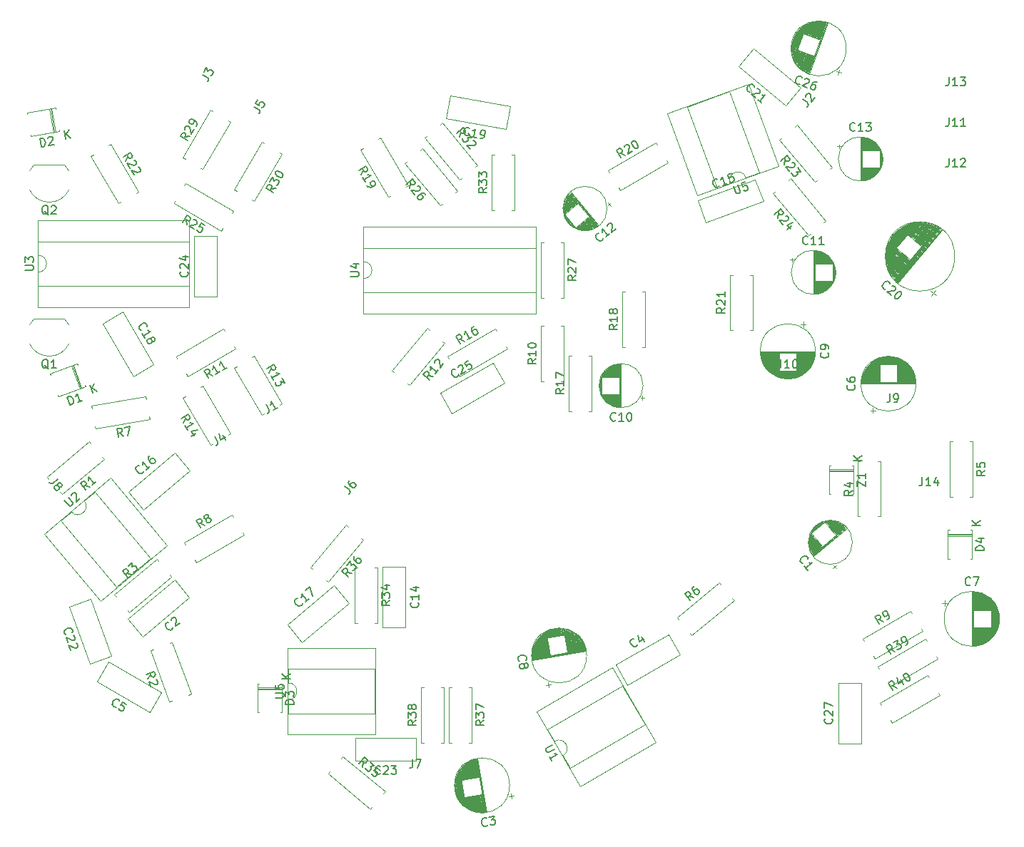
<source format=gbr>
G04 #@! TF.GenerationSoftware,KiCad,Pcbnew,(5.1.2-1)-1*
G04 #@! TF.CreationDate,2021-02-01T13:45:36-05:00*
G04 #@! TF.ProjectId,MFOS - Voltage Controlled Reverb,4d464f53-202d-4205-966f-6c7461676520,rev?*
G04 #@! TF.SameCoordinates,Original*
G04 #@! TF.FileFunction,Legend,Top*
G04 #@! TF.FilePolarity,Positive*
%FSLAX46Y46*%
G04 Gerber Fmt 4.6, Leading zero omitted, Abs format (unit mm)*
G04 Created by KiCad (PCBNEW (5.1.2-1)-1) date 2021-02-01 13:45:36*
%MOMM*%
%LPD*%
G04 APERTURE LIST*
%ADD10C,0.120000*%
%ADD11C,0.150000*%
G04 APERTURE END LIST*
D10*
X116905820Y-22497989D02*
X117121293Y-21905983D01*
X117309560Y-22309722D02*
X116717553Y-22094250D01*
X111466348Y-18653744D02*
X111741333Y-17898231D01*
X111424929Y-18884494D02*
X111857927Y-17694843D01*
X111404716Y-19056983D02*
X111953316Y-17549716D01*
X111395105Y-19200341D02*
X112038102Y-17433719D01*
X111391992Y-19325845D02*
X112116391Y-17335576D01*
X111393325Y-19439133D02*
X112190232Y-17249650D01*
X111397737Y-19543964D02*
X112260996Y-17172180D01*
X111405227Y-19640338D02*
X112328682Y-17103168D01*
X111414769Y-19731074D02*
X112394315Y-17039794D01*
X111426021Y-19817111D02*
X112458238Y-16981119D01*
X111438984Y-19898450D02*
X112520451Y-16927142D01*
X111452972Y-19976969D02*
X112581638Y-16875984D01*
X111468670Y-20050790D02*
X112641115Y-16829524D01*
X111485053Y-20122732D02*
X112699908Y-16784944D01*
X111502803Y-20190915D02*
X112757333Y-16744123D01*
X111521238Y-20257219D02*
X112814074Y-16705181D01*
X111540357Y-20321643D02*
X112870131Y-16668118D01*
X111560501Y-20383248D02*
X112925162Y-16633874D01*
X111581330Y-20442974D02*
X112979508Y-16601510D01*
X111602501Y-20501760D02*
X113033513Y-16570086D01*
X111624697Y-20557727D02*
X113086492Y-16541481D01*
X111646894Y-20613694D02*
X113139470Y-16512875D01*
X111670117Y-20666842D02*
X113191423Y-16487089D01*
X111693682Y-20719050D02*
X113243033Y-16462242D01*
X112861646Y-17627047D02*
X113294302Y-16438335D01*
X111717589Y-20770318D02*
X112150244Y-19581607D01*
X112899234Y-17640727D02*
X113344886Y-16416308D01*
X111742180Y-20819707D02*
X112187832Y-19595288D01*
X112936822Y-17654408D02*
X113395129Y-16395220D01*
X111767113Y-20868157D02*
X112225420Y-19608969D01*
X112974409Y-17668089D02*
X113445029Y-16375072D01*
X111792388Y-20915667D02*
X112263008Y-19622650D01*
X113011997Y-17681770D02*
X113494246Y-16356803D01*
X111818347Y-20961297D02*
X112300595Y-19636330D01*
X113049585Y-17695451D02*
X113543462Y-16338534D01*
X111844306Y-21006927D02*
X112338183Y-19650011D01*
X113087173Y-17709131D02*
X113591994Y-16322145D01*
X111870949Y-21050678D02*
X112375771Y-19663692D01*
X113124760Y-17722812D02*
X113640527Y-16305756D01*
X111897592Y-21094429D02*
X112413358Y-19677373D01*
X113162348Y-17736493D02*
X113688375Y-16291246D01*
X111924919Y-21136301D02*
X112450946Y-19691054D01*
X113199936Y-17750174D02*
X113735881Y-16277675D01*
X111952588Y-21177233D02*
X112488534Y-19704734D01*
X113237523Y-17763855D02*
X113783388Y-16264105D01*
X111980257Y-21218165D02*
X112526121Y-19718415D01*
X113275111Y-17777535D02*
X113830552Y-16251475D01*
X112008268Y-21258157D02*
X112563709Y-19732096D01*
X113312699Y-17791216D02*
X113877032Y-16240723D01*
X112036964Y-21296270D02*
X112601297Y-19745777D01*
X113350286Y-17804897D02*
X113923512Y-16229972D01*
X112065659Y-21334383D02*
X112638885Y-19759458D01*
X113387874Y-17818578D02*
X113969992Y-16219221D01*
X112094354Y-21372495D02*
X112676472Y-19773138D01*
X113425462Y-17832259D02*
X114015789Y-16210349D01*
X112123733Y-21408729D02*
X112714060Y-19786819D01*
X113463050Y-17845939D02*
X114061585Y-16201477D01*
X112153112Y-21444962D02*
X112751648Y-19800500D01*
X113500637Y-17859620D02*
X114106697Y-16194485D01*
X112183176Y-21479316D02*
X112789235Y-19814181D01*
X113538225Y-17873301D02*
X114151809Y-16187492D01*
X112213239Y-21513670D02*
X112826823Y-19827862D01*
X113575813Y-17886982D02*
X114196921Y-16180500D01*
X112243302Y-21548024D02*
X112864411Y-19841543D01*
X113613400Y-17900663D02*
X114241349Y-16175387D01*
X112274050Y-21580499D02*
X112901999Y-19855223D01*
X113650988Y-17914343D02*
X114285777Y-16170274D01*
X112304797Y-21612974D02*
X112939586Y-19868904D01*
X113688576Y-17928024D02*
X114330206Y-16165161D01*
X112335544Y-21645448D02*
X112977174Y-19882585D01*
X113726164Y-17941705D02*
X114373950Y-16161927D01*
X112366975Y-21676044D02*
X113014762Y-19896266D01*
X113763751Y-17955386D02*
X114417694Y-16158694D01*
X112398407Y-21706639D02*
X113052349Y-19909947D01*
X113801339Y-17969067D02*
X114461438Y-16155460D01*
X112429838Y-21737234D02*
X113089937Y-19923627D01*
X113838927Y-17982747D02*
X114504498Y-16154106D01*
X112461954Y-21765950D02*
X113127525Y-19937308D01*
X113876514Y-17996428D02*
X114547558Y-16152751D01*
X112494069Y-21794666D02*
X113165112Y-19950989D01*
X113914102Y-18010109D02*
X114590618Y-16151397D01*
X112526184Y-21823382D02*
X113202700Y-19964670D01*
X113951690Y-18023790D02*
X114633336Y-16150983D01*
X112558642Y-21851158D02*
X113240288Y-19978351D01*
X113989277Y-18037471D02*
X114675712Y-16151508D01*
X112591441Y-21877994D02*
X113277876Y-19992031D01*
X114026865Y-18051152D02*
X114718088Y-16152033D01*
X112624241Y-21904831D02*
X113315463Y-20005712D01*
X114064453Y-18064832D02*
X114760122Y-16153498D01*
X112657382Y-21930728D02*
X113353051Y-20019393D01*
X114102041Y-18078513D02*
X114801814Y-16155902D01*
X112690865Y-21955685D02*
X113390639Y-20033074D01*
X114139628Y-18092194D02*
X114843506Y-16158307D01*
X112724349Y-21980642D02*
X113428226Y-20046755D01*
X114177216Y-18105875D02*
X114885198Y-16160711D01*
X112757832Y-22005599D02*
X113465814Y-20060435D01*
X114214804Y-18119556D02*
X114926548Y-16164055D01*
X112791658Y-22029617D02*
X113503402Y-20074116D01*
X114252391Y-18133236D02*
X114967556Y-16168339D01*
X112825825Y-22052694D02*
X113540989Y-20087797D01*
X114289979Y-18146917D02*
X115008563Y-16172623D01*
X112859993Y-22075772D02*
X113578577Y-20101478D01*
X114327567Y-18160598D02*
X115049229Y-16177847D01*
X112894502Y-22097910D02*
X113616165Y-20115159D01*
X114366094Y-18174621D02*
X115090835Y-16183412D01*
X112929952Y-22120390D02*
X113654692Y-20129181D01*
X114403682Y-18188302D02*
X115131159Y-16189575D01*
X112964803Y-22141588D02*
X113692280Y-20142862D01*
X114441270Y-18201982D02*
X115171483Y-16195739D01*
X112999655Y-22162787D02*
X113729868Y-20156543D01*
X114478857Y-18215663D02*
X115211464Y-16202842D01*
X113034848Y-22183045D02*
X113767455Y-20170224D01*
X114516445Y-18229344D02*
X115251446Y-16209945D01*
X113070042Y-22203304D02*
X113805043Y-20183905D01*
X114554033Y-18243025D02*
X115291086Y-16217987D01*
X113105577Y-22222623D02*
X113842631Y-20197585D01*
X114591620Y-18256706D02*
X115330726Y-16226030D01*
X113141113Y-22241942D02*
X113880219Y-20211266D01*
X114629208Y-18270386D02*
X115370024Y-16235012D01*
X113176991Y-22260321D02*
X113917806Y-20224947D01*
X114666796Y-18284067D02*
X115409322Y-16243995D01*
X113212868Y-22278701D02*
X113955394Y-20238628D01*
X114704384Y-18297748D02*
X115448277Y-16253917D01*
X113249088Y-22296140D02*
X113992982Y-20252309D01*
X114741971Y-18311429D02*
X115486891Y-16264778D01*
X113285649Y-22312640D02*
X114030569Y-20265990D01*
X114779559Y-18325110D02*
X115525847Y-16274700D01*
X113321869Y-22330080D02*
X114068157Y-20279670D01*
X113358773Y-22345640D02*
X115564119Y-16286502D01*
X113395334Y-22362140D02*
X115602732Y-16297364D01*
X113432580Y-22376760D02*
X115640662Y-16310105D01*
X113469484Y-22392320D02*
X115678934Y-16321906D01*
X113507071Y-22406001D02*
X115716522Y-16335587D01*
X113544659Y-22419682D02*
X115754109Y-16349268D01*
X117919384Y-19384475D02*
G75*
G03X117919384Y-19384475I-3270000J0D01*
G01*
X113152000Y-52166759D02*
X112522000Y-52166759D01*
X112837000Y-51851759D02*
X112837000Y-52481759D01*
X111400000Y-58593000D02*
X110596000Y-58593000D01*
X111631000Y-58553000D02*
X110365000Y-58553000D01*
X111800000Y-58513000D02*
X110196000Y-58513000D01*
X111938000Y-58473000D02*
X110058000Y-58473000D01*
X112057000Y-58433000D02*
X109939000Y-58433000D01*
X112163000Y-58393000D02*
X109833000Y-58393000D01*
X112260000Y-58353000D02*
X109736000Y-58353000D01*
X112348000Y-58313000D02*
X109648000Y-58313000D01*
X112430000Y-58273000D02*
X109566000Y-58273000D01*
X112507000Y-58233000D02*
X109489000Y-58233000D01*
X112579000Y-58193000D02*
X109417000Y-58193000D01*
X112648000Y-58153000D02*
X109348000Y-58153000D01*
X112712000Y-58113000D02*
X109284000Y-58113000D01*
X112774000Y-58073000D02*
X109222000Y-58073000D01*
X112832000Y-58033000D02*
X109164000Y-58033000D01*
X112888000Y-57993000D02*
X109108000Y-57993000D01*
X112942000Y-57953000D02*
X109054000Y-57953000D01*
X112993000Y-57913000D02*
X109003000Y-57913000D01*
X113042000Y-57873000D02*
X108954000Y-57873000D01*
X113090000Y-57833000D02*
X108906000Y-57833000D01*
X113135000Y-57793000D02*
X108861000Y-57793000D01*
X113180000Y-57753000D02*
X108816000Y-57753000D01*
X113222000Y-57713000D02*
X108774000Y-57713000D01*
X113263000Y-57673000D02*
X108733000Y-57673000D01*
X109958000Y-57633000D02*
X108693000Y-57633000D01*
X113303000Y-57633000D02*
X112038000Y-57633000D01*
X109958000Y-57593000D02*
X108655000Y-57593000D01*
X113341000Y-57593000D02*
X112038000Y-57593000D01*
X109958000Y-57553000D02*
X108618000Y-57553000D01*
X113378000Y-57553000D02*
X112038000Y-57553000D01*
X109958000Y-57513000D02*
X108582000Y-57513000D01*
X113414000Y-57513000D02*
X112038000Y-57513000D01*
X109958000Y-57473000D02*
X108548000Y-57473000D01*
X113448000Y-57473000D02*
X112038000Y-57473000D01*
X109958000Y-57433000D02*
X108514000Y-57433000D01*
X113482000Y-57433000D02*
X112038000Y-57433000D01*
X109958000Y-57393000D02*
X108482000Y-57393000D01*
X113514000Y-57393000D02*
X112038000Y-57393000D01*
X109958000Y-57353000D02*
X108450000Y-57353000D01*
X113546000Y-57353000D02*
X112038000Y-57353000D01*
X109958000Y-57313000D02*
X108420000Y-57313000D01*
X113576000Y-57313000D02*
X112038000Y-57313000D01*
X109958000Y-57273000D02*
X108391000Y-57273000D01*
X113605000Y-57273000D02*
X112038000Y-57273000D01*
X109958000Y-57233000D02*
X108362000Y-57233000D01*
X113634000Y-57233000D02*
X112038000Y-57233000D01*
X109958000Y-57193000D02*
X108334000Y-57193000D01*
X113662000Y-57193000D02*
X112038000Y-57193000D01*
X109958000Y-57153000D02*
X108308000Y-57153000D01*
X113688000Y-57153000D02*
X112038000Y-57153000D01*
X109958000Y-57113000D02*
X108282000Y-57113000D01*
X113714000Y-57113000D02*
X112038000Y-57113000D01*
X109958000Y-57073000D02*
X108256000Y-57073000D01*
X113740000Y-57073000D02*
X112038000Y-57073000D01*
X109958000Y-57033000D02*
X108232000Y-57033000D01*
X113764000Y-57033000D02*
X112038000Y-57033000D01*
X109958000Y-56993000D02*
X108208000Y-56993000D01*
X113788000Y-56993000D02*
X112038000Y-56993000D01*
X109958000Y-56953000D02*
X108186000Y-56953000D01*
X113810000Y-56953000D02*
X112038000Y-56953000D01*
X109958000Y-56913000D02*
X108164000Y-56913000D01*
X113832000Y-56913000D02*
X112038000Y-56913000D01*
X109958000Y-56873000D02*
X108142000Y-56873000D01*
X113854000Y-56873000D02*
X112038000Y-56873000D01*
X109958000Y-56833000D02*
X108122000Y-56833000D01*
X113874000Y-56833000D02*
X112038000Y-56833000D01*
X109958000Y-56793000D02*
X108102000Y-56793000D01*
X113894000Y-56793000D02*
X112038000Y-56793000D01*
X109958000Y-56753000D02*
X108082000Y-56753000D01*
X113914000Y-56753000D02*
X112038000Y-56753000D01*
X109958000Y-56713000D02*
X108064000Y-56713000D01*
X113932000Y-56713000D02*
X112038000Y-56713000D01*
X109958000Y-56673000D02*
X108046000Y-56673000D01*
X113950000Y-56673000D02*
X112038000Y-56673000D01*
X109958000Y-56633000D02*
X108028000Y-56633000D01*
X113968000Y-56633000D02*
X112038000Y-56633000D01*
X109958000Y-56593000D02*
X108012000Y-56593000D01*
X113984000Y-56593000D02*
X112038000Y-56593000D01*
X109958000Y-56553000D02*
X107996000Y-56553000D01*
X114000000Y-56553000D02*
X112038000Y-56553000D01*
X109958000Y-56513000D02*
X107980000Y-56513000D01*
X114016000Y-56513000D02*
X112038000Y-56513000D01*
X109958000Y-56473000D02*
X107965000Y-56473000D01*
X114031000Y-56473000D02*
X112038000Y-56473000D01*
X109958000Y-56433000D02*
X107951000Y-56433000D01*
X114045000Y-56433000D02*
X112038000Y-56433000D01*
X109958000Y-56393000D02*
X107937000Y-56393000D01*
X114059000Y-56393000D02*
X112038000Y-56393000D01*
X109958000Y-56353000D02*
X107924000Y-56353000D01*
X114072000Y-56353000D02*
X112038000Y-56353000D01*
X109958000Y-56313000D02*
X107912000Y-56313000D01*
X114084000Y-56313000D02*
X112038000Y-56313000D01*
X109958000Y-56273000D02*
X107900000Y-56273000D01*
X114096000Y-56273000D02*
X112038000Y-56273000D01*
X109958000Y-56233000D02*
X107888000Y-56233000D01*
X114108000Y-56233000D02*
X112038000Y-56233000D01*
X109958000Y-56193000D02*
X107877000Y-56193000D01*
X114119000Y-56193000D02*
X112038000Y-56193000D01*
X109958000Y-56153000D02*
X107867000Y-56153000D01*
X114129000Y-56153000D02*
X112038000Y-56153000D01*
X109958000Y-56113000D02*
X107857000Y-56113000D01*
X114139000Y-56113000D02*
X112038000Y-56113000D01*
X109958000Y-56073000D02*
X107848000Y-56073000D01*
X114148000Y-56073000D02*
X112038000Y-56073000D01*
X109958000Y-56032000D02*
X107839000Y-56032000D01*
X114157000Y-56032000D02*
X112038000Y-56032000D01*
X109958000Y-55992000D02*
X107831000Y-55992000D01*
X114165000Y-55992000D02*
X112038000Y-55992000D01*
X109958000Y-55952000D02*
X107823000Y-55952000D01*
X114173000Y-55952000D02*
X112038000Y-55952000D01*
X109958000Y-55912000D02*
X107816000Y-55912000D01*
X114180000Y-55912000D02*
X112038000Y-55912000D01*
X109958000Y-55872000D02*
X107809000Y-55872000D01*
X114187000Y-55872000D02*
X112038000Y-55872000D01*
X109958000Y-55832000D02*
X107803000Y-55832000D01*
X114193000Y-55832000D02*
X112038000Y-55832000D01*
X109958000Y-55792000D02*
X107797000Y-55792000D01*
X114199000Y-55792000D02*
X112038000Y-55792000D01*
X109958000Y-55752000D02*
X107792000Y-55752000D01*
X114204000Y-55752000D02*
X112038000Y-55752000D01*
X109958000Y-55712000D02*
X107787000Y-55712000D01*
X114209000Y-55712000D02*
X112038000Y-55712000D01*
X109958000Y-55672000D02*
X107783000Y-55672000D01*
X114213000Y-55672000D02*
X112038000Y-55672000D01*
X109958000Y-55632000D02*
X107780000Y-55632000D01*
X114216000Y-55632000D02*
X112038000Y-55632000D01*
X109958000Y-55592000D02*
X107776000Y-55592000D01*
X114220000Y-55592000D02*
X112038000Y-55592000D01*
X114222000Y-55552000D02*
X107774000Y-55552000D01*
X114225000Y-55512000D02*
X107771000Y-55512000D01*
X114226000Y-55472000D02*
X107770000Y-55472000D01*
X114228000Y-55432000D02*
X107768000Y-55432000D01*
X114228000Y-55392000D02*
X107768000Y-55392000D01*
X114228000Y-55352000D02*
X107768000Y-55352000D01*
X114268000Y-55352000D02*
G75*
G03X114268000Y-55352000I-3270000J0D01*
G01*
X82288775Y-94989879D02*
X82909204Y-94880480D01*
X82653689Y-95245394D02*
X82544290Y-94624965D01*
X82898253Y-88357035D02*
X83690039Y-88217422D01*
X82677709Y-88436540D02*
X83924475Y-88216701D01*
X82518222Y-88505279D02*
X84097854Y-88226747D01*
X82389265Y-88568635D02*
X84240703Y-88242176D01*
X82279018Y-88628691D02*
X84364841Y-88260904D01*
X82181575Y-88686490D02*
X84476177Y-88281890D01*
X82092994Y-88742726D02*
X84578649Y-88304438D01*
X82013277Y-88797400D02*
X84672258Y-88328550D01*
X81939469Y-88851031D02*
X84759958Y-88353703D01*
X81870584Y-88903794D02*
X84842734Y-88379724D01*
X81806624Y-88955689D02*
X84920586Y-88406614D01*
X81745618Y-89007063D02*
X84995484Y-88434024D01*
X81689537Y-89057569D02*
X85065458Y-88462303D01*
X81635425Y-89107728D02*
X85133462Y-88490929D01*
X81585252Y-89157191D02*
X85197526Y-88520250D01*
X81537048Y-89206308D02*
X85259622Y-88549918D01*
X81490815Y-89255077D02*
X85319747Y-88579933D01*
X81447535Y-89303326D02*
X85376918Y-88610470D01*
X81406226Y-89351227D02*
X85432120Y-88641353D01*
X81365901Y-89398954D02*
X85486336Y-88672410D01*
X81328530Y-89446161D02*
X85537599Y-88703988D01*
X81291160Y-89493367D02*
X85588861Y-88735567D01*
X81256744Y-89540053D02*
X85637169Y-88767666D01*
X81223313Y-89586565D02*
X85684492Y-88799938D01*
X84485048Y-89052050D02*
X85730830Y-88832385D01*
X81190866Y-89632903D02*
X82436648Y-89413238D01*
X84491994Y-89091442D02*
X85775199Y-88865178D01*
X81160390Y-89678894D02*
X82443594Y-89452630D01*
X84498940Y-89130834D02*
X85818583Y-88898146D01*
X81130898Y-89724711D02*
X82450540Y-89492023D01*
X84505886Y-89170227D02*
X85860982Y-88931287D01*
X81102391Y-89770355D02*
X82457486Y-89531415D01*
X84512832Y-89209619D02*
X85901411Y-88964775D01*
X81075853Y-89815651D02*
X82464432Y-89570807D01*
X84519778Y-89249011D02*
X85941840Y-88998263D01*
X81049315Y-89860947D02*
X82471378Y-89610199D01*
X84526724Y-89288404D02*
X85980300Y-89032099D01*
X81024748Y-89905896D02*
X82478324Y-89649592D01*
X84533670Y-89327796D02*
X86018760Y-89065934D01*
X81000180Y-89950846D02*
X82485270Y-89688984D01*
X84540616Y-89367188D02*
X86055250Y-89100117D01*
X80977581Y-89995447D02*
X82492216Y-89728376D01*
X84547562Y-89406581D02*
X86090755Y-89134474D01*
X80955968Y-90039875D02*
X82499162Y-89767769D01*
X84554508Y-89445973D02*
X86126261Y-89168830D01*
X80934354Y-90084304D02*
X82506107Y-89807161D01*
X84561454Y-89485365D02*
X86160781Y-89203360D01*
X80913726Y-90128558D02*
X82513053Y-89846553D01*
X84568399Y-89524757D02*
X86193332Y-89238238D01*
X80895067Y-90172465D02*
X82519999Y-89885946D01*
X84575345Y-89564150D02*
X86225883Y-89273115D01*
X80876407Y-90216372D02*
X82526945Y-89925338D01*
X84582291Y-89603542D02*
X86258434Y-89307993D01*
X80857748Y-90260279D02*
X82533891Y-89964730D01*
X84589237Y-89642934D02*
X86289015Y-89343218D01*
X80841059Y-90303839D02*
X82540837Y-90004123D01*
X84596183Y-89682327D02*
X86319597Y-89378442D01*
X80824369Y-90347399D02*
X82547783Y-90043515D01*
X84603129Y-89721719D02*
X86348208Y-89414014D01*
X80809650Y-90390612D02*
X82554729Y-90082907D01*
X84610075Y-89761111D02*
X86376820Y-89449586D01*
X80794930Y-90433824D02*
X82561675Y-90122300D01*
X84617021Y-89800504D02*
X86405432Y-89485159D01*
X80780210Y-90477037D02*
X82568621Y-90161692D01*
X84623967Y-89839896D02*
X86432074Y-89521078D01*
X80767460Y-90519902D02*
X82575567Y-90201084D01*
X84630913Y-89879288D02*
X86458716Y-89556997D01*
X80754710Y-90562767D02*
X82582513Y-90240476D01*
X84637859Y-89918681D02*
X86485358Y-89592917D01*
X80741959Y-90605633D02*
X82589459Y-90279869D01*
X84644805Y-89958073D02*
X86510031Y-89629183D01*
X80731179Y-90648151D02*
X82596405Y-90319261D01*
X84651751Y-89997465D02*
X86534703Y-89665450D01*
X80720398Y-90690669D02*
X82603350Y-90358653D01*
X84658697Y-90036857D02*
X86559375Y-89701716D01*
X80709617Y-90733187D02*
X82610296Y-90398046D01*
X84665642Y-90076250D02*
X86582078Y-89738330D01*
X80700806Y-90775357D02*
X82617242Y-90437438D01*
X84672588Y-90115642D02*
X86604781Y-89774944D01*
X80691995Y-90817528D02*
X82624188Y-90476830D01*
X84679534Y-90155034D02*
X86627484Y-89811558D01*
X80683184Y-90859699D02*
X82631134Y-90516223D01*
X84686480Y-90194427D02*
X86649202Y-89848346D01*
X80675358Y-90901696D02*
X82638080Y-90555615D01*
X84693426Y-90233819D02*
X86669935Y-89885307D01*
X80668517Y-90943519D02*
X82645026Y-90595007D01*
X84700372Y-90273211D02*
X86690669Y-89922268D01*
X80661675Y-90985343D02*
X82651972Y-90634400D01*
X84707318Y-90312604D02*
X86710417Y-89959403D01*
X80655819Y-91026992D02*
X82658918Y-90673792D01*
X84714264Y-90351996D02*
X86729181Y-89996712D01*
X80650947Y-91068468D02*
X82665864Y-90713184D01*
X84721210Y-90391388D02*
X86747944Y-90034020D01*
X80646075Y-91109944D02*
X82672810Y-90752576D01*
X84728156Y-90430781D02*
X86766708Y-90071329D01*
X80641204Y-91151421D02*
X82679756Y-90791969D01*
X84735102Y-90470173D02*
X86784487Y-90108811D01*
X80637317Y-91192723D02*
X82686702Y-90831361D01*
X84742048Y-90509565D02*
X86801281Y-90146467D01*
X80634415Y-91233852D02*
X82693648Y-90870753D01*
X84748994Y-90548958D02*
X86818075Y-90184123D01*
X80631512Y-91274981D02*
X82700593Y-90910146D01*
X84755940Y-90588350D02*
X86833884Y-90221952D01*
X80629595Y-91315936D02*
X82707539Y-90949538D01*
X84763059Y-90628727D02*
X86849867Y-90260766D01*
X80627851Y-91357876D02*
X82714659Y-90989915D01*
X84770005Y-90668119D02*
X86864691Y-90298770D01*
X80626919Y-91398657D02*
X82721605Y-91029307D01*
X84776951Y-90707512D02*
X86879515Y-90336773D01*
X80625986Y-91439439D02*
X82728551Y-91068700D01*
X84783897Y-90746904D02*
X86893355Y-90374949D01*
X80626039Y-91480046D02*
X82735497Y-91108092D01*
X84790843Y-90786296D02*
X86907195Y-90413126D01*
X80626091Y-91520654D02*
X82742443Y-91147484D01*
X84797789Y-90825688D02*
X86920049Y-90451477D01*
X80627128Y-91561089D02*
X82749389Y-91186877D01*
X84804735Y-90865081D02*
X86932904Y-90489827D01*
X80628165Y-91601523D02*
X82756335Y-91226269D01*
X84811681Y-90904473D02*
X86944774Y-90528351D01*
X80630187Y-91641783D02*
X82763280Y-91265661D01*
X84818626Y-90943865D02*
X86956644Y-90566875D01*
X80632209Y-91682044D02*
X82770226Y-91305054D01*
X84825572Y-90983258D02*
X86967529Y-90605573D01*
X80635215Y-91722131D02*
X82777172Y-91344446D01*
X84832518Y-91022650D02*
X86977430Y-90644444D01*
X80639207Y-91762044D02*
X82784118Y-91383838D01*
X84839464Y-91062042D02*
X86988315Y-90683142D01*
X80642214Y-91802131D02*
X82791064Y-91423231D01*
X80647190Y-91841870D02*
X86997230Y-90722187D01*
X80651181Y-91881784D02*
X87007131Y-90761058D01*
X80657143Y-91921350D02*
X87015061Y-90800277D01*
X80662119Y-91961089D02*
X87023977Y-90839322D01*
X80669065Y-92000482D02*
X87030923Y-90878714D01*
X80676011Y-92039874D02*
X87037869Y-90918107D01*
X87126940Y-91478990D02*
G75*
G03X87126940Y-91478990I-3270000J0D01*
G01*
X129636759Y-84968000D02*
X129636759Y-85598000D01*
X129321759Y-85283000D02*
X129951759Y-85283000D01*
X136063000Y-86720000D02*
X136063000Y-87524000D01*
X136023000Y-86489000D02*
X136023000Y-87755000D01*
X135983000Y-86320000D02*
X135983000Y-87924000D01*
X135943000Y-86182000D02*
X135943000Y-88062000D01*
X135903000Y-86063000D02*
X135903000Y-88181000D01*
X135863000Y-85957000D02*
X135863000Y-88287000D01*
X135823000Y-85860000D02*
X135823000Y-88384000D01*
X135783000Y-85772000D02*
X135783000Y-88472000D01*
X135743000Y-85690000D02*
X135743000Y-88554000D01*
X135703000Y-85613000D02*
X135703000Y-88631000D01*
X135663000Y-85541000D02*
X135663000Y-88703000D01*
X135623000Y-85472000D02*
X135623000Y-88772000D01*
X135583000Y-85408000D02*
X135583000Y-88836000D01*
X135543000Y-85346000D02*
X135543000Y-88898000D01*
X135503000Y-85288000D02*
X135503000Y-88956000D01*
X135463000Y-85232000D02*
X135463000Y-89012000D01*
X135423000Y-85178000D02*
X135423000Y-89066000D01*
X135383000Y-85127000D02*
X135383000Y-89117000D01*
X135343000Y-85078000D02*
X135343000Y-89166000D01*
X135303000Y-85030000D02*
X135303000Y-89214000D01*
X135263000Y-84985000D02*
X135263000Y-89259000D01*
X135223000Y-84940000D02*
X135223000Y-89304000D01*
X135183000Y-84898000D02*
X135183000Y-89346000D01*
X135143000Y-84857000D02*
X135143000Y-89387000D01*
X135103000Y-88162000D02*
X135103000Y-89427000D01*
X135103000Y-84817000D02*
X135103000Y-86082000D01*
X135063000Y-88162000D02*
X135063000Y-89465000D01*
X135063000Y-84779000D02*
X135063000Y-86082000D01*
X135023000Y-88162000D02*
X135023000Y-89502000D01*
X135023000Y-84742000D02*
X135023000Y-86082000D01*
X134983000Y-88162000D02*
X134983000Y-89538000D01*
X134983000Y-84706000D02*
X134983000Y-86082000D01*
X134943000Y-88162000D02*
X134943000Y-89572000D01*
X134943000Y-84672000D02*
X134943000Y-86082000D01*
X134903000Y-88162000D02*
X134903000Y-89606000D01*
X134903000Y-84638000D02*
X134903000Y-86082000D01*
X134863000Y-88162000D02*
X134863000Y-89638000D01*
X134863000Y-84606000D02*
X134863000Y-86082000D01*
X134823000Y-88162000D02*
X134823000Y-89670000D01*
X134823000Y-84574000D02*
X134823000Y-86082000D01*
X134783000Y-88162000D02*
X134783000Y-89700000D01*
X134783000Y-84544000D02*
X134783000Y-86082000D01*
X134743000Y-88162000D02*
X134743000Y-89729000D01*
X134743000Y-84515000D02*
X134743000Y-86082000D01*
X134703000Y-88162000D02*
X134703000Y-89758000D01*
X134703000Y-84486000D02*
X134703000Y-86082000D01*
X134663000Y-88162000D02*
X134663000Y-89786000D01*
X134663000Y-84458000D02*
X134663000Y-86082000D01*
X134623000Y-88162000D02*
X134623000Y-89812000D01*
X134623000Y-84432000D02*
X134623000Y-86082000D01*
X134583000Y-88162000D02*
X134583000Y-89838000D01*
X134583000Y-84406000D02*
X134583000Y-86082000D01*
X134543000Y-88162000D02*
X134543000Y-89864000D01*
X134543000Y-84380000D02*
X134543000Y-86082000D01*
X134503000Y-88162000D02*
X134503000Y-89888000D01*
X134503000Y-84356000D02*
X134503000Y-86082000D01*
X134463000Y-88162000D02*
X134463000Y-89912000D01*
X134463000Y-84332000D02*
X134463000Y-86082000D01*
X134423000Y-88162000D02*
X134423000Y-89934000D01*
X134423000Y-84310000D02*
X134423000Y-86082000D01*
X134383000Y-88162000D02*
X134383000Y-89956000D01*
X134383000Y-84288000D02*
X134383000Y-86082000D01*
X134343000Y-88162000D02*
X134343000Y-89978000D01*
X134343000Y-84266000D02*
X134343000Y-86082000D01*
X134303000Y-88162000D02*
X134303000Y-89998000D01*
X134303000Y-84246000D02*
X134303000Y-86082000D01*
X134263000Y-88162000D02*
X134263000Y-90018000D01*
X134263000Y-84226000D02*
X134263000Y-86082000D01*
X134223000Y-88162000D02*
X134223000Y-90038000D01*
X134223000Y-84206000D02*
X134223000Y-86082000D01*
X134183000Y-88162000D02*
X134183000Y-90056000D01*
X134183000Y-84188000D02*
X134183000Y-86082000D01*
X134143000Y-88162000D02*
X134143000Y-90074000D01*
X134143000Y-84170000D02*
X134143000Y-86082000D01*
X134103000Y-88162000D02*
X134103000Y-90092000D01*
X134103000Y-84152000D02*
X134103000Y-86082000D01*
X134063000Y-88162000D02*
X134063000Y-90108000D01*
X134063000Y-84136000D02*
X134063000Y-86082000D01*
X134023000Y-88162000D02*
X134023000Y-90124000D01*
X134023000Y-84120000D02*
X134023000Y-86082000D01*
X133983000Y-88162000D02*
X133983000Y-90140000D01*
X133983000Y-84104000D02*
X133983000Y-86082000D01*
X133943000Y-88162000D02*
X133943000Y-90155000D01*
X133943000Y-84089000D02*
X133943000Y-86082000D01*
X133903000Y-88162000D02*
X133903000Y-90169000D01*
X133903000Y-84075000D02*
X133903000Y-86082000D01*
X133863000Y-88162000D02*
X133863000Y-90183000D01*
X133863000Y-84061000D02*
X133863000Y-86082000D01*
X133823000Y-88162000D02*
X133823000Y-90196000D01*
X133823000Y-84048000D02*
X133823000Y-86082000D01*
X133783000Y-88162000D02*
X133783000Y-90208000D01*
X133783000Y-84036000D02*
X133783000Y-86082000D01*
X133743000Y-88162000D02*
X133743000Y-90220000D01*
X133743000Y-84024000D02*
X133743000Y-86082000D01*
X133703000Y-88162000D02*
X133703000Y-90232000D01*
X133703000Y-84012000D02*
X133703000Y-86082000D01*
X133663000Y-88162000D02*
X133663000Y-90243000D01*
X133663000Y-84001000D02*
X133663000Y-86082000D01*
X133623000Y-88162000D02*
X133623000Y-90253000D01*
X133623000Y-83991000D02*
X133623000Y-86082000D01*
X133583000Y-88162000D02*
X133583000Y-90263000D01*
X133583000Y-83981000D02*
X133583000Y-86082000D01*
X133543000Y-88162000D02*
X133543000Y-90272000D01*
X133543000Y-83972000D02*
X133543000Y-86082000D01*
X133502000Y-88162000D02*
X133502000Y-90281000D01*
X133502000Y-83963000D02*
X133502000Y-86082000D01*
X133462000Y-88162000D02*
X133462000Y-90289000D01*
X133462000Y-83955000D02*
X133462000Y-86082000D01*
X133422000Y-88162000D02*
X133422000Y-90297000D01*
X133422000Y-83947000D02*
X133422000Y-86082000D01*
X133382000Y-88162000D02*
X133382000Y-90304000D01*
X133382000Y-83940000D02*
X133382000Y-86082000D01*
X133342000Y-88162000D02*
X133342000Y-90311000D01*
X133342000Y-83933000D02*
X133342000Y-86082000D01*
X133302000Y-88162000D02*
X133302000Y-90317000D01*
X133302000Y-83927000D02*
X133302000Y-86082000D01*
X133262000Y-88162000D02*
X133262000Y-90323000D01*
X133262000Y-83921000D02*
X133262000Y-86082000D01*
X133222000Y-88162000D02*
X133222000Y-90328000D01*
X133222000Y-83916000D02*
X133222000Y-86082000D01*
X133182000Y-88162000D02*
X133182000Y-90333000D01*
X133182000Y-83911000D02*
X133182000Y-86082000D01*
X133142000Y-88162000D02*
X133142000Y-90337000D01*
X133142000Y-83907000D02*
X133142000Y-86082000D01*
X133102000Y-88162000D02*
X133102000Y-90340000D01*
X133102000Y-83904000D02*
X133102000Y-86082000D01*
X133062000Y-88162000D02*
X133062000Y-90344000D01*
X133062000Y-83900000D02*
X133062000Y-86082000D01*
X133022000Y-83898000D02*
X133022000Y-90346000D01*
X132982000Y-83895000D02*
X132982000Y-90349000D01*
X132942000Y-83894000D02*
X132942000Y-90350000D01*
X132902000Y-83892000D02*
X132902000Y-90352000D01*
X132862000Y-83892000D02*
X132862000Y-90352000D01*
X132822000Y-83892000D02*
X132822000Y-90352000D01*
X136092000Y-87122000D02*
G75*
G03X136092000Y-87122000I-3270000J0D01*
G01*
X120782000Y-62387241D02*
X121412000Y-62387241D01*
X121097000Y-62702241D02*
X121097000Y-62072241D01*
X122534000Y-55961000D02*
X123338000Y-55961000D01*
X122303000Y-56001000D02*
X123569000Y-56001000D01*
X122134000Y-56041000D02*
X123738000Y-56041000D01*
X121996000Y-56081000D02*
X123876000Y-56081000D01*
X121877000Y-56121000D02*
X123995000Y-56121000D01*
X121771000Y-56161000D02*
X124101000Y-56161000D01*
X121674000Y-56201000D02*
X124198000Y-56201000D01*
X121586000Y-56241000D02*
X124286000Y-56241000D01*
X121504000Y-56281000D02*
X124368000Y-56281000D01*
X121427000Y-56321000D02*
X124445000Y-56321000D01*
X121355000Y-56361000D02*
X124517000Y-56361000D01*
X121286000Y-56401000D02*
X124586000Y-56401000D01*
X121222000Y-56441000D02*
X124650000Y-56441000D01*
X121160000Y-56481000D02*
X124712000Y-56481000D01*
X121102000Y-56521000D02*
X124770000Y-56521000D01*
X121046000Y-56561000D02*
X124826000Y-56561000D01*
X120992000Y-56601000D02*
X124880000Y-56601000D01*
X120941000Y-56641000D02*
X124931000Y-56641000D01*
X120892000Y-56681000D02*
X124980000Y-56681000D01*
X120844000Y-56721000D02*
X125028000Y-56721000D01*
X120799000Y-56761000D02*
X125073000Y-56761000D01*
X120754000Y-56801000D02*
X125118000Y-56801000D01*
X120712000Y-56841000D02*
X125160000Y-56841000D01*
X120671000Y-56881000D02*
X125201000Y-56881000D01*
X123976000Y-56921000D02*
X125241000Y-56921000D01*
X120631000Y-56921000D02*
X121896000Y-56921000D01*
X123976000Y-56961000D02*
X125279000Y-56961000D01*
X120593000Y-56961000D02*
X121896000Y-56961000D01*
X123976000Y-57001000D02*
X125316000Y-57001000D01*
X120556000Y-57001000D02*
X121896000Y-57001000D01*
X123976000Y-57041000D02*
X125352000Y-57041000D01*
X120520000Y-57041000D02*
X121896000Y-57041000D01*
X123976000Y-57081000D02*
X125386000Y-57081000D01*
X120486000Y-57081000D02*
X121896000Y-57081000D01*
X123976000Y-57121000D02*
X125420000Y-57121000D01*
X120452000Y-57121000D02*
X121896000Y-57121000D01*
X123976000Y-57161000D02*
X125452000Y-57161000D01*
X120420000Y-57161000D02*
X121896000Y-57161000D01*
X123976000Y-57201000D02*
X125484000Y-57201000D01*
X120388000Y-57201000D02*
X121896000Y-57201000D01*
X123976000Y-57241000D02*
X125514000Y-57241000D01*
X120358000Y-57241000D02*
X121896000Y-57241000D01*
X123976000Y-57281000D02*
X125543000Y-57281000D01*
X120329000Y-57281000D02*
X121896000Y-57281000D01*
X123976000Y-57321000D02*
X125572000Y-57321000D01*
X120300000Y-57321000D02*
X121896000Y-57321000D01*
X123976000Y-57361000D02*
X125600000Y-57361000D01*
X120272000Y-57361000D02*
X121896000Y-57361000D01*
X123976000Y-57401000D02*
X125626000Y-57401000D01*
X120246000Y-57401000D02*
X121896000Y-57401000D01*
X123976000Y-57441000D02*
X125652000Y-57441000D01*
X120220000Y-57441000D02*
X121896000Y-57441000D01*
X123976000Y-57481000D02*
X125678000Y-57481000D01*
X120194000Y-57481000D02*
X121896000Y-57481000D01*
X123976000Y-57521000D02*
X125702000Y-57521000D01*
X120170000Y-57521000D02*
X121896000Y-57521000D01*
X123976000Y-57561000D02*
X125726000Y-57561000D01*
X120146000Y-57561000D02*
X121896000Y-57561000D01*
X123976000Y-57601000D02*
X125748000Y-57601000D01*
X120124000Y-57601000D02*
X121896000Y-57601000D01*
X123976000Y-57641000D02*
X125770000Y-57641000D01*
X120102000Y-57641000D02*
X121896000Y-57641000D01*
X123976000Y-57681000D02*
X125792000Y-57681000D01*
X120080000Y-57681000D02*
X121896000Y-57681000D01*
X123976000Y-57721000D02*
X125812000Y-57721000D01*
X120060000Y-57721000D02*
X121896000Y-57721000D01*
X123976000Y-57761000D02*
X125832000Y-57761000D01*
X120040000Y-57761000D02*
X121896000Y-57761000D01*
X123976000Y-57801000D02*
X125852000Y-57801000D01*
X120020000Y-57801000D02*
X121896000Y-57801000D01*
X123976000Y-57841000D02*
X125870000Y-57841000D01*
X120002000Y-57841000D02*
X121896000Y-57841000D01*
X123976000Y-57881000D02*
X125888000Y-57881000D01*
X119984000Y-57881000D02*
X121896000Y-57881000D01*
X123976000Y-57921000D02*
X125906000Y-57921000D01*
X119966000Y-57921000D02*
X121896000Y-57921000D01*
X123976000Y-57961000D02*
X125922000Y-57961000D01*
X119950000Y-57961000D02*
X121896000Y-57961000D01*
X123976000Y-58001000D02*
X125938000Y-58001000D01*
X119934000Y-58001000D02*
X121896000Y-58001000D01*
X123976000Y-58041000D02*
X125954000Y-58041000D01*
X119918000Y-58041000D02*
X121896000Y-58041000D01*
X123976000Y-58081000D02*
X125969000Y-58081000D01*
X119903000Y-58081000D02*
X121896000Y-58081000D01*
X123976000Y-58121000D02*
X125983000Y-58121000D01*
X119889000Y-58121000D02*
X121896000Y-58121000D01*
X123976000Y-58161000D02*
X125997000Y-58161000D01*
X119875000Y-58161000D02*
X121896000Y-58161000D01*
X123976000Y-58201000D02*
X126010000Y-58201000D01*
X119862000Y-58201000D02*
X121896000Y-58201000D01*
X123976000Y-58241000D02*
X126022000Y-58241000D01*
X119850000Y-58241000D02*
X121896000Y-58241000D01*
X123976000Y-58281000D02*
X126034000Y-58281000D01*
X119838000Y-58281000D02*
X121896000Y-58281000D01*
X123976000Y-58321000D02*
X126046000Y-58321000D01*
X119826000Y-58321000D02*
X121896000Y-58321000D01*
X123976000Y-58361000D02*
X126057000Y-58361000D01*
X119815000Y-58361000D02*
X121896000Y-58361000D01*
X123976000Y-58401000D02*
X126067000Y-58401000D01*
X119805000Y-58401000D02*
X121896000Y-58401000D01*
X123976000Y-58441000D02*
X126077000Y-58441000D01*
X119795000Y-58441000D02*
X121896000Y-58441000D01*
X123976000Y-58481000D02*
X126086000Y-58481000D01*
X119786000Y-58481000D02*
X121896000Y-58481000D01*
X123976000Y-58522000D02*
X126095000Y-58522000D01*
X119777000Y-58522000D02*
X121896000Y-58522000D01*
X123976000Y-58562000D02*
X126103000Y-58562000D01*
X119769000Y-58562000D02*
X121896000Y-58562000D01*
X123976000Y-58602000D02*
X126111000Y-58602000D01*
X119761000Y-58602000D02*
X121896000Y-58602000D01*
X123976000Y-58642000D02*
X126118000Y-58642000D01*
X119754000Y-58642000D02*
X121896000Y-58642000D01*
X123976000Y-58682000D02*
X126125000Y-58682000D01*
X119747000Y-58682000D02*
X121896000Y-58682000D01*
X123976000Y-58722000D02*
X126131000Y-58722000D01*
X119741000Y-58722000D02*
X121896000Y-58722000D01*
X123976000Y-58762000D02*
X126137000Y-58762000D01*
X119735000Y-58762000D02*
X121896000Y-58762000D01*
X123976000Y-58802000D02*
X126142000Y-58802000D01*
X119730000Y-58802000D02*
X121896000Y-58802000D01*
X123976000Y-58842000D02*
X126147000Y-58842000D01*
X119725000Y-58842000D02*
X121896000Y-58842000D01*
X123976000Y-58882000D02*
X126151000Y-58882000D01*
X119721000Y-58882000D02*
X121896000Y-58882000D01*
X123976000Y-58922000D02*
X126154000Y-58922000D01*
X119718000Y-58922000D02*
X121896000Y-58922000D01*
X123976000Y-58962000D02*
X126158000Y-58962000D01*
X119714000Y-58962000D02*
X121896000Y-58962000D01*
X119712000Y-59002000D02*
X126160000Y-59002000D01*
X119709000Y-59042000D02*
X126163000Y-59042000D01*
X119708000Y-59082000D02*
X126164000Y-59082000D01*
X119706000Y-59122000D02*
X126166000Y-59122000D01*
X119706000Y-59162000D02*
X126166000Y-59162000D01*
X119706000Y-59202000D02*
X126166000Y-59202000D01*
X126206000Y-59202000D02*
G75*
G03X126206000Y-59202000I-3270000J0D01*
G01*
X78225879Y-108465225D02*
X78116480Y-107844796D01*
X78481394Y-108100311D02*
X77860965Y-108209710D01*
X71593035Y-107855747D02*
X71453422Y-107063961D01*
X71672540Y-108076291D02*
X71452701Y-106829525D01*
X71741279Y-108235778D02*
X71462747Y-106656146D01*
X71804635Y-108364735D02*
X71478176Y-106513297D01*
X71864691Y-108474982D02*
X71496904Y-106389159D01*
X71922490Y-108572425D02*
X71517890Y-106277823D01*
X71978726Y-108661006D02*
X71540438Y-106175351D01*
X72033400Y-108740723D02*
X71564550Y-106081742D01*
X72087031Y-108814531D02*
X71589703Y-105994042D01*
X72139794Y-108883416D02*
X71615724Y-105911266D01*
X72191689Y-108947376D02*
X71642614Y-105833414D01*
X72243063Y-109008382D02*
X71670024Y-105758516D01*
X72293569Y-109064463D02*
X71698303Y-105688542D01*
X72343728Y-109118575D02*
X71726929Y-105620538D01*
X72393191Y-109168748D02*
X71756250Y-105556474D01*
X72442308Y-109216952D02*
X71785918Y-105494378D01*
X72491077Y-109263185D02*
X71815933Y-105434253D01*
X72539326Y-109306465D02*
X71846470Y-105377082D01*
X72587227Y-109347774D02*
X71877353Y-105321880D01*
X72634954Y-109388099D02*
X71908410Y-105267664D01*
X72682161Y-109425470D02*
X71939988Y-105216401D01*
X72729367Y-109462840D02*
X71971567Y-105165139D01*
X72776053Y-109497256D02*
X72003666Y-105116831D01*
X72822565Y-109530687D02*
X72035938Y-105069508D01*
X72288050Y-106268952D02*
X72068385Y-105023170D01*
X72868903Y-109563134D02*
X72649238Y-108317352D01*
X72327442Y-106262006D02*
X72101178Y-104978801D01*
X72914894Y-109593610D02*
X72688630Y-108310406D01*
X72366834Y-106255060D02*
X72134146Y-104935417D01*
X72960711Y-109623102D02*
X72728023Y-108303460D01*
X72406227Y-106248114D02*
X72167287Y-104893018D01*
X73006355Y-109651609D02*
X72767415Y-108296514D01*
X72445619Y-106241168D02*
X72200775Y-104852589D01*
X73051651Y-109678147D02*
X72806807Y-108289568D01*
X72485011Y-106234222D02*
X72234263Y-104812160D01*
X73096947Y-109704685D02*
X72846199Y-108282622D01*
X72524404Y-106227276D02*
X72268099Y-104773700D01*
X73141896Y-109729252D02*
X72885592Y-108275676D01*
X72563796Y-106220330D02*
X72301934Y-104735240D01*
X73186846Y-109753820D02*
X72924984Y-108268730D01*
X72603188Y-106213384D02*
X72336117Y-104698750D01*
X73231447Y-109776419D02*
X72964376Y-108261784D01*
X72642581Y-106206438D02*
X72370474Y-104663245D01*
X73275875Y-109798032D02*
X73003769Y-108254838D01*
X72681973Y-106199492D02*
X72404830Y-104627739D01*
X73320304Y-109819646D02*
X73043161Y-108247893D01*
X72721365Y-106192546D02*
X72439360Y-104593219D01*
X73364558Y-109840274D02*
X73082553Y-108240947D01*
X72760757Y-106185601D02*
X72474238Y-104560668D01*
X73408465Y-109858933D02*
X73121946Y-108234001D01*
X72800150Y-106178655D02*
X72509115Y-104528117D01*
X73452372Y-109877593D02*
X73161338Y-108227055D01*
X72839542Y-106171709D02*
X72543993Y-104495566D01*
X73496279Y-109896252D02*
X73200730Y-108220109D01*
X72878934Y-106164763D02*
X72579218Y-104464985D01*
X73539839Y-109912941D02*
X73240123Y-108213163D01*
X72918327Y-106157817D02*
X72614442Y-104434403D01*
X73583399Y-109929631D02*
X73279515Y-108206217D01*
X72957719Y-106150871D02*
X72650014Y-104405792D01*
X73626612Y-109944350D02*
X73318907Y-108199271D01*
X72997111Y-106143925D02*
X72685586Y-104377180D01*
X73669824Y-109959070D02*
X73358300Y-108192325D01*
X73036504Y-106136979D02*
X72721159Y-104348568D01*
X73713037Y-109973790D02*
X73397692Y-108185379D01*
X73075896Y-106130033D02*
X72757078Y-104321926D01*
X73755902Y-109986540D02*
X73437084Y-108178433D01*
X73115288Y-106123087D02*
X72792997Y-104295284D01*
X73798767Y-109999290D02*
X73476476Y-108171487D01*
X73154681Y-106116141D02*
X72828917Y-104268642D01*
X73841633Y-110012041D02*
X73515869Y-108164541D01*
X73194073Y-106109195D02*
X72865183Y-104243969D01*
X73884151Y-110022821D02*
X73555261Y-108157595D01*
X73233465Y-106102249D02*
X72901450Y-104219297D01*
X73926669Y-110033602D02*
X73594653Y-108150650D01*
X73272857Y-106095303D02*
X72937716Y-104194625D01*
X73969187Y-110044383D02*
X73634046Y-108143704D01*
X73312250Y-106088358D02*
X72974330Y-104171922D01*
X74011357Y-110053194D02*
X73673438Y-108136758D01*
X73351642Y-106081412D02*
X73010944Y-104149219D01*
X74053528Y-110062005D02*
X73712830Y-108129812D01*
X73391034Y-106074466D02*
X73047558Y-104126516D01*
X74095699Y-110070816D02*
X73752223Y-108122866D01*
X73430427Y-106067520D02*
X73084346Y-104104798D01*
X74137696Y-110078642D02*
X73791615Y-108115920D01*
X73469819Y-106060574D02*
X73121307Y-104084065D01*
X74179519Y-110085483D02*
X73831007Y-108108974D01*
X73509211Y-106053628D02*
X73158268Y-104063331D01*
X74221343Y-110092325D02*
X73870400Y-108102028D01*
X73548604Y-106046682D02*
X73195403Y-104043583D01*
X74262992Y-110098181D02*
X73909792Y-108095082D01*
X73587996Y-106039736D02*
X73232712Y-104024819D01*
X74304468Y-110103053D02*
X73949184Y-108088136D01*
X73627388Y-106032790D02*
X73270020Y-104006056D01*
X74345944Y-110107925D02*
X73988576Y-108081190D01*
X73666781Y-106025844D02*
X73307329Y-103987292D01*
X74387421Y-110112796D02*
X74027969Y-108074244D01*
X73706173Y-106018898D02*
X73344811Y-103969513D01*
X74428723Y-110116683D02*
X74067361Y-108067298D01*
X73745565Y-106011952D02*
X73382467Y-103952719D01*
X74469852Y-110119585D02*
X74106753Y-108060352D01*
X73784958Y-106005006D02*
X73420123Y-103935925D01*
X74510981Y-110122488D02*
X74146146Y-108053407D01*
X73824350Y-105998060D02*
X73457952Y-103920116D01*
X74551936Y-110124405D02*
X74185538Y-108046461D01*
X73864727Y-105990941D02*
X73496766Y-103904133D01*
X74593876Y-110126149D02*
X74225915Y-108039341D01*
X73904119Y-105983995D02*
X73534770Y-103889309D01*
X74634657Y-110127081D02*
X74265307Y-108032395D01*
X73943512Y-105977049D02*
X73572773Y-103874485D01*
X74675439Y-110128014D02*
X74304700Y-108025449D01*
X73982904Y-105970103D02*
X73610949Y-103860645D01*
X74716046Y-110127961D02*
X74344092Y-108018503D01*
X74022296Y-105963157D02*
X73649126Y-103846805D01*
X74756654Y-110127909D02*
X74383484Y-108011557D01*
X74061688Y-105956211D02*
X73687477Y-103833951D01*
X74797089Y-110126872D02*
X74422877Y-108004611D01*
X74101081Y-105949265D02*
X73725827Y-103821096D01*
X74837523Y-110125835D02*
X74462269Y-107997665D01*
X74140473Y-105942319D02*
X73764351Y-103809226D01*
X74877783Y-110123813D02*
X74501661Y-107990720D01*
X74179865Y-105935374D02*
X73802875Y-103797356D01*
X74918044Y-110121791D02*
X74541054Y-107983774D01*
X74219258Y-105928428D02*
X73841573Y-103786471D01*
X74958131Y-110118785D02*
X74580446Y-107976828D01*
X74258650Y-105921482D02*
X73880444Y-103776570D01*
X74998044Y-110114793D02*
X74619838Y-107969882D01*
X74298042Y-105914536D02*
X73919142Y-103765685D01*
X75038131Y-110111786D02*
X74659231Y-107962936D01*
X75077870Y-110106810D02*
X73958187Y-103756770D01*
X75117784Y-110102819D02*
X73997058Y-103746869D01*
X75157350Y-110096857D02*
X74036277Y-103738939D01*
X75197089Y-110091881D02*
X74075322Y-103730023D01*
X75236482Y-110084935D02*
X74114714Y-103723077D01*
X75275874Y-110077989D02*
X74154107Y-103716131D01*
X77984990Y-106897060D02*
G75*
G03X77984990Y-106897060I-3270000J0D01*
G01*
X117059225Y-30787000D02*
X117059225Y-31287000D01*
X116809225Y-31037000D02*
X117309225Y-31037000D01*
X122215000Y-32228000D02*
X122215000Y-32796000D01*
X122175000Y-31994000D02*
X122175000Y-33030000D01*
X122135000Y-31835000D02*
X122135000Y-33189000D01*
X122095000Y-31707000D02*
X122095000Y-33317000D01*
X122055000Y-31597000D02*
X122055000Y-33427000D01*
X122015000Y-31501000D02*
X122015000Y-33523000D01*
X121975000Y-31414000D02*
X121975000Y-33610000D01*
X121935000Y-31334000D02*
X121935000Y-33690000D01*
X121895000Y-33552000D02*
X121895000Y-33763000D01*
X121895000Y-31261000D02*
X121895000Y-31472000D01*
X121855000Y-33552000D02*
X121855000Y-33831000D01*
X121855000Y-31193000D02*
X121855000Y-31472000D01*
X121815000Y-33552000D02*
X121815000Y-33895000D01*
X121815000Y-31129000D02*
X121815000Y-31472000D01*
X121775000Y-33552000D02*
X121775000Y-33955000D01*
X121775000Y-31069000D02*
X121775000Y-31472000D01*
X121735000Y-33552000D02*
X121735000Y-34012000D01*
X121735000Y-31012000D02*
X121735000Y-31472000D01*
X121695000Y-33552000D02*
X121695000Y-34066000D01*
X121695000Y-30958000D02*
X121695000Y-31472000D01*
X121655000Y-33552000D02*
X121655000Y-34117000D01*
X121655000Y-30907000D02*
X121655000Y-31472000D01*
X121615000Y-33552000D02*
X121615000Y-34165000D01*
X121615000Y-30859000D02*
X121615000Y-31472000D01*
X121575000Y-33552000D02*
X121575000Y-34211000D01*
X121575000Y-30813000D02*
X121575000Y-31472000D01*
X121535000Y-33552000D02*
X121535000Y-34255000D01*
X121535000Y-30769000D02*
X121535000Y-31472000D01*
X121495000Y-33552000D02*
X121495000Y-34297000D01*
X121495000Y-30727000D02*
X121495000Y-31472000D01*
X121455000Y-33552000D02*
X121455000Y-34338000D01*
X121455000Y-30686000D02*
X121455000Y-31472000D01*
X121415000Y-33552000D02*
X121415000Y-34376000D01*
X121415000Y-30648000D02*
X121415000Y-31472000D01*
X121375000Y-33552000D02*
X121375000Y-34413000D01*
X121375000Y-30611000D02*
X121375000Y-31472000D01*
X121335000Y-33552000D02*
X121335000Y-34449000D01*
X121335000Y-30575000D02*
X121335000Y-31472000D01*
X121295000Y-33552000D02*
X121295000Y-34483000D01*
X121295000Y-30541000D02*
X121295000Y-31472000D01*
X121255000Y-33552000D02*
X121255000Y-34516000D01*
X121255000Y-30508000D02*
X121255000Y-31472000D01*
X121215000Y-33552000D02*
X121215000Y-34547000D01*
X121215000Y-30477000D02*
X121215000Y-31472000D01*
X121175000Y-33552000D02*
X121175000Y-34577000D01*
X121175000Y-30447000D02*
X121175000Y-31472000D01*
X121135000Y-33552000D02*
X121135000Y-34607000D01*
X121135000Y-30417000D02*
X121135000Y-31472000D01*
X121095000Y-33552000D02*
X121095000Y-34634000D01*
X121095000Y-30390000D02*
X121095000Y-31472000D01*
X121055000Y-33552000D02*
X121055000Y-34661000D01*
X121055000Y-30363000D02*
X121055000Y-31472000D01*
X121015000Y-33552000D02*
X121015000Y-34687000D01*
X121015000Y-30337000D02*
X121015000Y-31472000D01*
X120975000Y-33552000D02*
X120975000Y-34712000D01*
X120975000Y-30312000D02*
X120975000Y-31472000D01*
X120935000Y-33552000D02*
X120935000Y-34736000D01*
X120935000Y-30288000D02*
X120935000Y-31472000D01*
X120895000Y-33552000D02*
X120895000Y-34759000D01*
X120895000Y-30265000D02*
X120895000Y-31472000D01*
X120855000Y-33552000D02*
X120855000Y-34780000D01*
X120855000Y-30244000D02*
X120855000Y-31472000D01*
X120815000Y-33552000D02*
X120815000Y-34802000D01*
X120815000Y-30222000D02*
X120815000Y-31472000D01*
X120775000Y-33552000D02*
X120775000Y-34822000D01*
X120775000Y-30202000D02*
X120775000Y-31472000D01*
X120735000Y-33552000D02*
X120735000Y-34841000D01*
X120735000Y-30183000D02*
X120735000Y-31472000D01*
X120695000Y-33552000D02*
X120695000Y-34860000D01*
X120695000Y-30164000D02*
X120695000Y-31472000D01*
X120655000Y-33552000D02*
X120655000Y-34877000D01*
X120655000Y-30147000D02*
X120655000Y-31472000D01*
X120615000Y-33552000D02*
X120615000Y-34894000D01*
X120615000Y-30130000D02*
X120615000Y-31472000D01*
X120575000Y-33552000D02*
X120575000Y-34910000D01*
X120575000Y-30114000D02*
X120575000Y-31472000D01*
X120535000Y-33552000D02*
X120535000Y-34926000D01*
X120535000Y-30098000D02*
X120535000Y-31472000D01*
X120495000Y-33552000D02*
X120495000Y-34940000D01*
X120495000Y-30084000D02*
X120495000Y-31472000D01*
X120455000Y-33552000D02*
X120455000Y-34954000D01*
X120455000Y-30070000D02*
X120455000Y-31472000D01*
X120415000Y-33552000D02*
X120415000Y-34967000D01*
X120415000Y-30057000D02*
X120415000Y-31472000D01*
X120375000Y-33552000D02*
X120375000Y-34980000D01*
X120375000Y-30044000D02*
X120375000Y-31472000D01*
X120335000Y-33552000D02*
X120335000Y-34992000D01*
X120335000Y-30032000D02*
X120335000Y-31472000D01*
X120294000Y-33552000D02*
X120294000Y-35003000D01*
X120294000Y-30021000D02*
X120294000Y-31472000D01*
X120254000Y-33552000D02*
X120254000Y-35013000D01*
X120254000Y-30011000D02*
X120254000Y-31472000D01*
X120214000Y-33552000D02*
X120214000Y-35023000D01*
X120214000Y-30001000D02*
X120214000Y-31472000D01*
X120174000Y-33552000D02*
X120174000Y-35032000D01*
X120174000Y-29992000D02*
X120174000Y-31472000D01*
X120134000Y-33552000D02*
X120134000Y-35040000D01*
X120134000Y-29984000D02*
X120134000Y-31472000D01*
X120094000Y-33552000D02*
X120094000Y-35048000D01*
X120094000Y-29976000D02*
X120094000Y-31472000D01*
X120054000Y-33552000D02*
X120054000Y-35055000D01*
X120054000Y-29969000D02*
X120054000Y-31472000D01*
X120014000Y-33552000D02*
X120014000Y-35062000D01*
X120014000Y-29962000D02*
X120014000Y-31472000D01*
X119974000Y-33552000D02*
X119974000Y-35068000D01*
X119974000Y-29956000D02*
X119974000Y-31472000D01*
X119934000Y-33552000D02*
X119934000Y-35073000D01*
X119934000Y-29951000D02*
X119934000Y-31472000D01*
X119894000Y-33552000D02*
X119894000Y-35077000D01*
X119894000Y-29947000D02*
X119894000Y-31472000D01*
X119854000Y-33552000D02*
X119854000Y-35081000D01*
X119854000Y-29943000D02*
X119854000Y-31472000D01*
X119814000Y-29939000D02*
X119814000Y-35085000D01*
X119774000Y-29936000D02*
X119774000Y-35088000D01*
X119734000Y-29934000D02*
X119734000Y-35090000D01*
X119694000Y-29933000D02*
X119694000Y-35091000D01*
X119654000Y-29932000D02*
X119654000Y-35092000D01*
X119614000Y-29932000D02*
X119614000Y-35092000D01*
X122234000Y-32512000D02*
G75*
G03X122234000Y-32512000I-2620000J0D01*
G01*
X89992324Y-38074733D02*
X89670930Y-37691711D01*
X90023138Y-37722525D02*
X89640116Y-38043919D01*
X85116515Y-40284932D02*
X84751411Y-39849818D01*
X85297569Y-40438475D02*
X84631641Y-39644853D01*
X85430414Y-40534564D02*
X84560079Y-39497340D01*
X85543332Y-40606906D02*
X84508444Y-39373575D01*
X85644681Y-40665460D02*
X84468379Y-39263598D01*
X85737030Y-40713288D02*
X84437313Y-39164347D01*
X85823594Y-40754223D02*
X84412033Y-39071989D01*
X85905659Y-40789795D02*
X84391251Y-38984994D01*
X84510598Y-39064997D02*
X84374970Y-38903361D01*
X85983224Y-40820005D02*
X85847596Y-40658369D01*
X84541240Y-39039285D02*
X84361902Y-38825559D01*
X86057576Y-40846384D02*
X85878238Y-40632658D01*
X84571882Y-39013574D02*
X84351405Y-38750821D01*
X86129356Y-40869700D02*
X85908880Y-40606946D01*
X84602523Y-38987862D02*
X84343480Y-38679146D01*
X86198565Y-40889951D02*
X85939522Y-40581235D01*
X84633165Y-38962151D02*
X84337483Y-38609770D01*
X86265846Y-40907904D02*
X85970163Y-40555523D01*
X84663807Y-38936439D02*
X84333414Y-38542692D01*
X86331198Y-40923559D02*
X86000805Y-40529812D01*
X84694449Y-38910728D02*
X84331274Y-38477913D01*
X86394622Y-40936915D02*
X86031447Y-40504100D01*
X84725090Y-38885016D02*
X84331062Y-38415431D01*
X86456117Y-40947974D02*
X86062089Y-40478389D01*
X84755732Y-38859305D02*
X84332135Y-38354482D01*
X86516327Y-40957501D02*
X86092730Y-40452677D01*
X84786374Y-38833593D02*
X84334494Y-38295064D01*
X86575252Y-40965495D02*
X86123372Y-40426966D01*
X84817016Y-38807882D02*
X84338139Y-38237179D01*
X86632891Y-40971957D02*
X86154014Y-40401254D01*
X84847658Y-38782170D02*
X84342426Y-38180059D01*
X86689887Y-40977654D02*
X86184656Y-40375543D01*
X84878299Y-38756459D02*
X84348642Y-38125238D01*
X86744955Y-40981052D02*
X86215298Y-40349831D01*
X84908941Y-38730747D02*
X84355501Y-38071183D01*
X86799379Y-40983684D02*
X86245939Y-40324120D01*
X84939583Y-38705036D02*
X84363002Y-38017894D01*
X86853162Y-40985550D02*
X86276581Y-40298408D01*
X84970225Y-38679324D02*
X84371789Y-37966137D01*
X86905658Y-40985884D02*
X86307223Y-40272697D01*
X85000866Y-38653613D02*
X84381219Y-37915146D01*
X86957512Y-40985452D02*
X86337865Y-40246985D01*
X85031508Y-38627901D02*
X84391935Y-37865687D01*
X87008080Y-40983488D02*
X86368506Y-40221274D01*
X85062150Y-38602190D02*
X84403293Y-37816994D01*
X87058005Y-40980758D02*
X86399148Y-40195562D01*
X85092792Y-38576478D02*
X84414651Y-37768301D01*
X87107931Y-40978028D02*
X86429790Y-40169851D01*
X85123434Y-38550767D02*
X84427937Y-37721907D01*
X87155928Y-40972999D02*
X86460432Y-40144139D01*
X85154075Y-38525055D02*
X84441224Y-37675512D01*
X87203925Y-40967971D02*
X86491074Y-40118428D01*
X85184717Y-38499344D02*
X84455153Y-37629883D01*
X87251279Y-40962177D02*
X86521715Y-40092716D01*
X85215359Y-38473632D02*
X84469725Y-37585021D01*
X87297991Y-40955616D02*
X86552357Y-40067005D01*
X85246001Y-38447921D02*
X84484940Y-37540924D01*
X87344059Y-40948290D02*
X86582999Y-40041293D01*
X85276642Y-38422209D02*
X84500798Y-37497594D01*
X87389485Y-40940197D02*
X86613641Y-40015582D01*
X85307284Y-38396498D02*
X84517941Y-37455795D01*
X87433626Y-40930573D02*
X86644282Y-39989870D01*
X85337926Y-38370786D02*
X84534441Y-37413231D01*
X87478409Y-40921714D02*
X86674924Y-39964159D01*
X85368568Y-38345075D02*
X84552227Y-37372198D01*
X87521906Y-40911324D02*
X86705566Y-39938447D01*
X85399210Y-38319363D02*
X84570656Y-37331932D01*
X87564761Y-40900167D02*
X86736208Y-39912736D01*
X85429851Y-38293652D02*
X84589085Y-37291666D01*
X87607616Y-40889010D02*
X86766850Y-39887024D01*
X85460493Y-38267940D02*
X84608799Y-37252931D01*
X87649185Y-40876322D02*
X86797491Y-39861313D01*
X85491135Y-38242229D02*
X84628514Y-37214197D01*
X87690754Y-40863633D02*
X86828133Y-39835601D01*
X85521777Y-38216517D02*
X84648871Y-37176229D01*
X87731680Y-40850178D02*
X86858775Y-39809890D01*
X85552418Y-38190806D02*
X84669228Y-37138261D01*
X87772607Y-40836723D02*
X86889417Y-39784178D01*
X85583060Y-38165094D02*
X84690871Y-37101824D01*
X87812248Y-40821736D02*
X86920058Y-39758467D01*
X85613702Y-38139383D02*
X84712514Y-37065388D01*
X87851888Y-40806749D02*
X86950700Y-39732755D01*
X85644344Y-38113671D02*
X84734799Y-37029718D01*
X87890886Y-40790996D02*
X86981342Y-39707044D01*
X85674986Y-38087960D02*
X84757085Y-36994048D01*
X87929884Y-40775244D02*
X87011984Y-39681332D01*
X85705627Y-38062248D02*
X84780013Y-36959144D01*
X87968240Y-40758725D02*
X87042626Y-39655621D01*
X85737035Y-38035894D02*
X84804350Y-36924363D01*
X88006718Y-40740797D02*
X87074033Y-39629266D01*
X85767677Y-38010182D02*
X84828564Y-36890991D01*
X88043788Y-40722746D02*
X87104675Y-39603555D01*
X85798319Y-37984471D02*
X84852778Y-36857619D01*
X88080857Y-40704695D02*
X87135317Y-39577843D01*
X85828960Y-37958759D02*
X84877635Y-36825014D01*
X88117284Y-40685878D02*
X87165959Y-39552132D01*
X85859602Y-37933048D02*
X84903134Y-36793174D01*
X88153068Y-40666294D02*
X87196600Y-39526420D01*
X85890244Y-37907336D02*
X84928634Y-36761334D01*
X88188852Y-40646711D02*
X87227242Y-39500709D01*
X85920886Y-37881625D02*
X84954776Y-36730260D01*
X88223994Y-40626362D02*
X87257884Y-39474997D01*
X85951528Y-37855913D02*
X84980918Y-36699186D01*
X88259135Y-40606013D02*
X87288526Y-39449286D01*
X85982169Y-37830202D02*
X85007703Y-36668878D01*
X88293634Y-40584898D02*
X87319168Y-39423574D01*
X86012811Y-37804490D02*
X85035131Y-36639337D01*
X88327489Y-40563016D02*
X87349809Y-39397863D01*
X86043453Y-37778779D02*
X85063202Y-36610561D01*
X88360702Y-40540369D02*
X87380451Y-39372151D01*
X86074095Y-37753067D02*
X85091272Y-36581785D01*
X88393915Y-40517722D02*
X87411093Y-39346440D01*
X88427128Y-40495074D02*
X85119343Y-36553010D01*
X88459698Y-40471661D02*
X85148056Y-36525000D01*
X88491626Y-40447482D02*
X85177413Y-36497756D01*
X88522910Y-40422536D02*
X85207412Y-36471279D01*
X88554195Y-40397591D02*
X85237411Y-36444801D01*
X88584836Y-40371879D02*
X85268052Y-36419090D01*
X89546443Y-38395485D02*
G75*
G03X89546443Y-38395485I-2619999J0D01*
G01*
X111471225Y-44249000D02*
X111471225Y-44749000D01*
X111221225Y-44499000D02*
X111721225Y-44499000D01*
X116627000Y-45690000D02*
X116627000Y-46258000D01*
X116587000Y-45456000D02*
X116587000Y-46492000D01*
X116547000Y-45297000D02*
X116547000Y-46651000D01*
X116507000Y-45169000D02*
X116507000Y-46779000D01*
X116467000Y-45059000D02*
X116467000Y-46889000D01*
X116427000Y-44963000D02*
X116427000Y-46985000D01*
X116387000Y-44876000D02*
X116387000Y-47072000D01*
X116347000Y-44796000D02*
X116347000Y-47152000D01*
X116307000Y-47014000D02*
X116307000Y-47225000D01*
X116307000Y-44723000D02*
X116307000Y-44934000D01*
X116267000Y-47014000D02*
X116267000Y-47293000D01*
X116267000Y-44655000D02*
X116267000Y-44934000D01*
X116227000Y-47014000D02*
X116227000Y-47357000D01*
X116227000Y-44591000D02*
X116227000Y-44934000D01*
X116187000Y-47014000D02*
X116187000Y-47417000D01*
X116187000Y-44531000D02*
X116187000Y-44934000D01*
X116147000Y-47014000D02*
X116147000Y-47474000D01*
X116147000Y-44474000D02*
X116147000Y-44934000D01*
X116107000Y-47014000D02*
X116107000Y-47528000D01*
X116107000Y-44420000D02*
X116107000Y-44934000D01*
X116067000Y-47014000D02*
X116067000Y-47579000D01*
X116067000Y-44369000D02*
X116067000Y-44934000D01*
X116027000Y-47014000D02*
X116027000Y-47627000D01*
X116027000Y-44321000D02*
X116027000Y-44934000D01*
X115987000Y-47014000D02*
X115987000Y-47673000D01*
X115987000Y-44275000D02*
X115987000Y-44934000D01*
X115947000Y-47014000D02*
X115947000Y-47717000D01*
X115947000Y-44231000D02*
X115947000Y-44934000D01*
X115907000Y-47014000D02*
X115907000Y-47759000D01*
X115907000Y-44189000D02*
X115907000Y-44934000D01*
X115867000Y-47014000D02*
X115867000Y-47800000D01*
X115867000Y-44148000D02*
X115867000Y-44934000D01*
X115827000Y-47014000D02*
X115827000Y-47838000D01*
X115827000Y-44110000D02*
X115827000Y-44934000D01*
X115787000Y-47014000D02*
X115787000Y-47875000D01*
X115787000Y-44073000D02*
X115787000Y-44934000D01*
X115747000Y-47014000D02*
X115747000Y-47911000D01*
X115747000Y-44037000D02*
X115747000Y-44934000D01*
X115707000Y-47014000D02*
X115707000Y-47945000D01*
X115707000Y-44003000D02*
X115707000Y-44934000D01*
X115667000Y-47014000D02*
X115667000Y-47978000D01*
X115667000Y-43970000D02*
X115667000Y-44934000D01*
X115627000Y-47014000D02*
X115627000Y-48009000D01*
X115627000Y-43939000D02*
X115627000Y-44934000D01*
X115587000Y-47014000D02*
X115587000Y-48039000D01*
X115587000Y-43909000D02*
X115587000Y-44934000D01*
X115547000Y-47014000D02*
X115547000Y-48069000D01*
X115547000Y-43879000D02*
X115547000Y-44934000D01*
X115507000Y-47014000D02*
X115507000Y-48096000D01*
X115507000Y-43852000D02*
X115507000Y-44934000D01*
X115467000Y-47014000D02*
X115467000Y-48123000D01*
X115467000Y-43825000D02*
X115467000Y-44934000D01*
X115427000Y-47014000D02*
X115427000Y-48149000D01*
X115427000Y-43799000D02*
X115427000Y-44934000D01*
X115387000Y-47014000D02*
X115387000Y-48174000D01*
X115387000Y-43774000D02*
X115387000Y-44934000D01*
X115347000Y-47014000D02*
X115347000Y-48198000D01*
X115347000Y-43750000D02*
X115347000Y-44934000D01*
X115307000Y-47014000D02*
X115307000Y-48221000D01*
X115307000Y-43727000D02*
X115307000Y-44934000D01*
X115267000Y-47014000D02*
X115267000Y-48242000D01*
X115267000Y-43706000D02*
X115267000Y-44934000D01*
X115227000Y-47014000D02*
X115227000Y-48264000D01*
X115227000Y-43684000D02*
X115227000Y-44934000D01*
X115187000Y-47014000D02*
X115187000Y-48284000D01*
X115187000Y-43664000D02*
X115187000Y-44934000D01*
X115147000Y-47014000D02*
X115147000Y-48303000D01*
X115147000Y-43645000D02*
X115147000Y-44934000D01*
X115107000Y-47014000D02*
X115107000Y-48322000D01*
X115107000Y-43626000D02*
X115107000Y-44934000D01*
X115067000Y-47014000D02*
X115067000Y-48339000D01*
X115067000Y-43609000D02*
X115067000Y-44934000D01*
X115027000Y-47014000D02*
X115027000Y-48356000D01*
X115027000Y-43592000D02*
X115027000Y-44934000D01*
X114987000Y-47014000D02*
X114987000Y-48372000D01*
X114987000Y-43576000D02*
X114987000Y-44934000D01*
X114947000Y-47014000D02*
X114947000Y-48388000D01*
X114947000Y-43560000D02*
X114947000Y-44934000D01*
X114907000Y-47014000D02*
X114907000Y-48402000D01*
X114907000Y-43546000D02*
X114907000Y-44934000D01*
X114867000Y-47014000D02*
X114867000Y-48416000D01*
X114867000Y-43532000D02*
X114867000Y-44934000D01*
X114827000Y-47014000D02*
X114827000Y-48429000D01*
X114827000Y-43519000D02*
X114827000Y-44934000D01*
X114787000Y-47014000D02*
X114787000Y-48442000D01*
X114787000Y-43506000D02*
X114787000Y-44934000D01*
X114747000Y-47014000D02*
X114747000Y-48454000D01*
X114747000Y-43494000D02*
X114747000Y-44934000D01*
X114706000Y-47014000D02*
X114706000Y-48465000D01*
X114706000Y-43483000D02*
X114706000Y-44934000D01*
X114666000Y-47014000D02*
X114666000Y-48475000D01*
X114666000Y-43473000D02*
X114666000Y-44934000D01*
X114626000Y-47014000D02*
X114626000Y-48485000D01*
X114626000Y-43463000D02*
X114626000Y-44934000D01*
X114586000Y-47014000D02*
X114586000Y-48494000D01*
X114586000Y-43454000D02*
X114586000Y-44934000D01*
X114546000Y-47014000D02*
X114546000Y-48502000D01*
X114546000Y-43446000D02*
X114546000Y-44934000D01*
X114506000Y-47014000D02*
X114506000Y-48510000D01*
X114506000Y-43438000D02*
X114506000Y-44934000D01*
X114466000Y-47014000D02*
X114466000Y-48517000D01*
X114466000Y-43431000D02*
X114466000Y-44934000D01*
X114426000Y-47014000D02*
X114426000Y-48524000D01*
X114426000Y-43424000D02*
X114426000Y-44934000D01*
X114386000Y-47014000D02*
X114386000Y-48530000D01*
X114386000Y-43418000D02*
X114386000Y-44934000D01*
X114346000Y-47014000D02*
X114346000Y-48535000D01*
X114346000Y-43413000D02*
X114346000Y-44934000D01*
X114306000Y-47014000D02*
X114306000Y-48539000D01*
X114306000Y-43409000D02*
X114306000Y-44934000D01*
X114266000Y-47014000D02*
X114266000Y-48543000D01*
X114266000Y-43405000D02*
X114266000Y-44934000D01*
X114226000Y-43401000D02*
X114226000Y-48547000D01*
X114186000Y-43398000D02*
X114186000Y-48550000D01*
X114146000Y-43396000D02*
X114146000Y-48552000D01*
X114106000Y-43395000D02*
X114106000Y-48553000D01*
X114066000Y-43394000D02*
X114066000Y-48554000D01*
X114026000Y-43394000D02*
X114026000Y-48554000D01*
X116646000Y-45974000D02*
G75*
G03X116646000Y-45974000I-2620000J0D01*
G01*
X93760775Y-61161000D02*
X93760775Y-60661000D01*
X94010775Y-60911000D02*
X93510775Y-60911000D01*
X88605000Y-59720000D02*
X88605000Y-59152000D01*
X88645000Y-59954000D02*
X88645000Y-58918000D01*
X88685000Y-60113000D02*
X88685000Y-58759000D01*
X88725000Y-60241000D02*
X88725000Y-58631000D01*
X88765000Y-60351000D02*
X88765000Y-58521000D01*
X88805000Y-60447000D02*
X88805000Y-58425000D01*
X88845000Y-60534000D02*
X88845000Y-58338000D01*
X88885000Y-60614000D02*
X88885000Y-58258000D01*
X88925000Y-58396000D02*
X88925000Y-58185000D01*
X88925000Y-60687000D02*
X88925000Y-60476000D01*
X88965000Y-58396000D02*
X88965000Y-58117000D01*
X88965000Y-60755000D02*
X88965000Y-60476000D01*
X89005000Y-58396000D02*
X89005000Y-58053000D01*
X89005000Y-60819000D02*
X89005000Y-60476000D01*
X89045000Y-58396000D02*
X89045000Y-57993000D01*
X89045000Y-60879000D02*
X89045000Y-60476000D01*
X89085000Y-58396000D02*
X89085000Y-57936000D01*
X89085000Y-60936000D02*
X89085000Y-60476000D01*
X89125000Y-58396000D02*
X89125000Y-57882000D01*
X89125000Y-60990000D02*
X89125000Y-60476000D01*
X89165000Y-58396000D02*
X89165000Y-57831000D01*
X89165000Y-61041000D02*
X89165000Y-60476000D01*
X89205000Y-58396000D02*
X89205000Y-57783000D01*
X89205000Y-61089000D02*
X89205000Y-60476000D01*
X89245000Y-58396000D02*
X89245000Y-57737000D01*
X89245000Y-61135000D02*
X89245000Y-60476000D01*
X89285000Y-58396000D02*
X89285000Y-57693000D01*
X89285000Y-61179000D02*
X89285000Y-60476000D01*
X89325000Y-58396000D02*
X89325000Y-57651000D01*
X89325000Y-61221000D02*
X89325000Y-60476000D01*
X89365000Y-58396000D02*
X89365000Y-57610000D01*
X89365000Y-61262000D02*
X89365000Y-60476000D01*
X89405000Y-58396000D02*
X89405000Y-57572000D01*
X89405000Y-61300000D02*
X89405000Y-60476000D01*
X89445000Y-58396000D02*
X89445000Y-57535000D01*
X89445000Y-61337000D02*
X89445000Y-60476000D01*
X89485000Y-58396000D02*
X89485000Y-57499000D01*
X89485000Y-61373000D02*
X89485000Y-60476000D01*
X89525000Y-58396000D02*
X89525000Y-57465000D01*
X89525000Y-61407000D02*
X89525000Y-60476000D01*
X89565000Y-58396000D02*
X89565000Y-57432000D01*
X89565000Y-61440000D02*
X89565000Y-60476000D01*
X89605000Y-58396000D02*
X89605000Y-57401000D01*
X89605000Y-61471000D02*
X89605000Y-60476000D01*
X89645000Y-58396000D02*
X89645000Y-57371000D01*
X89645000Y-61501000D02*
X89645000Y-60476000D01*
X89685000Y-58396000D02*
X89685000Y-57341000D01*
X89685000Y-61531000D02*
X89685000Y-60476000D01*
X89725000Y-58396000D02*
X89725000Y-57314000D01*
X89725000Y-61558000D02*
X89725000Y-60476000D01*
X89765000Y-58396000D02*
X89765000Y-57287000D01*
X89765000Y-61585000D02*
X89765000Y-60476000D01*
X89805000Y-58396000D02*
X89805000Y-57261000D01*
X89805000Y-61611000D02*
X89805000Y-60476000D01*
X89845000Y-58396000D02*
X89845000Y-57236000D01*
X89845000Y-61636000D02*
X89845000Y-60476000D01*
X89885000Y-58396000D02*
X89885000Y-57212000D01*
X89885000Y-61660000D02*
X89885000Y-60476000D01*
X89925000Y-58396000D02*
X89925000Y-57189000D01*
X89925000Y-61683000D02*
X89925000Y-60476000D01*
X89965000Y-58396000D02*
X89965000Y-57168000D01*
X89965000Y-61704000D02*
X89965000Y-60476000D01*
X90005000Y-58396000D02*
X90005000Y-57146000D01*
X90005000Y-61726000D02*
X90005000Y-60476000D01*
X90045000Y-58396000D02*
X90045000Y-57126000D01*
X90045000Y-61746000D02*
X90045000Y-60476000D01*
X90085000Y-58396000D02*
X90085000Y-57107000D01*
X90085000Y-61765000D02*
X90085000Y-60476000D01*
X90125000Y-58396000D02*
X90125000Y-57088000D01*
X90125000Y-61784000D02*
X90125000Y-60476000D01*
X90165000Y-58396000D02*
X90165000Y-57071000D01*
X90165000Y-61801000D02*
X90165000Y-60476000D01*
X90205000Y-58396000D02*
X90205000Y-57054000D01*
X90205000Y-61818000D02*
X90205000Y-60476000D01*
X90245000Y-58396000D02*
X90245000Y-57038000D01*
X90245000Y-61834000D02*
X90245000Y-60476000D01*
X90285000Y-58396000D02*
X90285000Y-57022000D01*
X90285000Y-61850000D02*
X90285000Y-60476000D01*
X90325000Y-58396000D02*
X90325000Y-57008000D01*
X90325000Y-61864000D02*
X90325000Y-60476000D01*
X90365000Y-58396000D02*
X90365000Y-56994000D01*
X90365000Y-61878000D02*
X90365000Y-60476000D01*
X90405000Y-58396000D02*
X90405000Y-56981000D01*
X90405000Y-61891000D02*
X90405000Y-60476000D01*
X90445000Y-58396000D02*
X90445000Y-56968000D01*
X90445000Y-61904000D02*
X90445000Y-60476000D01*
X90485000Y-58396000D02*
X90485000Y-56956000D01*
X90485000Y-61916000D02*
X90485000Y-60476000D01*
X90526000Y-58396000D02*
X90526000Y-56945000D01*
X90526000Y-61927000D02*
X90526000Y-60476000D01*
X90566000Y-58396000D02*
X90566000Y-56935000D01*
X90566000Y-61937000D02*
X90566000Y-60476000D01*
X90606000Y-58396000D02*
X90606000Y-56925000D01*
X90606000Y-61947000D02*
X90606000Y-60476000D01*
X90646000Y-58396000D02*
X90646000Y-56916000D01*
X90646000Y-61956000D02*
X90646000Y-60476000D01*
X90686000Y-58396000D02*
X90686000Y-56908000D01*
X90686000Y-61964000D02*
X90686000Y-60476000D01*
X90726000Y-58396000D02*
X90726000Y-56900000D01*
X90726000Y-61972000D02*
X90726000Y-60476000D01*
X90766000Y-58396000D02*
X90766000Y-56893000D01*
X90766000Y-61979000D02*
X90766000Y-60476000D01*
X90806000Y-58396000D02*
X90806000Y-56886000D01*
X90806000Y-61986000D02*
X90806000Y-60476000D01*
X90846000Y-58396000D02*
X90846000Y-56880000D01*
X90846000Y-61992000D02*
X90846000Y-60476000D01*
X90886000Y-58396000D02*
X90886000Y-56875000D01*
X90886000Y-61997000D02*
X90886000Y-60476000D01*
X90926000Y-58396000D02*
X90926000Y-56871000D01*
X90926000Y-62001000D02*
X90926000Y-60476000D01*
X90966000Y-58396000D02*
X90966000Y-56867000D01*
X90966000Y-62005000D02*
X90966000Y-60476000D01*
X91006000Y-62009000D02*
X91006000Y-56863000D01*
X91046000Y-62012000D02*
X91046000Y-56860000D01*
X91086000Y-62014000D02*
X91086000Y-56858000D01*
X91126000Y-62015000D02*
X91126000Y-56857000D01*
X91166000Y-62016000D02*
X91166000Y-56856000D01*
X91206000Y-62016000D02*
X91206000Y-56856000D01*
X93826000Y-59436000D02*
G75*
G03X93826000Y-59436000I-2620000J0D01*
G01*
X116357267Y-81102324D02*
X116740289Y-80780930D01*
X116709475Y-81133138D02*
X116388081Y-80750116D01*
X114147068Y-76226515D02*
X114582182Y-75861411D01*
X113993525Y-76407569D02*
X114787147Y-75741641D01*
X113897436Y-76540414D02*
X114934660Y-75670079D01*
X113825094Y-76653332D02*
X115058425Y-75618444D01*
X113766540Y-76754681D02*
X115168402Y-75578379D01*
X113718712Y-76847030D02*
X115267653Y-75547313D01*
X113677777Y-76933594D02*
X115360011Y-75522033D01*
X113642205Y-77015659D02*
X115447006Y-75501251D01*
X115367003Y-75620598D02*
X115528639Y-75484970D01*
X113611995Y-77093224D02*
X113773631Y-76957596D01*
X115392715Y-75651240D02*
X115606441Y-75471902D01*
X113585616Y-77167576D02*
X113799342Y-76988238D01*
X115418426Y-75681882D02*
X115681179Y-75461405D01*
X113562300Y-77239356D02*
X113825054Y-77018880D01*
X115444138Y-75712523D02*
X115752854Y-75453480D01*
X113542049Y-77308565D02*
X113850765Y-77049522D01*
X115469849Y-75743165D02*
X115822230Y-75447483D01*
X113524096Y-77375846D02*
X113876477Y-77080163D01*
X115495561Y-75773807D02*
X115889308Y-75443414D01*
X113508441Y-77441198D02*
X113902188Y-77110805D01*
X115521272Y-75804449D02*
X115954087Y-75441274D01*
X113495085Y-77504622D02*
X113927900Y-77141447D01*
X115546984Y-75835090D02*
X116016569Y-75441062D01*
X113484026Y-77566117D02*
X113953611Y-77172089D01*
X115572695Y-75865732D02*
X116077518Y-75442135D01*
X113474499Y-77626327D02*
X113979323Y-77202730D01*
X115598407Y-75896374D02*
X116136936Y-75444494D01*
X113466505Y-77685252D02*
X114005034Y-77233372D01*
X115624118Y-75927016D02*
X116194821Y-75448139D01*
X113460043Y-77742891D02*
X114030746Y-77264014D01*
X115649830Y-75957658D02*
X116251941Y-75452426D01*
X113454346Y-77799887D02*
X114056457Y-77294656D01*
X115675541Y-75988299D02*
X116306762Y-75458642D01*
X113450948Y-77854955D02*
X114082169Y-77325298D01*
X115701253Y-76018941D02*
X116360817Y-75465501D01*
X113448316Y-77909379D02*
X114107880Y-77355939D01*
X115726964Y-76049583D02*
X116414106Y-75473002D01*
X113446450Y-77963162D02*
X114133592Y-77386581D01*
X115752676Y-76080225D02*
X116465863Y-75481789D01*
X113446116Y-78015658D02*
X114159303Y-77417223D01*
X115778387Y-76110866D02*
X116516854Y-75491219D01*
X113446548Y-78067512D02*
X114185015Y-77447865D01*
X115804099Y-76141508D02*
X116566313Y-75501935D01*
X113448512Y-78118080D02*
X114210726Y-77478506D01*
X115829810Y-76172150D02*
X116615006Y-75513293D01*
X113451242Y-78168005D02*
X114236438Y-77509148D01*
X115855522Y-76202792D02*
X116663699Y-75524651D01*
X113453972Y-78217931D02*
X114262149Y-77539790D01*
X115881233Y-76233434D02*
X116710093Y-75537937D01*
X113459001Y-78265928D02*
X114287861Y-77570432D01*
X115906945Y-76264075D02*
X116756488Y-75551224D01*
X113464029Y-78313925D02*
X114313572Y-77601074D01*
X115932656Y-76294717D02*
X116802117Y-75565153D01*
X113469823Y-78361279D02*
X114339284Y-77631715D01*
X115958368Y-76325359D02*
X116846979Y-75579725D01*
X113476384Y-78407991D02*
X114364995Y-77662357D01*
X115984079Y-76356001D02*
X116891076Y-75594940D01*
X113483710Y-78454059D02*
X114390707Y-77692999D01*
X116009791Y-76386642D02*
X116934406Y-75610798D01*
X113491803Y-78499485D02*
X114416418Y-77723641D01*
X116035502Y-76417284D02*
X116976205Y-75627941D01*
X113501427Y-78543626D02*
X114442130Y-77754282D01*
X116061214Y-76447926D02*
X117018769Y-75644441D01*
X113510286Y-78588409D02*
X114467841Y-77784924D01*
X116086925Y-76478568D02*
X117059802Y-75662227D01*
X113520676Y-78631906D02*
X114493553Y-77815566D01*
X116112637Y-76509210D02*
X117100068Y-75680656D01*
X113531833Y-78674761D02*
X114519264Y-77846208D01*
X116138348Y-76539851D02*
X117140334Y-75699085D01*
X113542990Y-78717616D02*
X114544976Y-77876850D01*
X116164060Y-76570493D02*
X117179069Y-75718799D01*
X113555678Y-78759185D02*
X114570687Y-77907491D01*
X116189771Y-76601135D02*
X117217803Y-75738514D01*
X113568367Y-78800754D02*
X114596399Y-77938133D01*
X116215483Y-76631777D02*
X117255771Y-75758871D01*
X113581822Y-78841680D02*
X114622110Y-77968775D01*
X116241194Y-76662418D02*
X117293739Y-75779228D01*
X113595277Y-78882607D02*
X114647822Y-77999417D01*
X116266906Y-76693060D02*
X117330176Y-75800871D01*
X113610264Y-78922248D02*
X114673533Y-78030058D01*
X116292617Y-76723702D02*
X117366612Y-75822514D01*
X113625251Y-78961888D02*
X114699245Y-78060700D01*
X116318329Y-76754344D02*
X117402282Y-75844799D01*
X113641004Y-79000886D02*
X114724956Y-78091342D01*
X116344040Y-76784986D02*
X117437952Y-75867085D01*
X113656756Y-79039884D02*
X114750668Y-78121984D01*
X116369752Y-76815627D02*
X117472856Y-75890013D01*
X113673275Y-79078240D02*
X114776379Y-78152626D01*
X116396106Y-76847035D02*
X117507637Y-75914350D01*
X113691203Y-79116718D02*
X114802734Y-78184033D01*
X116421818Y-76877677D02*
X117541009Y-75938564D01*
X113709254Y-79153788D02*
X114828445Y-78214675D01*
X116447529Y-76908319D02*
X117574381Y-75962778D01*
X113727305Y-79190857D02*
X114854157Y-78245317D01*
X116473241Y-76938960D02*
X117606986Y-75987635D01*
X113746122Y-79227284D02*
X114879868Y-78275959D01*
X116498952Y-76969602D02*
X117638826Y-76013134D01*
X113765706Y-79263068D02*
X114905580Y-78306600D01*
X116524664Y-77000244D02*
X117670666Y-76038634D01*
X113785289Y-79298852D02*
X114931291Y-78337242D01*
X116550375Y-77030886D02*
X117701740Y-76064776D01*
X113805638Y-79333994D02*
X114957003Y-78367884D01*
X116576087Y-77061528D02*
X117732814Y-76090918D01*
X113825987Y-79369135D02*
X114982714Y-78398526D01*
X116601798Y-77092169D02*
X117763122Y-76117703D01*
X113847102Y-79403634D02*
X115008426Y-78429168D01*
X116627510Y-77122811D02*
X117792663Y-76145131D01*
X113868984Y-79437489D02*
X115034137Y-78459809D01*
X116653221Y-77153453D02*
X117821439Y-76173202D01*
X113891631Y-79470702D02*
X115059849Y-78490451D01*
X116678933Y-77184095D02*
X117850215Y-76201272D01*
X113914278Y-79503915D02*
X115085560Y-78521093D01*
X113936926Y-79537128D02*
X117878990Y-76229343D01*
X113960339Y-79569698D02*
X117907000Y-76258056D01*
X113984518Y-79601626D02*
X117934244Y-76287413D01*
X114009464Y-79632910D02*
X117960721Y-76317412D01*
X114034409Y-79664195D02*
X117987199Y-76347411D01*
X114060121Y-79694836D02*
X118012910Y-76378052D01*
X118656514Y-78036444D02*
G75*
G03X118656514Y-78036444I-2619999J0D01*
G01*
X21043816Y-33929205D02*
G75*
G02X21568000Y-33202000I2324184J-1122795D01*
G01*
X21011600Y-36150807D02*
G75*
G03X23368000Y-37652000I2356400J1098807D01*
G01*
X25724400Y-36150807D02*
G75*
G02X23368000Y-37652000I-2356400J1098807D01*
G01*
X25692184Y-33929205D02*
G75*
G03X25168000Y-33202000I-2324184J-1122795D01*
G01*
X25168000Y-33202000D02*
X21568000Y-33202000D01*
X21043816Y-52217205D02*
G75*
G02X21568000Y-51490000I2324184J-1122795D01*
G01*
X21011600Y-54438807D02*
G75*
G03X23368000Y-55940000I2356400J1098807D01*
G01*
X25724400Y-54438807D02*
G75*
G02X23368000Y-55940000I-2356400J1098807D01*
G01*
X25692184Y-52217205D02*
G75*
G03X25168000Y-51490000I-2324184J-1122795D01*
G01*
X25168000Y-51490000D02*
X21568000Y-51490000D01*
X39996650Y-84567420D02*
X34450488Y-89221202D01*
X38235412Y-82468458D02*
X32689250Y-87122240D01*
X39996650Y-84567420D02*
X38235412Y-82468458D01*
X34450488Y-89221202D02*
X32689250Y-87122240D01*
X96817075Y-88971545D02*
X98187075Y-91344455D01*
X90547052Y-92591545D02*
X91917052Y-94964455D01*
X91917052Y-94964455D02*
X98187075Y-91344455D01*
X90547052Y-92591545D02*
X96817075Y-88971545D01*
X35306625Y-98193897D02*
X29036602Y-94573897D01*
X36676625Y-95820987D02*
X30406602Y-92200987D01*
X35306625Y-98193897D02*
X36676625Y-95820987D01*
X29036602Y-94573897D02*
X30406602Y-92200987D01*
X65632000Y-88162000D02*
X62892000Y-88162000D01*
X65632000Y-80922000D02*
X62892000Y-80922000D01*
X62892000Y-80922000D02*
X62892000Y-88162000D01*
X65632000Y-80922000D02*
X65632000Y-88162000D01*
X107136351Y-34973458D02*
X108073486Y-37548216D01*
X100332977Y-37449684D02*
X101270112Y-40024441D01*
X101270112Y-40024441D02*
X108073486Y-37548216D01*
X100332977Y-37449684D02*
X107136351Y-34973458D01*
X32744479Y-72093227D02*
X38290641Y-67439445D01*
X34505717Y-74192189D02*
X40051879Y-69538407D01*
X32744479Y-72093227D02*
X34505717Y-74192189D01*
X38290641Y-67439445D02*
X40051879Y-69538407D01*
X57147573Y-83154659D02*
X58908811Y-85253621D01*
X51601411Y-87808441D02*
X53362649Y-89907403D01*
X53362649Y-89907403D02*
X58908811Y-85253621D01*
X51601411Y-87808441D02*
X57147573Y-83154659D01*
X32122455Y-50669052D02*
X35742455Y-56939075D01*
X29749545Y-52039052D02*
X33369545Y-58309075D01*
X32122455Y-50669052D02*
X29749545Y-52039052D01*
X35742455Y-56939075D02*
X33369545Y-58309075D01*
X70443079Y-27718460D02*
X70918875Y-25020087D01*
X77573087Y-28975673D02*
X78048883Y-26277299D01*
X78048883Y-26277299D02*
X70918875Y-25020087D01*
X77573087Y-28975673D02*
X70443079Y-27718460D01*
X130795422Y-44087122D02*
G75*
G03X130795422Y-44087122I-4120000J0D01*
G01*
X124052849Y-47212583D02*
X129297996Y-40961660D01*
X124022207Y-47186872D02*
X129267354Y-40935949D01*
X123991565Y-47161160D02*
X129236712Y-40910237D01*
X123961566Y-47134682D02*
X129205428Y-40885292D01*
X123932210Y-47107439D02*
X129173500Y-40861112D01*
X123902211Y-47080961D02*
X129142216Y-40836167D01*
X123872855Y-47053718D02*
X129110288Y-40811988D01*
X123844141Y-47025708D02*
X129077718Y-40788574D01*
X123815428Y-46997698D02*
X129045148Y-40765161D01*
X123786715Y-46969689D02*
X129012578Y-40741747D01*
X123758644Y-46940913D02*
X128979365Y-40719100D01*
X123730573Y-46912137D02*
X128946152Y-40696453D01*
X123703145Y-46882596D02*
X128912296Y-40674572D01*
X123675075Y-46853820D02*
X128879083Y-40651924D01*
X123648290Y-46823512D02*
X128844585Y-40630809D01*
X123620862Y-46793971D02*
X128810729Y-40608928D01*
X123594720Y-46762897D02*
X128775588Y-40588579D01*
X123567935Y-46732589D02*
X128741089Y-40567463D01*
X123541026Y-46700872D02*
X125454605Y-44420358D01*
X126791603Y-42826986D02*
X128705182Y-40546471D01*
X123514884Y-46669799D02*
X125423963Y-44394647D01*
X126760962Y-42801274D02*
X128670041Y-40526122D01*
X123489385Y-46637959D02*
X125393322Y-44368935D01*
X126730320Y-42775563D02*
X128634257Y-40506539D01*
X123463885Y-46606119D02*
X125362680Y-44343224D01*
X126699678Y-42749851D02*
X128598473Y-40486956D01*
X123439028Y-46573513D02*
X125332038Y-44317512D01*
X126669036Y-42724140D02*
X128562046Y-40468139D01*
X123414172Y-46540907D02*
X125301396Y-44291801D01*
X126638394Y-42698428D02*
X128525619Y-40449322D01*
X123389315Y-46508301D02*
X125270754Y-44266089D01*
X126607753Y-42672717D02*
X128489192Y-40430504D01*
X123365101Y-46474929D02*
X125240113Y-44240378D01*
X126577111Y-42647005D02*
X128452122Y-40412453D01*
X123340887Y-46441557D02*
X125209471Y-44214666D01*
X126546469Y-42621294D02*
X128415053Y-40394402D01*
X123317316Y-46407419D02*
X125178829Y-44188954D01*
X126515827Y-42595582D02*
X128377340Y-40377117D01*
X123293745Y-46373281D02*
X125148187Y-44163243D01*
X126485186Y-42569871D02*
X128339628Y-40359832D01*
X123270174Y-46339143D02*
X125117546Y-44137531D01*
X126454544Y-42544159D02*
X128301915Y-40342547D01*
X123247246Y-46304239D02*
X125086904Y-44111820D01*
X126423902Y-42518448D02*
X128263560Y-40326028D01*
X123224960Y-46268569D02*
X125056262Y-44086108D01*
X126393260Y-42492736D02*
X128224562Y-40310275D01*
X123202032Y-46233665D02*
X125025620Y-44060397D01*
X126362618Y-42467025D02*
X128186207Y-40293756D01*
X123180389Y-46197229D02*
X124994978Y-44034685D01*
X126331977Y-42441313D02*
X128146566Y-40278770D01*
X123158103Y-46161559D02*
X124964337Y-44008974D01*
X126301335Y-42415602D02*
X128107568Y-40263017D01*
X123137103Y-46124357D02*
X124933695Y-43983262D01*
X126270693Y-42389890D02*
X128067284Y-40248796D01*
X123115461Y-46087921D02*
X124903053Y-43957551D01*
X126240051Y-42364179D02*
X128027644Y-40233809D01*
X123095104Y-46049952D02*
X124872411Y-43931839D01*
X126209410Y-42338467D02*
X127986717Y-40220354D01*
X123074104Y-46012750D02*
X124841770Y-43906128D01*
X126178768Y-42312756D02*
X127946434Y-40206133D01*
X123053746Y-45974782D02*
X124811128Y-43880416D01*
X126148126Y-42287044D02*
X127905507Y-40192678D01*
X123034032Y-45936048D02*
X124780486Y-43854705D01*
X126117484Y-42261332D02*
X127863938Y-40179990D01*
X123014318Y-45897313D02*
X124749844Y-43828993D01*
X126086842Y-42235621D02*
X127822369Y-40167301D01*
X122995246Y-45857813D02*
X124719202Y-43803282D01*
X126056201Y-42209909D02*
X127780157Y-40155378D01*
X122976174Y-45818313D02*
X124688561Y-43777570D01*
X126025559Y-42184198D02*
X127737945Y-40143456D01*
X122957103Y-45778813D02*
X124657919Y-43751859D01*
X125994917Y-42158486D02*
X127695733Y-40131533D01*
X122939317Y-45737780D02*
X124627277Y-43726147D01*
X125964275Y-42132775D02*
X127652236Y-40121142D01*
X122920888Y-45697514D02*
X124596635Y-43700436D01*
X125933634Y-42107063D02*
X127609381Y-40109986D01*
X122903102Y-45656481D02*
X124565994Y-43674724D01*
X125902992Y-42081352D02*
X127565883Y-40099595D01*
X122885959Y-45614683D02*
X124535352Y-43649013D01*
X125872350Y-42055640D02*
X127521743Y-40089970D01*
X122869458Y-45572118D02*
X124504710Y-43623301D01*
X125841708Y-42029929D02*
X127476960Y-40081112D01*
X122852958Y-45529554D02*
X124474068Y-43597590D01*
X125811066Y-42004217D02*
X127432177Y-40072253D01*
X122836457Y-45486990D02*
X124443426Y-43571878D01*
X125780425Y-41978506D02*
X127387394Y-40063395D01*
X122820600Y-45443659D02*
X124412785Y-43546167D01*
X125749783Y-41952794D02*
X127341968Y-40055302D01*
X122805385Y-45399562D02*
X124382143Y-43520455D01*
X125719141Y-41927083D02*
X127295899Y-40047976D01*
X122790170Y-45355466D02*
X124351501Y-43494744D01*
X125688499Y-41901371D02*
X127249830Y-40040649D01*
X122775598Y-45310603D02*
X124320859Y-43469032D01*
X125657858Y-41875660D02*
X127203119Y-40034089D01*
X122761669Y-45264975D02*
X124290218Y-43443321D01*
X125627216Y-41849948D02*
X127155765Y-40028295D01*
X122747739Y-45219346D02*
X124259576Y-43417609D01*
X125596574Y-41824237D02*
X127108410Y-40022500D01*
X122734453Y-45172951D02*
X124228934Y-43391898D01*
X125565932Y-41798525D02*
X127060413Y-40017472D01*
X122721166Y-45126556D02*
X124198292Y-43366186D01*
X125535290Y-41772814D02*
X127012416Y-40012444D01*
X122709165Y-45078630D02*
X124167650Y-43340475D01*
X125504649Y-41747102D02*
X126963134Y-40008948D01*
X122697164Y-45030703D02*
X124137009Y-43314763D01*
X125474007Y-41721391D02*
X126913851Y-40005451D01*
X122685806Y-44982010D02*
X124106367Y-43289052D01*
X125443365Y-41695679D02*
X126863926Y-40002721D01*
X122674448Y-44933317D02*
X124075725Y-43263340D01*
X125412723Y-41669968D02*
X126814000Y-39999991D01*
X122663733Y-44883858D02*
X124045083Y-43237629D01*
X125382082Y-41644256D02*
X126763432Y-39998027D01*
X122654303Y-44832867D02*
X124014442Y-43211917D01*
X125351440Y-41618545D02*
X126711578Y-39997595D01*
X122644230Y-44782642D02*
X123983800Y-43186206D01*
X125320798Y-41592833D02*
X126660367Y-39996397D01*
X122635443Y-44730885D02*
X123953158Y-43160494D01*
X125290156Y-41567122D02*
X126607871Y-39996731D01*
X122627299Y-44678362D02*
X123922516Y-43134783D01*
X125259514Y-41541410D02*
X126554731Y-39997831D01*
X122619798Y-44625073D02*
X123891874Y-43109071D01*
X125228873Y-41515699D02*
X126500949Y-39999697D01*
X122612296Y-44571784D02*
X126447167Y-40001563D01*
X122606080Y-44516963D02*
X126392099Y-40004961D01*
X122599865Y-44462142D02*
X126337032Y-40008359D01*
X122594934Y-44405788D02*
X126280678Y-40013290D01*
X122590647Y-44348669D02*
X126223682Y-40018986D01*
X122587002Y-44290784D02*
X126166044Y-40025448D01*
X122584000Y-44232132D02*
X126107762Y-40032677D01*
X122581641Y-44172715D02*
X126048837Y-40040671D01*
X122580568Y-44111765D02*
X125988627Y-40050198D01*
X122580137Y-44050050D02*
X125927775Y-40060490D01*
X122580349Y-43987568D02*
X125866279Y-40071549D01*
X122582489Y-43922788D02*
X125802855Y-40084906D01*
X122584630Y-43858009D02*
X125739431Y-40098262D01*
X122588698Y-43790931D02*
X125674079Y-40113917D01*
X122593410Y-43723087D02*
X125608084Y-40130338D01*
X122600050Y-43652945D02*
X125540160Y-40149057D01*
X122607333Y-43582037D02*
X125471594Y-40168542D01*
X122616544Y-43508830D02*
X125401099Y-40190326D01*
X122627040Y-43434092D02*
X125329319Y-40213641D01*
X122640108Y-43356289D02*
X125254968Y-40240021D01*
X122654461Y-43276955D02*
X125179331Y-40267932D01*
X122671386Y-43194556D02*
X125101123Y-40298908D01*
X122690239Y-43109859D02*
X125020987Y-40332182D01*
X122712305Y-43021332D02*
X124937636Y-40369286D01*
X122736943Y-42929741D02*
X124851715Y-40409454D01*
X122766081Y-42832787D02*
X124761294Y-40454985D01*
X122799075Y-42731237D02*
X124667016Y-40505112D01*
X122837212Y-42623559D02*
X124567596Y-40561367D01*
X122881776Y-42508220D02*
X124461748Y-40625283D01*
X122935339Y-42382157D02*
X124346901Y-40699923D01*
X123001116Y-42241539D02*
X124219841Y-40789118D01*
X123086176Y-42077939D02*
X124073498Y-40901295D01*
X123206589Y-41872207D02*
X123891801Y-41055604D01*
X128565394Y-48695014D02*
X127952558Y-48180784D01*
X128001861Y-48744317D02*
X128516091Y-48131481D01*
X110721351Y-26153403D02*
X105175189Y-21499621D01*
X112482589Y-24054441D02*
X106936427Y-19400659D01*
X110721351Y-26153403D02*
X112482589Y-24054441D01*
X105175189Y-21499621D02*
X106936427Y-19400659D01*
X25711051Y-85688298D02*
X28285809Y-84751163D01*
X28187277Y-92491672D02*
X30762034Y-91554537D01*
X30762034Y-91554537D02*
X28285809Y-84751163D01*
X28187277Y-92491672D02*
X25711051Y-85688298D01*
X66906000Y-103986000D02*
X59666000Y-103986000D01*
X66906000Y-101246000D02*
X59666000Y-101246000D01*
X66906000Y-103986000D02*
X66906000Y-101246000D01*
X59666000Y-103986000D02*
X59666000Y-101246000D01*
X40540000Y-41632000D02*
X43280000Y-41632000D01*
X40540000Y-48872000D02*
X43280000Y-48872000D01*
X43280000Y-48872000D02*
X43280000Y-41632000D01*
X40540000Y-48872000D02*
X40540000Y-41632000D01*
X69719052Y-60333545D02*
X75989075Y-56713545D01*
X71089052Y-62706455D02*
X77359075Y-59086455D01*
X69719052Y-60333545D02*
X71089052Y-62706455D01*
X75989075Y-56713545D02*
X77359075Y-59086455D01*
X116994000Y-94718000D02*
X119734000Y-94718000D01*
X116994000Y-101958000D02*
X119734000Y-101958000D01*
X119734000Y-101958000D02*
X119734000Y-94718000D01*
X116994000Y-101958000D02*
X116994000Y-94718000D01*
X27204068Y-59690990D02*
X26232731Y-57022263D01*
X26978542Y-59773075D02*
X26007205Y-57104347D01*
X27091305Y-59732032D02*
X26119968Y-57063305D01*
X23451241Y-58034642D02*
X23512804Y-58203787D01*
X26683783Y-56858093D02*
X23451241Y-58034642D01*
X26745347Y-57027238D02*
X26683783Y-56858093D01*
X24422578Y-60703369D02*
X24361014Y-60534225D01*
X27655121Y-59526820D02*
X24422578Y-60703369D01*
X27593557Y-59357675D02*
X27655121Y-59526820D01*
X24553781Y-29049553D02*
X24585038Y-29226819D01*
X24585038Y-29226819D02*
X21197299Y-29824168D01*
X21197299Y-29824168D02*
X21166043Y-29646903D01*
X24123134Y-26607230D02*
X24091877Y-26429964D01*
X24091877Y-26429964D02*
X20704139Y-27027314D01*
X20704139Y-27027314D02*
X20735395Y-27204580D01*
X23994153Y-29331007D02*
X23500993Y-26534153D01*
X23875976Y-29351845D02*
X23382816Y-26554991D01*
X24112330Y-29310170D02*
X23619170Y-26513316D01*
X50770000Y-94800000D02*
X50950000Y-94800000D01*
X50950000Y-94800000D02*
X50950000Y-98240000D01*
X50950000Y-98240000D02*
X50770000Y-98240000D01*
X48290000Y-94800000D02*
X48110000Y-94800000D01*
X48110000Y-94800000D02*
X48110000Y-98240000D01*
X48110000Y-98240000D02*
X48290000Y-98240000D01*
X50950000Y-95400000D02*
X48110000Y-95400000D01*
X50950000Y-95520000D02*
X48110000Y-95520000D01*
X50950000Y-95280000D02*
X48110000Y-95280000D01*
X132839600Y-77042800D02*
X129999600Y-77042800D01*
X132839600Y-77282800D02*
X129999600Y-77282800D01*
X132839600Y-77162800D02*
X129999600Y-77162800D01*
X129999600Y-80002800D02*
X130179600Y-80002800D01*
X129999600Y-76562800D02*
X129999600Y-80002800D01*
X130179600Y-76562800D02*
X129999600Y-76562800D01*
X132839600Y-80002800D02*
X132659600Y-80002800D01*
X132839600Y-76562800D02*
X132839600Y-80002800D01*
X132659600Y-76562800D02*
X132839600Y-76562800D01*
X29645286Y-67892587D02*
X29857406Y-68145381D01*
X29857406Y-68145381D02*
X24847475Y-72349212D01*
X24847475Y-72349212D02*
X24635355Y-72096417D01*
X28308288Y-66299214D02*
X28096168Y-66046419D01*
X28096168Y-66046419D02*
X23086237Y-70250250D01*
X23086237Y-70250250D02*
X23298357Y-70503045D01*
X37949110Y-89911029D02*
X37639012Y-90023895D01*
X40185922Y-96056618D02*
X37949110Y-89911029D01*
X39875823Y-96169485D02*
X40185922Y-96056618D01*
X35374352Y-90848164D02*
X35684451Y-90735297D01*
X37611164Y-96993754D02*
X35374352Y-90848164D01*
X37921263Y-96880887D02*
X37611164Y-96993754D01*
X31317817Y-84513537D02*
X31105697Y-84260743D01*
X31105697Y-84260743D02*
X36115628Y-80056912D01*
X36115628Y-80056912D02*
X36327748Y-80309707D01*
X32654815Y-86106910D02*
X32866935Y-86359705D01*
X32866935Y-86359705D02*
X37876866Y-82155874D01*
X37876866Y-82155874D02*
X37664746Y-81903079D01*
X119584600Y-74974200D02*
X119254600Y-74974200D01*
X119254600Y-74974200D02*
X119254600Y-68434200D01*
X119254600Y-68434200D02*
X119584600Y-68434200D01*
X121664600Y-74974200D02*
X121994600Y-74974200D01*
X121994600Y-74974200D02*
X121994600Y-68434200D01*
X121994600Y-68434200D02*
X121664600Y-68434200D01*
X130202000Y-72612000D02*
X130532000Y-72612000D01*
X130202000Y-66072000D02*
X130202000Y-72612000D01*
X130532000Y-66072000D02*
X130202000Y-66072000D01*
X132942000Y-72612000D02*
X132612000Y-72612000D01*
X132942000Y-66072000D02*
X132942000Y-72612000D01*
X132612000Y-66072000D02*
X132942000Y-66072000D01*
X98043165Y-87248208D02*
X97831045Y-86995414D01*
X97831045Y-86995414D02*
X102840976Y-82791583D01*
X102840976Y-82791583D02*
X103053096Y-83044378D01*
X99380163Y-88841581D02*
X99592283Y-89094376D01*
X99592283Y-89094376D02*
X104602214Y-84890545D01*
X104602214Y-84890545D02*
X104390094Y-84637750D01*
X35208798Y-63093970D02*
X35266102Y-63418957D01*
X35266102Y-63418957D02*
X28825459Y-64554616D01*
X28825459Y-64554616D02*
X28768155Y-64229629D01*
X34847610Y-61045570D02*
X34790306Y-60720583D01*
X34790306Y-60720583D02*
X28349663Y-61856242D01*
X28349663Y-61856242D02*
X28406967Y-62181229D01*
X39571654Y-78331334D02*
X39406654Y-78045545D01*
X39406654Y-78045545D02*
X45070460Y-74775545D01*
X45070460Y-74775545D02*
X45235460Y-75061334D01*
X40611654Y-80132666D02*
X40776654Y-80418455D01*
X40776654Y-80418455D02*
X46440460Y-77148455D01*
X46440460Y-77148455D02*
X46275460Y-76862666D01*
X120089654Y-89761334D02*
X119924654Y-89475545D01*
X119924654Y-89475545D02*
X125588460Y-86205545D01*
X125588460Y-86205545D02*
X125753460Y-86491334D01*
X121129654Y-91562666D02*
X121294654Y-91848455D01*
X121294654Y-91848455D02*
X126958460Y-88578455D01*
X126958460Y-88578455D02*
X126793460Y-88292666D01*
X82018000Y-58896000D02*
X81688000Y-58896000D01*
X81688000Y-58896000D02*
X81688000Y-52356000D01*
X81688000Y-52356000D02*
X82018000Y-52356000D01*
X84098000Y-58896000D02*
X84428000Y-58896000D01*
X84428000Y-58896000D02*
X84428000Y-52356000D01*
X84428000Y-52356000D02*
X84098000Y-52356000D01*
X45264346Y-54764666D02*
X45429346Y-55050455D01*
X45429346Y-55050455D02*
X39765540Y-58320455D01*
X39765540Y-58320455D02*
X39600540Y-58034666D01*
X44224346Y-52963334D02*
X44059346Y-52677545D01*
X44059346Y-52677545D02*
X38395540Y-55947545D01*
X38395540Y-55947545D02*
X38560540Y-56233334D01*
X63995583Y-57628976D02*
X64248378Y-57841096D01*
X68199414Y-52619045D02*
X63995583Y-57628976D01*
X68452208Y-52831165D02*
X68199414Y-52619045D01*
X66094545Y-59390214D02*
X65841750Y-59178094D01*
X70298376Y-54380283D02*
X66094545Y-59390214D01*
X70045581Y-54168163D02*
X70298376Y-54380283D01*
X48581545Y-62950460D02*
X48867334Y-62785460D01*
X45311545Y-57286654D02*
X48581545Y-62950460D01*
X45597334Y-57121654D02*
X45311545Y-57286654D01*
X50954455Y-61580460D02*
X50668666Y-61745460D01*
X47684455Y-55916654D02*
X50954455Y-61580460D01*
X47398666Y-56081654D02*
X47684455Y-55916654D01*
X42771334Y-66346346D02*
X42485545Y-66511346D01*
X42485545Y-66511346D02*
X39215545Y-60847540D01*
X39215545Y-60847540D02*
X39501334Y-60682540D01*
X44572666Y-65306346D02*
X44858455Y-65141346D01*
X44858455Y-65141346D02*
X41588455Y-59477540D01*
X41588455Y-59477540D02*
X41302666Y-59642540D01*
X77682460Y-55050455D02*
X77517460Y-54764666D01*
X72018654Y-58320455D02*
X77682460Y-55050455D01*
X71853654Y-58034666D02*
X72018654Y-58320455D01*
X76312460Y-52677545D02*
X76477460Y-52963334D01*
X70648654Y-55947545D02*
X76312460Y-52677545D01*
X70813654Y-56233334D02*
X70648654Y-55947545D01*
X85320000Y-62452000D02*
X84990000Y-62452000D01*
X84990000Y-62452000D02*
X84990000Y-55912000D01*
X84990000Y-55912000D02*
X85320000Y-55912000D01*
X87400000Y-62452000D02*
X87730000Y-62452000D01*
X87730000Y-62452000D02*
X87730000Y-55912000D01*
X87730000Y-55912000D02*
X87400000Y-55912000D01*
X94080000Y-48292000D02*
X93750000Y-48292000D01*
X94080000Y-54832000D02*
X94080000Y-48292000D01*
X93750000Y-54832000D02*
X94080000Y-54832000D01*
X91340000Y-48292000D02*
X91670000Y-48292000D01*
X91340000Y-54832000D02*
X91340000Y-48292000D01*
X91670000Y-54832000D02*
X91340000Y-54832000D01*
X62670455Y-30013540D02*
X62384666Y-30178540D01*
X65940455Y-35677346D02*
X62670455Y-30013540D01*
X65654666Y-35842346D02*
X65940455Y-35677346D01*
X60297545Y-31383540D02*
X60583334Y-31218540D01*
X63567545Y-37047346D02*
X60297545Y-31383540D01*
X63853334Y-36882346D02*
X63567545Y-37047346D01*
X89863654Y-34135334D02*
X89698654Y-33849545D01*
X89698654Y-33849545D02*
X95362460Y-30579545D01*
X95362460Y-30579545D02*
X95527460Y-30865334D01*
X90903654Y-35936666D02*
X91068654Y-36222455D01*
X91068654Y-36222455D02*
X96732460Y-32952455D01*
X96732460Y-32952455D02*
X96567460Y-32666666D01*
X106856200Y-46285400D02*
X106526200Y-46285400D01*
X106856200Y-52825400D02*
X106856200Y-46285400D01*
X106526200Y-52825400D02*
X106856200Y-52825400D01*
X104116200Y-46285400D02*
X104446200Y-46285400D01*
X104116200Y-52825400D02*
X104116200Y-46285400D01*
X104446200Y-52825400D02*
X104116200Y-52825400D01*
X31563545Y-37804460D02*
X31849334Y-37639460D01*
X28293545Y-32140654D02*
X31563545Y-37804460D01*
X28579334Y-31975654D02*
X28293545Y-32140654D01*
X33936455Y-36434460D02*
X33650666Y-36599460D01*
X30666455Y-30770654D02*
X33936455Y-36434460D01*
X30380666Y-30935654D02*
X30666455Y-30770654D01*
X112068545Y-28493786D02*
X111815750Y-28705906D01*
X116272376Y-33503717D02*
X112068545Y-28493786D01*
X116019581Y-33715837D02*
X116272376Y-33503717D01*
X109969583Y-30255024D02*
X110222378Y-30042904D01*
X114173414Y-35264955D02*
X109969583Y-30255024D01*
X114426208Y-35052835D02*
X114173414Y-35264955D01*
X111306545Y-34843786D02*
X111053750Y-35055906D01*
X115510376Y-39853717D02*
X111306545Y-34843786D01*
X115257581Y-40065837D02*
X115510376Y-39853717D01*
X109207583Y-36605024D02*
X109460378Y-36392904D01*
X113411414Y-41614955D02*
X109207583Y-36605024D01*
X113664208Y-41402835D02*
X113411414Y-41614955D01*
X43970346Y-40762666D02*
X43805346Y-41048455D01*
X43805346Y-41048455D02*
X38141540Y-37778455D01*
X38141540Y-37778455D02*
X38306540Y-37492666D01*
X45010346Y-38961334D02*
X45175346Y-38675545D01*
X45175346Y-38675545D02*
X39511540Y-35405545D01*
X39511540Y-35405545D02*
X39346540Y-35691334D01*
X69976208Y-37846835D02*
X69723414Y-38058955D01*
X69723414Y-38058955D02*
X65519583Y-33049024D01*
X65519583Y-33049024D02*
X65772378Y-32836904D01*
X71569581Y-36509837D02*
X71822376Y-36297717D01*
X71822376Y-36297717D02*
X67618545Y-31287786D01*
X67618545Y-31287786D02*
X67365750Y-31499906D01*
X81688000Y-48990000D02*
X82018000Y-48990000D01*
X81688000Y-42450000D02*
X81688000Y-48990000D01*
X82018000Y-42450000D02*
X81688000Y-42450000D01*
X84428000Y-48990000D02*
X84098000Y-48990000D01*
X84428000Y-42450000D02*
X84428000Y-48990000D01*
X84098000Y-42450000D02*
X84428000Y-42450000D01*
X44858455Y-28081540D02*
X44572666Y-27916540D01*
X41588455Y-33745346D02*
X44858455Y-28081540D01*
X41302666Y-33580346D02*
X41588455Y-33745346D01*
X42485545Y-26711540D02*
X42771334Y-26876540D01*
X39215545Y-32375346D02*
X42485545Y-26711540D01*
X39501334Y-32540346D02*
X39215545Y-32375346D01*
X50668666Y-31721654D02*
X50954455Y-31886654D01*
X50954455Y-31886654D02*
X47684455Y-37550460D01*
X47684455Y-37550460D02*
X47398666Y-37385460D01*
X48867334Y-30681654D02*
X48581545Y-30516654D01*
X48581545Y-30516654D02*
X45311545Y-36180460D01*
X45311545Y-36180460D02*
X45597334Y-36345460D01*
X72081455Y-35006214D02*
X72334250Y-34794094D01*
X67877624Y-29996283D02*
X72081455Y-35006214D01*
X68130419Y-29784163D02*
X67877624Y-29996283D01*
X74180417Y-33244976D02*
X73927622Y-33457096D01*
X69976586Y-28235045D02*
X74180417Y-33244976D01*
X69723792Y-28447165D02*
X69976586Y-28235045D01*
X76176000Y-38576000D02*
X75846000Y-38576000D01*
X75846000Y-38576000D02*
X75846000Y-32036000D01*
X75846000Y-32036000D02*
X76176000Y-32036000D01*
X78256000Y-38576000D02*
X78586000Y-38576000D01*
X78586000Y-38576000D02*
X78586000Y-32036000D01*
X78586000Y-32036000D02*
X78256000Y-32036000D01*
X62000000Y-81058000D02*
X62330000Y-81058000D01*
X62330000Y-81058000D02*
X62330000Y-87598000D01*
X62330000Y-87598000D02*
X62000000Y-87598000D01*
X59920000Y-81058000D02*
X59590000Y-81058000D01*
X59590000Y-81058000D02*
X59590000Y-87598000D01*
X59590000Y-87598000D02*
X59920000Y-87598000D01*
X57978163Y-103690419D02*
X58190283Y-103437624D01*
X58190283Y-103437624D02*
X63200214Y-107641455D01*
X63200214Y-107641455D02*
X62988094Y-107894250D01*
X56641165Y-105283792D02*
X56429045Y-105536586D01*
X56429045Y-105536586D02*
X61438976Y-109740417D01*
X61438976Y-109740417D02*
X61651096Y-109487622D01*
X54343583Y-80996976D02*
X54596378Y-81209096D01*
X58547414Y-75987045D02*
X54343583Y-80996976D01*
X58800208Y-76199165D02*
X58547414Y-75987045D01*
X56442545Y-82758214D02*
X56189750Y-82546094D01*
X60646376Y-77748283D02*
X56442545Y-82758214D01*
X60393581Y-77536163D02*
X60646376Y-77748283D01*
X73176000Y-95282000D02*
X73506000Y-95282000D01*
X73506000Y-95282000D02*
X73506000Y-101822000D01*
X73506000Y-101822000D02*
X73176000Y-101822000D01*
X71096000Y-95282000D02*
X70766000Y-95282000D01*
X70766000Y-95282000D02*
X70766000Y-101822000D01*
X70766000Y-101822000D02*
X71096000Y-101822000D01*
X70204000Y-95282000D02*
X69874000Y-95282000D01*
X70204000Y-101822000D02*
X70204000Y-95282000D01*
X69874000Y-101822000D02*
X70204000Y-101822000D01*
X67464000Y-95282000D02*
X67794000Y-95282000D01*
X67464000Y-101822000D02*
X67464000Y-95282000D01*
X67794000Y-101822000D02*
X67464000Y-101822000D01*
X128736460Y-91880455D02*
X128571460Y-91594666D01*
X123072654Y-95150455D02*
X128736460Y-91880455D01*
X122907654Y-94864666D02*
X123072654Y-95150455D01*
X127366460Y-89507545D02*
X127531460Y-89793334D01*
X121702654Y-92777545D02*
X127366460Y-89507545D01*
X121867654Y-93063334D02*
X121702654Y-92777545D01*
X128990460Y-96198455D02*
X128825460Y-95912666D01*
X123326654Y-99468455D02*
X128990460Y-96198455D01*
X123161654Y-99182666D02*
X123326654Y-99468455D01*
X127620460Y-93825545D02*
X127785460Y-94111334D01*
X121956654Y-97095545D02*
X127620460Y-93825545D01*
X122121654Y-97381334D02*
X121956654Y-97095545D01*
X83311186Y-101655417D02*
G75*
G02X84311186Y-103387469I500000J-866026D01*
G01*
X84311186Y-103387469D02*
X85136186Y-104816411D01*
X85136186Y-104816411D02*
X94038927Y-99676411D01*
X94038927Y-99676411D02*
X91388927Y-95086476D01*
X91388927Y-95086476D02*
X82486186Y-100226476D01*
X82486186Y-100226476D02*
X83311186Y-101655418D01*
X86329225Y-107002814D02*
X95335889Y-101802814D01*
X95335889Y-101802814D02*
X90195889Y-92900073D01*
X90195889Y-92900073D02*
X81189225Y-98100073D01*
X81189225Y-98100073D02*
X86329225Y-107002814D01*
X30650239Y-70409188D02*
X22775302Y-77017045D01*
X37335230Y-78376050D02*
X30650239Y-70409188D01*
X29460293Y-84983907D02*
X37335230Y-78376050D01*
X22775302Y-77017045D02*
X29460293Y-84983907D01*
X28781356Y-72055692D02*
X27517382Y-73116291D01*
X35389212Y-79930629D02*
X28781356Y-72055692D01*
X31329177Y-83337403D02*
X35389212Y-79930629D01*
X24721320Y-75462466D02*
X31329177Y-83337403D01*
X25985293Y-74401867D02*
X24721320Y-75462466D01*
X27517383Y-73116291D02*
G75*
G02X25985293Y-74401867I-766045J-642788D01*
G01*
X22038000Y-43958000D02*
G75*
G02X22038000Y-45958000I0J-1000000D01*
G01*
X22038000Y-45958000D02*
X22038000Y-47608000D01*
X22038000Y-47608000D02*
X39938000Y-47608000D01*
X39938000Y-47608000D02*
X39938000Y-42308000D01*
X39938000Y-42308000D02*
X22038000Y-42308000D01*
X22038000Y-42308000D02*
X22038000Y-43958000D01*
X21978000Y-50098000D02*
X39998000Y-50098000D01*
X39998000Y-50098000D02*
X39998000Y-39818000D01*
X39998000Y-39818000D02*
X21978000Y-39818000D01*
X21978000Y-39818000D02*
X21978000Y-50098000D01*
X60646000Y-44720000D02*
G75*
G02X60646000Y-46720000I0J-1000000D01*
G01*
X60646000Y-46720000D02*
X60646000Y-48370000D01*
X60646000Y-48370000D02*
X81086000Y-48370000D01*
X81086000Y-48370000D02*
X81086000Y-43070000D01*
X81086000Y-43070000D02*
X60646000Y-43070000D01*
X60646000Y-43070000D02*
X60646000Y-44720000D01*
X60586000Y-50860000D02*
X81146000Y-50860000D01*
X81146000Y-50860000D02*
X81146000Y-40580000D01*
X81146000Y-40580000D02*
X60586000Y-40580000D01*
X60586000Y-40580000D02*
X60586000Y-50860000D01*
X100269159Y-36879253D02*
X109929199Y-33363286D01*
X96712150Y-27106450D02*
X100269159Y-36879253D01*
X106372190Y-23590483D02*
X96712150Y-27106450D01*
X109929199Y-33363286D02*
X106372190Y-23590483D01*
X102588472Y-35971241D02*
X104138965Y-35406908D01*
X99072505Y-26311201D02*
X102588472Y-35971241D01*
X104052876Y-24498494D02*
X99072505Y-26311201D01*
X107568843Y-34158535D02*
X104052876Y-24498494D01*
X106018351Y-34722868D02*
X107568843Y-34158535D01*
X104138965Y-35406908D02*
G75*
G02X106018351Y-34722868I939693J342020D01*
G01*
X51730600Y-94732600D02*
G75*
G02X51730600Y-96732600I0J-1000000D01*
G01*
X51730600Y-96732600D02*
X51730600Y-98382600D01*
X51730600Y-98382600D02*
X62010600Y-98382600D01*
X62010600Y-98382600D02*
X62010600Y-93082600D01*
X62010600Y-93082600D02*
X51730600Y-93082600D01*
X51730600Y-93082600D02*
X51730600Y-94732600D01*
X51670600Y-100872600D02*
X62070600Y-100872600D01*
X62070600Y-100872600D02*
X62070600Y-90592600D01*
X62070600Y-90592600D02*
X51670600Y-90592600D01*
X51670600Y-90592600D02*
X51670600Y-100872600D01*
X118588000Y-68892000D02*
X118768000Y-68892000D01*
X118768000Y-68892000D02*
X118768000Y-72332000D01*
X118768000Y-72332000D02*
X118588000Y-72332000D01*
X116108000Y-68892000D02*
X115928000Y-68892000D01*
X115928000Y-68892000D02*
X115928000Y-72332000D01*
X115928000Y-72332000D02*
X116108000Y-72332000D01*
X118768000Y-69492000D02*
X115928000Y-69492000D01*
X118768000Y-69612000D02*
X115928000Y-69612000D01*
X118768000Y-69372000D02*
X115928000Y-69372000D01*
D11*
X112418257Y-23634856D02*
X112357223Y-23663317D01*
X112206695Y-23659204D01*
X112117200Y-23626630D01*
X111999245Y-23533023D01*
X111942324Y-23410955D01*
X111930150Y-23305174D01*
X111950550Y-23109898D01*
X111999410Y-22975656D01*
X112109304Y-22812954D01*
X112186624Y-22739746D01*
X112308692Y-22682825D01*
X112459221Y-22686938D01*
X112548715Y-22719511D01*
X112666670Y-22813118D01*
X112695131Y-22874152D01*
X113053109Y-23004446D02*
X113114143Y-22975985D01*
X113219924Y-22963811D01*
X113443660Y-23045245D01*
X113516868Y-23122565D01*
X113545329Y-23183599D01*
X113557503Y-23289380D01*
X113524929Y-23378875D01*
X113431322Y-23496830D01*
X112698915Y-23838357D01*
X113280629Y-24050084D01*
X114428100Y-23403551D02*
X114249111Y-23338405D01*
X114143330Y-23350579D01*
X114082296Y-23379039D01*
X113943942Y-23480708D01*
X113834048Y-23643410D01*
X113703754Y-24001388D01*
X113715928Y-24107169D01*
X113744389Y-24168203D01*
X113817597Y-24245524D01*
X113996586Y-24310671D01*
X114102367Y-24298497D01*
X114163401Y-24270036D01*
X114240721Y-24196828D01*
X114322155Y-23973092D01*
X114309981Y-23867311D01*
X114281520Y-23806277D01*
X114208312Y-23728956D01*
X114029323Y-23663810D01*
X113923542Y-23675983D01*
X113862508Y-23704444D01*
X113785188Y-23777652D01*
X115755142Y-55518666D02*
X115802761Y-55566285D01*
X115850380Y-55709142D01*
X115850380Y-55804380D01*
X115802761Y-55947238D01*
X115707523Y-56042476D01*
X115612285Y-56090095D01*
X115421809Y-56137714D01*
X115278952Y-56137714D01*
X115088476Y-56090095D01*
X114993238Y-56042476D01*
X114898000Y-55947238D01*
X114850380Y-55804380D01*
X114850380Y-55709142D01*
X114898000Y-55566285D01*
X114945619Y-55518666D01*
X115850380Y-55042476D02*
X115850380Y-54852000D01*
X115802761Y-54756761D01*
X115755142Y-54709142D01*
X115612285Y-54613904D01*
X115421809Y-54566285D01*
X115040857Y-54566285D01*
X114945619Y-54613904D01*
X114898000Y-54661523D01*
X114850380Y-54756761D01*
X114850380Y-54947238D01*
X114898000Y-55042476D01*
X114945619Y-55090095D01*
X115040857Y-55137714D01*
X115278952Y-55137714D01*
X115374190Y-55090095D01*
X115421809Y-55042476D01*
X115469428Y-54947238D01*
X115469428Y-54756761D01*
X115421809Y-54661523D01*
X115374190Y-54613904D01*
X115278952Y-54566285D01*
X79143127Y-92140924D02*
X79087963Y-92102297D01*
X79016260Y-91969880D01*
X78999722Y-91876088D01*
X79021811Y-91727133D01*
X79099064Y-91616803D01*
X79184586Y-91553370D01*
X79363900Y-91473398D01*
X79504587Y-91448592D01*
X79700438Y-91462411D01*
X79802498Y-91492769D01*
X79912827Y-91570022D01*
X79984530Y-91702440D01*
X80001068Y-91796231D01*
X79978979Y-91945187D01*
X79940352Y-92000352D01*
X79711311Y-92620982D02*
X79741668Y-92518922D01*
X79780295Y-92463757D01*
X79865817Y-92400323D01*
X79912713Y-92392055D01*
X80014773Y-92422412D01*
X80069938Y-92461039D01*
X80133371Y-92546561D01*
X80166447Y-92734144D01*
X80136089Y-92836204D01*
X80097463Y-92891368D01*
X80011940Y-92954802D01*
X79965045Y-92963071D01*
X79862985Y-92932713D01*
X79807820Y-92894086D01*
X79744387Y-92808564D01*
X79711311Y-92620982D01*
X79647877Y-92535460D01*
X79592713Y-92496833D01*
X79490652Y-92466475D01*
X79303070Y-92499551D01*
X79217548Y-92562985D01*
X79178921Y-92618149D01*
X79148563Y-92720209D01*
X79181639Y-92907792D01*
X79245073Y-92993314D01*
X79300237Y-93031941D01*
X79402298Y-93062298D01*
X79589880Y-93029222D01*
X79675402Y-92965789D01*
X79714029Y-92910624D01*
X79744387Y-92808564D01*
X132655333Y-83079142D02*
X132607714Y-83126761D01*
X132464857Y-83174380D01*
X132369619Y-83174380D01*
X132226761Y-83126761D01*
X132131523Y-83031523D01*
X132083904Y-82936285D01*
X132036285Y-82745809D01*
X132036285Y-82602952D01*
X132083904Y-82412476D01*
X132131523Y-82317238D01*
X132226761Y-82222000D01*
X132369619Y-82174380D01*
X132464857Y-82174380D01*
X132607714Y-82222000D01*
X132655333Y-82269619D01*
X132988666Y-82174380D02*
X133655333Y-82174380D01*
X133226761Y-83174380D01*
X118893142Y-59368666D02*
X118940761Y-59416285D01*
X118988380Y-59559142D01*
X118988380Y-59654380D01*
X118940761Y-59797238D01*
X118845523Y-59892476D01*
X118750285Y-59940095D01*
X118559809Y-59987714D01*
X118416952Y-59987714D01*
X118226476Y-59940095D01*
X118131238Y-59892476D01*
X118036000Y-59797238D01*
X117988380Y-59654380D01*
X117988380Y-59559142D01*
X118036000Y-59416285D01*
X118083619Y-59368666D01*
X117988380Y-58511523D02*
X117988380Y-58702000D01*
X118036000Y-58797238D01*
X118083619Y-58844857D01*
X118226476Y-58940095D01*
X118416952Y-58987714D01*
X118797904Y-58987714D01*
X118893142Y-58940095D01*
X118940761Y-58892476D01*
X118988380Y-58797238D01*
X118988380Y-58606761D01*
X118940761Y-58511523D01*
X118893142Y-58463904D01*
X118797904Y-58416285D01*
X118559809Y-58416285D01*
X118464571Y-58463904D01*
X118416952Y-58511523D01*
X118369333Y-58606761D01*
X118369333Y-58797238D01*
X118416952Y-58892476D01*
X118464571Y-58940095D01*
X118559809Y-58987714D01*
X75376924Y-111610872D02*
X75338297Y-111666036D01*
X75205880Y-111737739D01*
X75112088Y-111754277D01*
X74963133Y-111732188D01*
X74852803Y-111654935D01*
X74789370Y-111569413D01*
X74709398Y-111390099D01*
X74684592Y-111249412D01*
X74698411Y-111053561D01*
X74728769Y-110951501D01*
X74806022Y-110841172D01*
X74938440Y-110769469D01*
X75032231Y-110752931D01*
X75181187Y-110775020D01*
X75236352Y-110813647D01*
X75548083Y-110661973D02*
X76157726Y-110554476D01*
X75895608Y-110987524D01*
X76036295Y-110962717D01*
X76138355Y-110993075D01*
X76193520Y-111031701D01*
X76256954Y-111117223D01*
X76298298Y-111351701D01*
X76267941Y-111453762D01*
X76229314Y-111508926D01*
X76143792Y-111572360D01*
X75862418Y-111621974D01*
X75760358Y-111591616D01*
X75705193Y-111552989D01*
X118971142Y-29119142D02*
X118923523Y-29166761D01*
X118780666Y-29214380D01*
X118685428Y-29214380D01*
X118542571Y-29166761D01*
X118447333Y-29071523D01*
X118399714Y-28976285D01*
X118352095Y-28785809D01*
X118352095Y-28642952D01*
X118399714Y-28452476D01*
X118447333Y-28357238D01*
X118542571Y-28262000D01*
X118685428Y-28214380D01*
X118780666Y-28214380D01*
X118923523Y-28262000D01*
X118971142Y-28309619D01*
X119923523Y-29214380D02*
X119352095Y-29214380D01*
X119637809Y-29214380D02*
X119637809Y-28214380D01*
X119542571Y-28357238D01*
X119447333Y-28452476D01*
X119352095Y-28500095D01*
X120256857Y-28214380D02*
X120875904Y-28214380D01*
X120542571Y-28595333D01*
X120685428Y-28595333D01*
X120780666Y-28642952D01*
X120828285Y-28690571D01*
X120875904Y-28785809D01*
X120875904Y-29023904D01*
X120828285Y-29119142D01*
X120780666Y-29166761D01*
X120685428Y-29214380D01*
X120399714Y-29214380D01*
X120304476Y-29166761D01*
X120256857Y-29119142D01*
X89074007Y-41954958D02*
X89068138Y-42022046D01*
X88989312Y-42150351D01*
X88916355Y-42211569D01*
X88776312Y-42266917D01*
X88642137Y-42255178D01*
X88544441Y-42212831D01*
X88385527Y-42097526D01*
X88293700Y-41988091D01*
X88207743Y-41811569D01*
X88183003Y-41708004D01*
X88194742Y-41573829D01*
X88273568Y-41445524D01*
X88346524Y-41384306D01*
X88486568Y-41328958D01*
X88553655Y-41334827D01*
X89864791Y-41415736D02*
X89427052Y-41783044D01*
X89645922Y-41599390D02*
X89003134Y-40833346D01*
X89022004Y-41003998D01*
X89010265Y-41138173D01*
X88967918Y-41235869D01*
X89575048Y-40477777D02*
X89580917Y-40410690D01*
X89623265Y-40312994D01*
X89805657Y-40159949D01*
X89909222Y-40135209D01*
X89976309Y-40141079D01*
X90074006Y-40183426D01*
X90135223Y-40256383D01*
X90190572Y-40396427D01*
X90120140Y-41201474D01*
X90594358Y-40803558D01*
X113383142Y-42581142D02*
X113335523Y-42628761D01*
X113192666Y-42676380D01*
X113097428Y-42676380D01*
X112954571Y-42628761D01*
X112859333Y-42533523D01*
X112811714Y-42438285D01*
X112764095Y-42247809D01*
X112764095Y-42104952D01*
X112811714Y-41914476D01*
X112859333Y-41819238D01*
X112954571Y-41724000D01*
X113097428Y-41676380D01*
X113192666Y-41676380D01*
X113335523Y-41724000D01*
X113383142Y-41771619D01*
X114335523Y-42676380D02*
X113764095Y-42676380D01*
X114049809Y-42676380D02*
X114049809Y-41676380D01*
X113954571Y-41819238D01*
X113859333Y-41914476D01*
X113764095Y-41962095D01*
X115287904Y-42676380D02*
X114716476Y-42676380D01*
X115002190Y-42676380D02*
X115002190Y-41676380D01*
X114906952Y-41819238D01*
X114811714Y-41914476D01*
X114716476Y-41962095D01*
X90563142Y-63543142D02*
X90515523Y-63590761D01*
X90372666Y-63638380D01*
X90277428Y-63638380D01*
X90134571Y-63590761D01*
X90039333Y-63495523D01*
X89991714Y-63400285D01*
X89944095Y-63209809D01*
X89944095Y-63066952D01*
X89991714Y-62876476D01*
X90039333Y-62781238D01*
X90134571Y-62686000D01*
X90277428Y-62638380D01*
X90372666Y-62638380D01*
X90515523Y-62686000D01*
X90563142Y-62733619D01*
X91515523Y-63638380D02*
X90944095Y-63638380D01*
X91229809Y-63638380D02*
X91229809Y-62638380D01*
X91134571Y-62781238D01*
X91039333Y-62876476D01*
X90944095Y-62924095D01*
X92134571Y-62638380D02*
X92229809Y-62638380D01*
X92325047Y-62686000D01*
X92372666Y-62733619D01*
X92420285Y-62828857D01*
X92467904Y-63019333D01*
X92467904Y-63257428D01*
X92420285Y-63447904D01*
X92372666Y-63543142D01*
X92325047Y-63590761D01*
X92229809Y-63638380D01*
X92134571Y-63638380D01*
X92039333Y-63590761D01*
X91991714Y-63543142D01*
X91944095Y-63447904D01*
X91896476Y-63257428D01*
X91896476Y-63019333D01*
X91944095Y-62828857D01*
X91991714Y-62733619D01*
X92039333Y-62686000D01*
X92134571Y-62638380D01*
X112783130Y-80548790D02*
X112716043Y-80542921D01*
X112587738Y-80464095D01*
X112526520Y-80391138D01*
X112471171Y-80251095D01*
X112482910Y-80116920D01*
X112525258Y-80019224D01*
X112640562Y-79860310D01*
X112749997Y-79768483D01*
X112926519Y-79682526D01*
X113030085Y-79657786D01*
X113164259Y-79669525D01*
X113292564Y-79748351D01*
X113353782Y-79821307D01*
X113409131Y-79961351D01*
X113403261Y-80028439D01*
X113322352Y-81339574D02*
X112955045Y-80901835D01*
X113138698Y-81120705D02*
X113904743Y-80477917D01*
X113734090Y-80496787D01*
X113599916Y-80485048D01*
X113502219Y-80442701D01*
X23272761Y-39159619D02*
X23177523Y-39112000D01*
X23082285Y-39016761D01*
X22939428Y-38873904D01*
X22844190Y-38826285D01*
X22748952Y-38826285D01*
X22796571Y-39064380D02*
X22701333Y-39016761D01*
X22606095Y-38921523D01*
X22558476Y-38731047D01*
X22558476Y-38397714D01*
X22606095Y-38207238D01*
X22701333Y-38112000D01*
X22796571Y-38064380D01*
X22987047Y-38064380D01*
X23082285Y-38112000D01*
X23177523Y-38207238D01*
X23225142Y-38397714D01*
X23225142Y-38731047D01*
X23177523Y-38921523D01*
X23082285Y-39016761D01*
X22987047Y-39064380D01*
X22796571Y-39064380D01*
X23606095Y-38159619D02*
X23653714Y-38112000D01*
X23748952Y-38064380D01*
X23987047Y-38064380D01*
X24082285Y-38112000D01*
X24129904Y-38159619D01*
X24177523Y-38254857D01*
X24177523Y-38350095D01*
X24129904Y-38492952D01*
X23558476Y-39064380D01*
X24177523Y-39064380D01*
X23272761Y-57447619D02*
X23177523Y-57400000D01*
X23082285Y-57304761D01*
X22939428Y-57161904D01*
X22844190Y-57114285D01*
X22748952Y-57114285D01*
X22796571Y-57352380D02*
X22701333Y-57304761D01*
X22606095Y-57209523D01*
X22558476Y-57019047D01*
X22558476Y-56685714D01*
X22606095Y-56495238D01*
X22701333Y-56400000D01*
X22796571Y-56352380D01*
X22987047Y-56352380D01*
X23082285Y-56400000D01*
X23177523Y-56495238D01*
X23225142Y-56685714D01*
X23225142Y-57019047D01*
X23177523Y-57209523D01*
X23082285Y-57304761D01*
X22987047Y-57352380D01*
X22796571Y-57352380D01*
X24177523Y-57352380D02*
X23606095Y-57352380D01*
X23891809Y-57352380D02*
X23891809Y-56352380D01*
X23796571Y-56495238D01*
X23701333Y-56590476D01*
X23606095Y-56638095D01*
X38051811Y-88140659D02*
X38045942Y-88207746D01*
X37967116Y-88336051D01*
X37894159Y-88397269D01*
X37754116Y-88452618D01*
X37619941Y-88440879D01*
X37522245Y-88398531D01*
X37363331Y-88283227D01*
X37271504Y-88173792D01*
X37185547Y-87997270D01*
X37160807Y-87893704D01*
X37172546Y-87759530D01*
X37251372Y-87631225D01*
X37324328Y-87570007D01*
X37464372Y-87514658D01*
X37531460Y-87520528D01*
X37823286Y-87275656D02*
X37829155Y-87208569D01*
X37871503Y-87110873D01*
X38053895Y-86957828D01*
X38157460Y-86933089D01*
X38224547Y-86938958D01*
X38322244Y-86981306D01*
X38383461Y-87054262D01*
X38438810Y-87194306D01*
X38368377Y-87999353D01*
X38842595Y-87601437D01*
X93151297Y-90195564D02*
X93133868Y-90260612D01*
X93033959Y-90373280D01*
X92951481Y-90420899D01*
X92803953Y-90451089D01*
X92673855Y-90416229D01*
X92584997Y-90357560D01*
X92448520Y-90216412D01*
X92377091Y-90092694D01*
X92323092Y-89903928D01*
X92316713Y-89797640D01*
X92351572Y-89667542D01*
X92451481Y-89554874D01*
X92533959Y-89507255D01*
X92681487Y-89477066D01*
X92746535Y-89494495D01*
X93607891Y-89272121D02*
X93941224Y-89849471D01*
X93211218Y-89061254D02*
X93362164Y-89798891D01*
X93898275Y-89489367D01*
X31283704Y-97588467D02*
X31218655Y-97605897D01*
X31071127Y-97575707D01*
X30988649Y-97528088D01*
X30888740Y-97415421D01*
X30853881Y-97285323D01*
X30860260Y-97179035D01*
X30914259Y-96990268D01*
X30985688Y-96866550D01*
X31122165Y-96725402D01*
X31211024Y-96666733D01*
X31341121Y-96631874D01*
X31488649Y-96662063D01*
X31571127Y-96709682D01*
X31671036Y-96822350D01*
X31688465Y-96887399D01*
X32519631Y-97257301D02*
X32107238Y-97019206D01*
X31827904Y-97407789D01*
X31892952Y-97390360D01*
X31999241Y-97396739D01*
X32205437Y-97515787D01*
X32264106Y-97604645D01*
X32281536Y-97669694D01*
X32275156Y-97775982D01*
X32156109Y-97982179D01*
X32067250Y-98040848D01*
X32002201Y-98058278D01*
X31895913Y-98051898D01*
X31689717Y-97932850D01*
X31631048Y-97843992D01*
X31613618Y-97778943D01*
X67119142Y-85184857D02*
X67166761Y-85232476D01*
X67214380Y-85375333D01*
X67214380Y-85470571D01*
X67166761Y-85613428D01*
X67071523Y-85708666D01*
X66976285Y-85756285D01*
X66785809Y-85803904D01*
X66642952Y-85803904D01*
X66452476Y-85756285D01*
X66357238Y-85708666D01*
X66262000Y-85613428D01*
X66214380Y-85470571D01*
X66214380Y-85375333D01*
X66262000Y-85232476D01*
X66309619Y-85184857D01*
X67214380Y-84232476D02*
X67214380Y-84803904D01*
X67214380Y-84518190D02*
X66214380Y-84518190D01*
X66357238Y-84613428D01*
X66452476Y-84708666D01*
X66500095Y-84803904D01*
X66547714Y-83375333D02*
X67214380Y-83375333D01*
X66166761Y-83613428D02*
X66881047Y-83851523D01*
X66881047Y-83232476D01*
X102866242Y-35705192D02*
X102837782Y-35766226D01*
X102719827Y-35859833D01*
X102630332Y-35892407D01*
X102479804Y-35896519D01*
X102357736Y-35839598D01*
X102280415Y-35766390D01*
X102170521Y-35603688D01*
X102121661Y-35469446D01*
X102101262Y-35274170D01*
X102113436Y-35168389D01*
X102170357Y-35046321D01*
X102288312Y-34952714D01*
X102377807Y-34920141D01*
X102528335Y-34916028D01*
X102589369Y-34944489D01*
X103793761Y-35468953D02*
X103256794Y-35664393D01*
X103525278Y-35566673D02*
X103183257Y-34626981D01*
X103142623Y-34793796D01*
X103085702Y-34915864D01*
X103012494Y-34993184D01*
X104301939Y-34219814D02*
X103854466Y-34382680D01*
X103972586Y-34846440D01*
X104001046Y-34785406D01*
X104074254Y-34708085D01*
X104297991Y-34626652D01*
X104403772Y-34638826D01*
X104464806Y-34667286D01*
X104542126Y-34740494D01*
X104623560Y-34964231D01*
X104611386Y-35070012D01*
X104582925Y-35131046D01*
X104509717Y-35208366D01*
X104285981Y-35289800D01*
X104180200Y-35277626D01*
X104119166Y-35249165D01*
X34528319Y-69587513D02*
X34522450Y-69654601D01*
X34443624Y-69782906D01*
X34370667Y-69844124D01*
X34230624Y-69899472D01*
X34096449Y-69887733D01*
X33998753Y-69845386D01*
X33839839Y-69730081D01*
X33748012Y-69620646D01*
X33662055Y-69444124D01*
X33637315Y-69340559D01*
X33649054Y-69206384D01*
X33727880Y-69078079D01*
X33800836Y-69016861D01*
X33940880Y-68961513D01*
X34007967Y-68967382D01*
X35319103Y-69048291D02*
X34881364Y-69415599D01*
X35100234Y-69231945D02*
X34457446Y-68465901D01*
X34476316Y-68636553D01*
X34464577Y-68770728D01*
X34422230Y-68868424D01*
X35332925Y-67731286D02*
X35187012Y-67853722D01*
X35144664Y-67951418D01*
X35138795Y-68018505D01*
X35157665Y-68189158D01*
X35243623Y-68365680D01*
X35488494Y-68657507D01*
X35586190Y-68699854D01*
X35653277Y-68705724D01*
X35756843Y-68680984D01*
X35902756Y-68558548D01*
X35945104Y-68460852D01*
X35950973Y-68393765D01*
X35926234Y-68290199D01*
X35773189Y-68107808D01*
X35675493Y-68065460D01*
X35608406Y-68059591D01*
X35504840Y-68084330D01*
X35358927Y-68206766D01*
X35316579Y-68304462D01*
X35310710Y-68371550D01*
X35335449Y-68475115D01*
X53385251Y-85302727D02*
X53379382Y-85369815D01*
X53300556Y-85498120D01*
X53227599Y-85559338D01*
X53087556Y-85614686D01*
X52953381Y-85602947D01*
X52855685Y-85560600D01*
X52696771Y-85445295D01*
X52604944Y-85335860D01*
X52518987Y-85159338D01*
X52494247Y-85055773D01*
X52505986Y-84921598D01*
X52584812Y-84793293D01*
X52657768Y-84732075D01*
X52797812Y-84676727D01*
X52864899Y-84682596D01*
X54176035Y-84763505D02*
X53738296Y-85130813D01*
X53957166Y-84947159D02*
X53314378Y-84181115D01*
X53333248Y-84351767D01*
X53321509Y-84485942D01*
X53279162Y-84583638D01*
X53788596Y-83783198D02*
X54299292Y-83354673D01*
X54613775Y-84396198D01*
X34280340Y-52860904D02*
X34215291Y-52843475D01*
X34102623Y-52743566D01*
X34055004Y-52661088D01*
X34024815Y-52513560D01*
X34059675Y-52383462D01*
X34118344Y-52294604D01*
X34259491Y-52158127D01*
X34383209Y-52086698D01*
X34571976Y-52032699D01*
X34678264Y-52026320D01*
X34808362Y-52061179D01*
X34921030Y-52161088D01*
X34968649Y-52243566D01*
X34998838Y-52391094D01*
X34981408Y-52456142D01*
X34674052Y-53733309D02*
X34388338Y-53238438D01*
X34531195Y-53485874D02*
X35397220Y-52985874D01*
X35225883Y-52974824D01*
X35095786Y-52939964D01*
X35006927Y-52881295D01*
X35454638Y-53942467D02*
X35448258Y-53836179D01*
X35465688Y-53771130D01*
X35524357Y-53682272D01*
X35565596Y-53658462D01*
X35671885Y-53652082D01*
X35736933Y-53669512D01*
X35825792Y-53728181D01*
X35921030Y-53893138D01*
X35927410Y-53999426D01*
X35909980Y-54064475D01*
X35851311Y-54153334D01*
X35810071Y-54177143D01*
X35703783Y-54183523D01*
X35638734Y-54166093D01*
X35549876Y-54107424D01*
X35454638Y-53942467D01*
X35365780Y-53883798D01*
X35300731Y-53866368D01*
X35194443Y-53872748D01*
X35029485Y-53967986D01*
X34970816Y-54056844D01*
X34953387Y-54121893D01*
X34959766Y-54228181D01*
X35055004Y-54393138D01*
X35143863Y-54451807D01*
X35208912Y-54469237D01*
X35315200Y-54462857D01*
X35480157Y-54367619D01*
X35538826Y-54278761D01*
X35556256Y-54213712D01*
X35549876Y-54107424D01*
X73116752Y-29699985D02*
X73061587Y-29738611D01*
X72912631Y-29760700D01*
X72818840Y-29744162D01*
X72686422Y-29672460D01*
X72609169Y-29562130D01*
X72578811Y-29460070D01*
X72564991Y-29264219D01*
X72589798Y-29123532D01*
X72669770Y-28944219D01*
X72733203Y-28858696D01*
X72843532Y-28781443D01*
X72992488Y-28759354D01*
X73086279Y-28775892D01*
X73218697Y-28847595D01*
X73257324Y-28902759D01*
X74038126Y-29959155D02*
X73475379Y-29859927D01*
X73756752Y-29909541D02*
X73930400Y-28924733D01*
X73811802Y-29048882D01*
X73701473Y-29126136D01*
X73599413Y-29156493D01*
X74507082Y-30041845D02*
X74694664Y-30074920D01*
X74796724Y-30044563D01*
X74851889Y-30005936D01*
X74970487Y-29881787D01*
X75050459Y-29702474D01*
X75116610Y-29327309D01*
X75086253Y-29225249D01*
X75047626Y-29170084D01*
X74962104Y-29106651D01*
X74774521Y-29073575D01*
X74672461Y-29103932D01*
X74617297Y-29142559D01*
X74553863Y-29228081D01*
X74512518Y-29462559D01*
X74542876Y-29564620D01*
X74581503Y-29619784D01*
X74667025Y-29683218D01*
X74854607Y-29716294D01*
X74956667Y-29685936D01*
X75011832Y-29647309D01*
X75075265Y-29561787D01*
X122578762Y-47969221D02*
X122511675Y-47975091D01*
X122371631Y-47919742D01*
X122298675Y-47858524D01*
X122219849Y-47730219D01*
X122208110Y-47596045D01*
X122232849Y-47492479D01*
X122318807Y-47315957D01*
X122410634Y-47206522D01*
X122569548Y-47091218D01*
X122667244Y-47048870D01*
X122801418Y-47037131D01*
X122941462Y-47092480D01*
X123014419Y-47153698D01*
X123093245Y-47282003D01*
X123099114Y-47349090D01*
X123390941Y-47593961D02*
X123458028Y-47588092D01*
X123561593Y-47612832D01*
X123743985Y-47765876D01*
X123786333Y-47863572D01*
X123792202Y-47930660D01*
X123767462Y-48034225D01*
X123706245Y-48107182D01*
X123577940Y-48186008D01*
X122772893Y-48256440D01*
X123247111Y-48654356D01*
X124364116Y-48286228D02*
X124437073Y-48347446D01*
X124479421Y-48445142D01*
X124485290Y-48512229D01*
X124460550Y-48615795D01*
X124374593Y-48792317D01*
X124221548Y-48974709D01*
X124062634Y-49090013D01*
X123964938Y-49132361D01*
X123897851Y-49138230D01*
X123794285Y-49113490D01*
X123721329Y-49052273D01*
X123678981Y-48954576D01*
X123673112Y-48887489D01*
X123697851Y-48783924D01*
X123783809Y-48607402D01*
X123936853Y-48425010D01*
X124095767Y-48309706D01*
X124193463Y-48267358D01*
X124260551Y-48261489D01*
X124364116Y-48286228D01*
X106499895Y-24552508D02*
X106432808Y-24558378D01*
X106292764Y-24503029D01*
X106219808Y-24441811D01*
X106140982Y-24313506D01*
X106129243Y-24179332D01*
X106153982Y-24075766D01*
X106239940Y-23899244D01*
X106331767Y-23789809D01*
X106490681Y-23674505D01*
X106588377Y-23632157D01*
X106722551Y-23620418D01*
X106862595Y-23675767D01*
X106935552Y-23736985D01*
X107014378Y-23865290D01*
X107020247Y-23932377D01*
X107312074Y-24177248D02*
X107379161Y-24171379D01*
X107482726Y-24196119D01*
X107665118Y-24349163D01*
X107707466Y-24446859D01*
X107713335Y-24513947D01*
X107688595Y-24617512D01*
X107627378Y-24690469D01*
X107499073Y-24769295D01*
X106694026Y-24839727D01*
X107168244Y-25237643D01*
X107897810Y-25849822D02*
X107460070Y-25482515D01*
X107678940Y-25666169D02*
X108321728Y-24900124D01*
X108156944Y-24948341D01*
X108022770Y-24960080D01*
X107919204Y-24935340D01*
X25331836Y-88994529D02*
X25270802Y-88966069D01*
X25177195Y-88848114D01*
X25144621Y-88758619D01*
X25140509Y-88608091D01*
X25197430Y-88486023D01*
X25270638Y-88408702D01*
X25433340Y-88298808D01*
X25567582Y-88249948D01*
X25762858Y-88229549D01*
X25868639Y-88241723D01*
X25990707Y-88298644D01*
X26084314Y-88416599D01*
X26116887Y-88506094D01*
X26121000Y-88656622D01*
X26092539Y-88717656D01*
X26222833Y-89075634D02*
X26283867Y-89104095D01*
X26361187Y-89177303D01*
X26442621Y-89401039D01*
X26430447Y-89506820D01*
X26401986Y-89567854D01*
X26328778Y-89645175D01*
X26239284Y-89677748D01*
X26088755Y-89681861D01*
X25356348Y-89340334D01*
X25568075Y-89922048D01*
X26548566Y-89970579D02*
X26609600Y-89999040D01*
X26686921Y-90072248D01*
X26768354Y-90295984D01*
X26756180Y-90401765D01*
X26727720Y-90462799D01*
X26654512Y-90540120D01*
X26565017Y-90572693D01*
X26414489Y-90576806D01*
X25682082Y-90235279D01*
X25893808Y-90816993D01*
X62643142Y-105473142D02*
X62595523Y-105520761D01*
X62452666Y-105568380D01*
X62357428Y-105568380D01*
X62214571Y-105520761D01*
X62119333Y-105425523D01*
X62071714Y-105330285D01*
X62024095Y-105139809D01*
X62024095Y-104996952D01*
X62071714Y-104806476D01*
X62119333Y-104711238D01*
X62214571Y-104616000D01*
X62357428Y-104568380D01*
X62452666Y-104568380D01*
X62595523Y-104616000D01*
X62643142Y-104663619D01*
X63024095Y-104663619D02*
X63071714Y-104616000D01*
X63166952Y-104568380D01*
X63405047Y-104568380D01*
X63500285Y-104616000D01*
X63547904Y-104663619D01*
X63595523Y-104758857D01*
X63595523Y-104854095D01*
X63547904Y-104996952D01*
X62976476Y-105568380D01*
X63595523Y-105568380D01*
X63928857Y-104568380D02*
X64547904Y-104568380D01*
X64214571Y-104949333D01*
X64357428Y-104949333D01*
X64452666Y-104996952D01*
X64500285Y-105044571D01*
X64547904Y-105139809D01*
X64547904Y-105377904D01*
X64500285Y-105473142D01*
X64452666Y-105520761D01*
X64357428Y-105568380D01*
X64071714Y-105568380D01*
X63976476Y-105520761D01*
X63928857Y-105473142D01*
X39767142Y-45894857D02*
X39814761Y-45942476D01*
X39862380Y-46085333D01*
X39862380Y-46180571D01*
X39814761Y-46323428D01*
X39719523Y-46418666D01*
X39624285Y-46466285D01*
X39433809Y-46513904D01*
X39290952Y-46513904D01*
X39100476Y-46466285D01*
X39005238Y-46418666D01*
X38910000Y-46323428D01*
X38862380Y-46180571D01*
X38862380Y-46085333D01*
X38910000Y-45942476D01*
X38957619Y-45894857D01*
X38957619Y-45513904D02*
X38910000Y-45466285D01*
X38862380Y-45371047D01*
X38862380Y-45132952D01*
X38910000Y-45037714D01*
X38957619Y-44990095D01*
X39052857Y-44942476D01*
X39148095Y-44942476D01*
X39290952Y-44990095D01*
X39862380Y-45561523D01*
X39862380Y-44942476D01*
X39195714Y-44085333D02*
X39862380Y-44085333D01*
X38814761Y-44323428D02*
X39529047Y-44561523D01*
X39529047Y-43942476D01*
X71910904Y-58175659D02*
X71893475Y-58240708D01*
X71793566Y-58353376D01*
X71711088Y-58400995D01*
X71563560Y-58431184D01*
X71433462Y-58396324D01*
X71344604Y-58337655D01*
X71208127Y-58196508D01*
X71136698Y-58072790D01*
X71082699Y-57884023D01*
X71076320Y-57777735D01*
X71111179Y-57647637D01*
X71211088Y-57534969D01*
X71293566Y-57487350D01*
X71441094Y-57457161D01*
X71506142Y-57474591D01*
X71836057Y-57284114D02*
X71853487Y-57219066D01*
X71912156Y-57130207D01*
X72118352Y-57011160D01*
X72224640Y-57004780D01*
X72289689Y-57022210D01*
X72378548Y-57080879D01*
X72426167Y-57163357D01*
X72456356Y-57310885D01*
X72247198Y-58091471D01*
X72783309Y-57781947D01*
X73066856Y-56463541D02*
X72654463Y-56701636D01*
X72851319Y-57137838D01*
X72868749Y-57072790D01*
X72927418Y-56983931D01*
X73133615Y-56864884D01*
X73239903Y-56858504D01*
X73304951Y-56875934D01*
X73393810Y-56934603D01*
X73512857Y-57140799D01*
X73519237Y-57247087D01*
X73501807Y-57312136D01*
X73443138Y-57400995D01*
X73236942Y-57520042D01*
X73130654Y-57526422D01*
X73065605Y-57508992D01*
X116221142Y-98980857D02*
X116268761Y-99028476D01*
X116316380Y-99171333D01*
X116316380Y-99266571D01*
X116268761Y-99409428D01*
X116173523Y-99504666D01*
X116078285Y-99552285D01*
X115887809Y-99599904D01*
X115744952Y-99599904D01*
X115554476Y-99552285D01*
X115459238Y-99504666D01*
X115364000Y-99409428D01*
X115316380Y-99266571D01*
X115316380Y-99171333D01*
X115364000Y-99028476D01*
X115411619Y-98980857D01*
X115411619Y-98599904D02*
X115364000Y-98552285D01*
X115316380Y-98457047D01*
X115316380Y-98218952D01*
X115364000Y-98123714D01*
X115411619Y-98076095D01*
X115506857Y-98028476D01*
X115602095Y-98028476D01*
X115744952Y-98076095D01*
X116316380Y-98647523D01*
X116316380Y-98028476D01*
X115316380Y-97695142D02*
X115316380Y-97028476D01*
X116316380Y-97457047D01*
X25842009Y-61732329D02*
X25499989Y-60792636D01*
X25723725Y-60711203D01*
X25874254Y-60707090D01*
X25996322Y-60764011D01*
X26073642Y-60837219D01*
X26183536Y-60999922D01*
X26232396Y-61134163D01*
X26252796Y-61329439D01*
X26240622Y-61435220D01*
X26183701Y-61557288D01*
X26065746Y-61650896D01*
X25842009Y-61732329D01*
X27273922Y-61211155D02*
X26736955Y-61406596D01*
X27005438Y-61308875D02*
X26663418Y-60369183D01*
X26622784Y-60535998D01*
X26565862Y-60658066D01*
X26492655Y-60735386D01*
X28532653Y-60306060D02*
X28190633Y-59366368D01*
X29069620Y-60110620D02*
X28471455Y-59720233D01*
X28727600Y-59170928D02*
X28386073Y-59903335D01*
X22416490Y-31083978D02*
X22242842Y-30099170D01*
X22477320Y-30057825D01*
X22626275Y-30079914D01*
X22736604Y-30157167D01*
X22800038Y-30242689D01*
X22880009Y-30422003D01*
X22904816Y-30562690D01*
X22890997Y-30758541D01*
X22860639Y-30860601D01*
X22783386Y-30970930D01*
X22650968Y-31042633D01*
X22416490Y-31083978D01*
X23197292Y-30027582D02*
X23235918Y-29972417D01*
X23321441Y-29908984D01*
X23555919Y-29867639D01*
X23657979Y-29897997D01*
X23713143Y-29936623D01*
X23776577Y-30022146D01*
X23793115Y-30115937D01*
X23771026Y-30264893D01*
X23307506Y-30926867D01*
X23917149Y-30819371D01*
X25313925Y-30146603D02*
X25140277Y-29161795D01*
X25876672Y-30047376D02*
X25355384Y-29559049D01*
X25703024Y-29062568D02*
X25239504Y-29724543D01*
X52402380Y-97258095D02*
X51402380Y-97258095D01*
X51402380Y-97020000D01*
X51450000Y-96877142D01*
X51545238Y-96781904D01*
X51640476Y-96734285D01*
X51830952Y-96686666D01*
X51973809Y-96686666D01*
X52164285Y-96734285D01*
X52259523Y-96781904D01*
X52354761Y-96877142D01*
X52402380Y-97020000D01*
X52402380Y-97258095D01*
X51402380Y-96353333D02*
X51402380Y-95734285D01*
X51783333Y-96067619D01*
X51783333Y-95924761D01*
X51830952Y-95829523D01*
X51878571Y-95781904D01*
X51973809Y-95734285D01*
X52211904Y-95734285D01*
X52307142Y-95781904D01*
X52354761Y-95829523D01*
X52402380Y-95924761D01*
X52402380Y-96210476D01*
X52354761Y-96305714D01*
X52307142Y-96353333D01*
X51982380Y-94241904D02*
X50982380Y-94241904D01*
X51982380Y-93670476D02*
X51410952Y-94099047D01*
X50982380Y-93670476D02*
X51553809Y-94241904D01*
X134291980Y-79020895D02*
X133291980Y-79020895D01*
X133291980Y-78782800D01*
X133339600Y-78639942D01*
X133434838Y-78544704D01*
X133530076Y-78497085D01*
X133720552Y-78449466D01*
X133863409Y-78449466D01*
X134053885Y-78497085D01*
X134149123Y-78544704D01*
X134244361Y-78639942D01*
X134291980Y-78782800D01*
X134291980Y-79020895D01*
X133625314Y-77592323D02*
X134291980Y-77592323D01*
X133244361Y-77830419D02*
X133958647Y-78068514D01*
X133958647Y-77449466D01*
X133871980Y-76004704D02*
X132871980Y-76004704D01*
X133871980Y-75433276D02*
X133300552Y-75861847D01*
X132871980Y-75433276D02*
X133443409Y-76004704D01*
X49094515Y-61670857D02*
X49451658Y-62289447D01*
X49481847Y-62436974D01*
X49446987Y-62567072D01*
X49347079Y-62679740D01*
X49264600Y-62727359D01*
X50460540Y-62036883D02*
X49965669Y-62322597D01*
X50213104Y-62179740D02*
X49713104Y-61313714D01*
X49702054Y-61485051D01*
X49667195Y-61615149D01*
X49608526Y-61704007D01*
X112779607Y-25394324D02*
X113326782Y-25853458D01*
X113405608Y-25981763D01*
X113417347Y-26115938D01*
X113361998Y-26255981D01*
X113300780Y-26328938D01*
X113128044Y-25127237D02*
X113122175Y-25060150D01*
X113146915Y-24956584D01*
X113299959Y-24774193D01*
X113397655Y-24731845D01*
X113464743Y-24725976D01*
X113568308Y-24750715D01*
X113641265Y-24811933D01*
X113720091Y-24940238D01*
X113790523Y-25745285D01*
X114188439Y-25271067D01*
X41525524Y-22493865D02*
X42144113Y-22851008D01*
X42244022Y-22963676D01*
X42278881Y-23093774D01*
X42248692Y-23241301D01*
X42201073Y-23323780D01*
X41716000Y-22163951D02*
X42025524Y-21627840D01*
X42188772Y-22106991D01*
X42260200Y-21983273D01*
X42349059Y-21924604D01*
X42414107Y-21907174D01*
X42520395Y-21913554D01*
X42726592Y-22032602D01*
X42785261Y-22121460D01*
X42802691Y-22186509D01*
X42796311Y-22292797D01*
X42653454Y-22540233D01*
X42564596Y-22598902D01*
X42499547Y-22616332D01*
X42998515Y-65480857D02*
X43355658Y-66099447D01*
X43385847Y-66246974D01*
X43350987Y-66377072D01*
X43251079Y-66489740D01*
X43168600Y-66537359D01*
X43948728Y-65317151D02*
X44282062Y-65894502D01*
X43552056Y-65106285D02*
X43703002Y-65843922D01*
X44239113Y-65534398D01*
X47621524Y-26303865D02*
X48240113Y-26661008D01*
X48340022Y-26773676D01*
X48374881Y-26903774D01*
X48344692Y-27051301D01*
X48297073Y-27133780D01*
X48097714Y-25479079D02*
X47859619Y-25891472D01*
X48248203Y-26170807D01*
X48230773Y-26105758D01*
X48237153Y-25999470D01*
X48356200Y-25793273D01*
X48445059Y-25734604D01*
X48510107Y-25717174D01*
X48616395Y-25723554D01*
X48822592Y-25842602D01*
X48881261Y-25931460D01*
X48898691Y-25996509D01*
X48892311Y-26102797D01*
X48773264Y-26308993D01*
X48684405Y-26367663D01*
X48619356Y-26385092D01*
X58423607Y-71368324D02*
X58970782Y-71827458D01*
X59049608Y-71955763D01*
X59061347Y-72089938D01*
X59005998Y-72229981D01*
X58944780Y-72302938D01*
X59005177Y-70675236D02*
X58882741Y-70821149D01*
X58858002Y-70924715D01*
X58863871Y-70991802D01*
X58912088Y-71156586D01*
X59027393Y-71315500D01*
X59319219Y-71560371D01*
X59422785Y-71585111D01*
X59489872Y-71579241D01*
X59587568Y-71536894D01*
X59710004Y-71390980D01*
X59734743Y-71287415D01*
X59728874Y-71220328D01*
X59686526Y-71122631D01*
X59504135Y-70969587D01*
X59400569Y-70944847D01*
X59333482Y-70950716D01*
X59235786Y-70993064D01*
X59113350Y-71138977D01*
X59088610Y-71242543D01*
X59094480Y-71309630D01*
X59136828Y-71407326D01*
X66468666Y-103846380D02*
X66468666Y-104560666D01*
X66421047Y-104703523D01*
X66325809Y-104798761D01*
X66182952Y-104846380D01*
X66087714Y-104846380D01*
X66849619Y-103846380D02*
X67516285Y-103846380D01*
X67087714Y-104846380D01*
X24342153Y-70549681D02*
X23794979Y-71008815D01*
X23654935Y-71064163D01*
X23520761Y-71052424D01*
X23392455Y-70973598D01*
X23331238Y-70900642D01*
X24411765Y-71299379D02*
X24387025Y-71195813D01*
X24392895Y-71128726D01*
X24435242Y-71031030D01*
X24471721Y-71000421D01*
X24575286Y-70975682D01*
X24642373Y-70981551D01*
X24740070Y-71023899D01*
X24862505Y-71169812D01*
X24887245Y-71273377D01*
X24881376Y-71340465D01*
X24839028Y-71438161D01*
X24802550Y-71468770D01*
X24698984Y-71493509D01*
X24631897Y-71487640D01*
X24534201Y-71445292D01*
X24411765Y-71299379D01*
X24314069Y-71257031D01*
X24246981Y-71251162D01*
X24143416Y-71275902D01*
X23997503Y-71398337D01*
X23955155Y-71496033D01*
X23949286Y-71563121D01*
X23974025Y-71666686D01*
X24096461Y-71812599D01*
X24194157Y-71854947D01*
X24261244Y-71860816D01*
X24364810Y-71836077D01*
X24510723Y-71713641D01*
X24553071Y-71615945D01*
X24558940Y-71548858D01*
X24534201Y-71445292D01*
X123110666Y-60412380D02*
X123110666Y-61126666D01*
X123063047Y-61269523D01*
X122967809Y-61364761D01*
X122824952Y-61412380D01*
X122729714Y-61412380D01*
X123634476Y-61412380D02*
X123824952Y-61412380D01*
X123920190Y-61364761D01*
X123967809Y-61317142D01*
X124063047Y-61174285D01*
X124110666Y-60983809D01*
X124110666Y-60602857D01*
X124063047Y-60507619D01*
X124015428Y-60460000D01*
X123920190Y-60412380D01*
X123729714Y-60412380D01*
X123634476Y-60460000D01*
X123586857Y-60507619D01*
X123539238Y-60602857D01*
X123539238Y-60840952D01*
X123586857Y-60936190D01*
X123634476Y-60983809D01*
X123729714Y-61031428D01*
X123920190Y-61031428D01*
X124015428Y-60983809D01*
X124063047Y-60936190D01*
X124110666Y-60840952D01*
X110188476Y-56348380D02*
X110188476Y-57062666D01*
X110140857Y-57205523D01*
X110045619Y-57300761D01*
X109902761Y-57348380D01*
X109807523Y-57348380D01*
X111188476Y-57348380D02*
X110617047Y-57348380D01*
X110902761Y-57348380D02*
X110902761Y-56348380D01*
X110807523Y-56491238D01*
X110712285Y-56586476D01*
X110617047Y-56634095D01*
X111807523Y-56348380D02*
X111902761Y-56348380D01*
X111998000Y-56396000D01*
X112045619Y-56443619D01*
X112093238Y-56538857D01*
X112140857Y-56729333D01*
X112140857Y-56967428D01*
X112093238Y-57157904D01*
X112045619Y-57253142D01*
X111998000Y-57300761D01*
X111902761Y-57348380D01*
X111807523Y-57348380D01*
X111712285Y-57300761D01*
X111664666Y-57253142D01*
X111617047Y-57157904D01*
X111569428Y-56967428D01*
X111569428Y-56729333D01*
X111617047Y-56538857D01*
X111664666Y-56443619D01*
X111712285Y-56396000D01*
X111807523Y-56348380D01*
X130127476Y-27646380D02*
X130127476Y-28360666D01*
X130079857Y-28503523D01*
X129984619Y-28598761D01*
X129841761Y-28646380D01*
X129746523Y-28646380D01*
X131127476Y-28646380D02*
X130556047Y-28646380D01*
X130841761Y-28646380D02*
X130841761Y-27646380D01*
X130746523Y-27789238D01*
X130651285Y-27884476D01*
X130556047Y-27932095D01*
X132079857Y-28646380D02*
X131508428Y-28646380D01*
X131794142Y-28646380D02*
X131794142Y-27646380D01*
X131698904Y-27789238D01*
X131603666Y-27884476D01*
X131508428Y-27932095D01*
X130127476Y-32472380D02*
X130127476Y-33186666D01*
X130079857Y-33329523D01*
X129984619Y-33424761D01*
X129841761Y-33472380D01*
X129746523Y-33472380D01*
X131127476Y-33472380D02*
X130556047Y-33472380D01*
X130841761Y-33472380D02*
X130841761Y-32472380D01*
X130746523Y-32615238D01*
X130651285Y-32710476D01*
X130556047Y-32758095D01*
X131508428Y-32567619D02*
X131556047Y-32520000D01*
X131651285Y-32472380D01*
X131889380Y-32472380D01*
X131984619Y-32520000D01*
X132032238Y-32567619D01*
X132079857Y-32662857D01*
X132079857Y-32758095D01*
X132032238Y-32900952D01*
X131460809Y-33472380D01*
X132079857Y-33472380D01*
X130127476Y-22820380D02*
X130127476Y-23534666D01*
X130079857Y-23677523D01*
X129984619Y-23772761D01*
X129841761Y-23820380D01*
X129746523Y-23820380D01*
X131127476Y-23820380D02*
X130556047Y-23820380D01*
X130841761Y-23820380D02*
X130841761Y-22820380D01*
X130746523Y-22963238D01*
X130651285Y-23058476D01*
X130556047Y-23106095D01*
X131460809Y-22820380D02*
X132079857Y-22820380D01*
X131746523Y-23201333D01*
X131889380Y-23201333D01*
X131984619Y-23248952D01*
X132032238Y-23296571D01*
X132079857Y-23391809D01*
X132079857Y-23629904D01*
X132032238Y-23725142D01*
X131984619Y-23772761D01*
X131889380Y-23820380D01*
X131603666Y-23820380D01*
X131508428Y-23772761D01*
X131460809Y-23725142D01*
X126952476Y-70318380D02*
X126952476Y-71032666D01*
X126904857Y-71175523D01*
X126809619Y-71270761D01*
X126666761Y-71318380D01*
X126571523Y-71318380D01*
X127952476Y-71318380D02*
X127381047Y-71318380D01*
X127666761Y-71318380D02*
X127666761Y-70318380D01*
X127571523Y-70461238D01*
X127476285Y-70556476D01*
X127381047Y-70604095D01*
X128809619Y-70651714D02*
X128809619Y-71318380D01*
X128571523Y-70270761D02*
X128333428Y-70985047D01*
X128952476Y-70985047D01*
X28158338Y-71467016D02*
X27596901Y-71316495D01*
X27720599Y-71834323D02*
X27077811Y-71068278D01*
X27369637Y-70823407D01*
X27473203Y-70798667D01*
X27540290Y-70804537D01*
X27637986Y-70846884D01*
X27729813Y-70956319D01*
X27754553Y-71059885D01*
X27748683Y-71126972D01*
X27706336Y-71224668D01*
X27414509Y-71469540D01*
X28887904Y-70854837D02*
X28450165Y-71222144D01*
X28669035Y-71038491D02*
X28026247Y-70272446D01*
X28045117Y-70443099D01*
X28033378Y-70577273D01*
X27991031Y-70674970D01*
X35070963Y-94261086D02*
X35404429Y-93784989D01*
X34875523Y-93724119D02*
X35815216Y-93382099D01*
X35945509Y-93740077D01*
X35933335Y-93845858D01*
X35904875Y-93906892D01*
X35831667Y-93984213D01*
X35697425Y-94033073D01*
X35591644Y-94020899D01*
X35530610Y-93992439D01*
X35453289Y-93919231D01*
X35322996Y-93561253D01*
X36051455Y-94309618D02*
X36112489Y-94338078D01*
X36189809Y-94411286D01*
X36271242Y-94635023D01*
X36259069Y-94740804D01*
X36230608Y-94801838D01*
X36157400Y-94879158D01*
X36067906Y-94911732D01*
X35917377Y-94915844D01*
X35184970Y-94574317D01*
X35396697Y-95156032D01*
X33130985Y-81846458D02*
X32569548Y-81695937D01*
X32693246Y-82213765D02*
X32050458Y-81447720D01*
X32342284Y-81202849D01*
X32445850Y-81178109D01*
X32512937Y-81183979D01*
X32610633Y-81226326D01*
X32702460Y-81335761D01*
X32727200Y-81439327D01*
X32721330Y-81506414D01*
X32678983Y-81604110D01*
X32387156Y-81848982D01*
X32743546Y-80866151D02*
X33217764Y-80468235D01*
X33207287Y-80974324D01*
X33316722Y-80882497D01*
X33420288Y-80857757D01*
X33487375Y-80863627D01*
X33585071Y-80905974D01*
X33738116Y-81088366D01*
X33762855Y-81191931D01*
X33756986Y-81259019D01*
X33714638Y-81356715D01*
X33495768Y-81540368D01*
X33392203Y-81565108D01*
X33325116Y-81559239D01*
X118706980Y-71870866D02*
X118230790Y-72204200D01*
X118706980Y-72442295D02*
X117706980Y-72442295D01*
X117706980Y-72061342D01*
X117754600Y-71966104D01*
X117802219Y-71918485D01*
X117897457Y-71870866D01*
X118040314Y-71870866D01*
X118135552Y-71918485D01*
X118183171Y-71966104D01*
X118230790Y-72061342D01*
X118230790Y-72442295D01*
X118040314Y-71013723D02*
X118706980Y-71013723D01*
X117659361Y-71251819D02*
X118373647Y-71489914D01*
X118373647Y-70870866D01*
X134394380Y-69508666D02*
X133918190Y-69842000D01*
X134394380Y-70080095D02*
X133394380Y-70080095D01*
X133394380Y-69699142D01*
X133442000Y-69603904D01*
X133489619Y-69556285D01*
X133584857Y-69508666D01*
X133727714Y-69508666D01*
X133822952Y-69556285D01*
X133870571Y-69603904D01*
X133918190Y-69699142D01*
X133918190Y-70080095D01*
X133394380Y-68603904D02*
X133394380Y-69080095D01*
X133870571Y-69127714D01*
X133822952Y-69080095D01*
X133775333Y-68984857D01*
X133775333Y-68746761D01*
X133822952Y-68651523D01*
X133870571Y-68603904D01*
X133965809Y-68556285D01*
X134203904Y-68556285D01*
X134299142Y-68603904D01*
X134346761Y-68651523D01*
X134394380Y-68746761D01*
X134394380Y-68984857D01*
X134346761Y-69080095D01*
X134299142Y-69127714D01*
X99856333Y-84581129D02*
X99294896Y-84430608D01*
X99418594Y-84948436D02*
X98775806Y-84182391D01*
X99067632Y-83937520D01*
X99171198Y-83912780D01*
X99238285Y-83918650D01*
X99335981Y-83960997D01*
X99427808Y-84070432D01*
X99452548Y-84173998D01*
X99446678Y-84241085D01*
X99404331Y-84338781D01*
X99112504Y-84583653D01*
X99870155Y-83264123D02*
X99724242Y-83386559D01*
X99681894Y-83484255D01*
X99676025Y-83551343D01*
X99694895Y-83721995D01*
X99780853Y-83898518D01*
X100025724Y-84190344D01*
X100123420Y-84232692D01*
X100190507Y-84238561D01*
X100294073Y-84213821D01*
X100439986Y-84091386D01*
X100482334Y-83993690D01*
X100488203Y-83926602D01*
X100463464Y-83823037D01*
X100310419Y-83640645D01*
X100212723Y-83598298D01*
X100145636Y-83592428D01*
X100042070Y-83617168D01*
X99896157Y-83739603D01*
X99853809Y-83837300D01*
X99847940Y-83904387D01*
X99872679Y-84007952D01*
X32133849Y-65446043D02*
X31722890Y-65034970D01*
X31571102Y-65545271D02*
X31397454Y-64560463D01*
X31772618Y-64494311D01*
X31874679Y-64524669D01*
X31929843Y-64563296D01*
X31993277Y-64648818D01*
X32018084Y-64789505D01*
X31987726Y-64891565D01*
X31949099Y-64946729D01*
X31863577Y-65010163D01*
X31488412Y-65076315D01*
X32288470Y-64403353D02*
X32945009Y-64287587D01*
X32696596Y-65346816D01*
X41820409Y-76019626D02*
X41293639Y-75773900D01*
X41325538Y-76305341D02*
X40825538Y-75439315D01*
X41155452Y-75248839D01*
X41261740Y-75242459D01*
X41326789Y-75259889D01*
X41415648Y-75318558D01*
X41487076Y-75442276D01*
X41493456Y-75548564D01*
X41476026Y-75613613D01*
X41417357Y-75702471D01*
X41087443Y-75892947D01*
X42029567Y-75239040D02*
X41923279Y-75245420D01*
X41858230Y-75227990D01*
X41769371Y-75169321D01*
X41745562Y-75128082D01*
X41739182Y-75021794D01*
X41756612Y-74956745D01*
X41815281Y-74867887D01*
X41980238Y-74772648D01*
X42086526Y-74766269D01*
X42151575Y-74783698D01*
X42240434Y-74842368D01*
X42264243Y-74883607D01*
X42270623Y-74989895D01*
X42253193Y-75054944D01*
X42194524Y-75143802D01*
X42029567Y-75239040D01*
X41970898Y-75327899D01*
X41953468Y-75392947D01*
X41959848Y-75499236D01*
X42055086Y-75664193D01*
X42143944Y-75722862D01*
X42208993Y-75740292D01*
X42315281Y-75733912D01*
X42480238Y-75638674D01*
X42538907Y-75549815D01*
X42556337Y-75484767D01*
X42549957Y-75378479D01*
X42454719Y-75213521D01*
X42365861Y-75154852D01*
X42300812Y-75137422D01*
X42194524Y-75143802D01*
X122338409Y-87449626D02*
X121811639Y-87203900D01*
X121843538Y-87735341D02*
X121343538Y-86869315D01*
X121673452Y-86678839D01*
X121779740Y-86672459D01*
X121844789Y-86689889D01*
X121933648Y-86748558D01*
X122005076Y-86872276D01*
X122011456Y-86978564D01*
X121994026Y-87043613D01*
X121935357Y-87132471D01*
X121605443Y-87322947D01*
X122750802Y-87211531D02*
X122915760Y-87116293D01*
X122974429Y-87027435D01*
X122991859Y-86962386D01*
X123002909Y-86791049D01*
X122948910Y-86602282D01*
X122758434Y-86272368D01*
X122669575Y-86213698D01*
X122604526Y-86196269D01*
X122498238Y-86202648D01*
X122333281Y-86297887D01*
X122274612Y-86386745D01*
X122257182Y-86451794D01*
X122263562Y-86558082D01*
X122382610Y-86764278D01*
X122471468Y-86822947D01*
X122536517Y-86840377D01*
X122642805Y-86833998D01*
X122807762Y-86738759D01*
X122866431Y-86649901D01*
X122883861Y-86584852D01*
X122877481Y-86478564D01*
X81140380Y-56268857D02*
X80664190Y-56602190D01*
X81140380Y-56840285D02*
X80140380Y-56840285D01*
X80140380Y-56459333D01*
X80188000Y-56364095D01*
X80235619Y-56316476D01*
X80330857Y-56268857D01*
X80473714Y-56268857D01*
X80568952Y-56316476D01*
X80616571Y-56364095D01*
X80664190Y-56459333D01*
X80664190Y-56840285D01*
X81140380Y-55316476D02*
X81140380Y-55887904D01*
X81140380Y-55602190D02*
X80140380Y-55602190D01*
X80283238Y-55697428D01*
X80378476Y-55792666D01*
X80426095Y-55887904D01*
X80140380Y-54697428D02*
X80140380Y-54602190D01*
X80188000Y-54506952D01*
X80235619Y-54459333D01*
X80330857Y-54411714D01*
X80521333Y-54364095D01*
X80759428Y-54364095D01*
X80949904Y-54411714D01*
X81045142Y-54459333D01*
X81092761Y-54506952D01*
X81140380Y-54602190D01*
X81140380Y-54697428D01*
X81092761Y-54792666D01*
X81045142Y-54840285D01*
X80949904Y-54887904D01*
X80759428Y-54935523D01*
X80521333Y-54935523D01*
X80330857Y-54887904D01*
X80235619Y-54840285D01*
X80188000Y-54792666D01*
X80140380Y-54697428D01*
X42766902Y-58264681D02*
X42240132Y-58018955D01*
X42272031Y-58550396D02*
X41772031Y-57684370D01*
X42101945Y-57493894D01*
X42208233Y-57487514D01*
X42273282Y-57504944D01*
X42362140Y-57563613D01*
X42433569Y-57687331D01*
X42439949Y-57793619D01*
X42422519Y-57858668D01*
X42363850Y-57947527D01*
X42033935Y-58138003D01*
X43591688Y-57788491D02*
X43096817Y-58074205D01*
X43344253Y-57931348D02*
X42844253Y-57065323D01*
X42833203Y-57236660D01*
X42798343Y-57366757D01*
X42739674Y-57455616D01*
X44416475Y-57312301D02*
X43921603Y-57598015D01*
X44169039Y-57455158D02*
X43669039Y-56589132D01*
X43657989Y-56760469D01*
X43623129Y-56890567D01*
X43564460Y-56979425D01*
X68895828Y-58311278D02*
X68316782Y-58260536D01*
X68528521Y-58749017D02*
X67762476Y-58106230D01*
X68007348Y-57814403D01*
X68105044Y-57772055D01*
X68172131Y-57766186D01*
X68275697Y-57790926D01*
X68385132Y-57882752D01*
X68427479Y-57980449D01*
X68433349Y-58047536D01*
X68408609Y-58151101D01*
X68163738Y-58442928D01*
X69508006Y-57581711D02*
X69140699Y-58019451D01*
X69324353Y-57800581D02*
X68558308Y-57157794D01*
X68606525Y-57322577D01*
X68618264Y-57456752D01*
X68593525Y-57560317D01*
X69059790Y-56708315D02*
X69053921Y-56641228D01*
X69078660Y-56537662D01*
X69231705Y-56355271D01*
X69329401Y-56312923D01*
X69396488Y-56307054D01*
X69500054Y-56331793D01*
X69573011Y-56393011D01*
X69651837Y-56521316D01*
X69722269Y-57326363D01*
X70120185Y-56852145D01*
X49472278Y-57918016D02*
X49718004Y-57391246D01*
X49186563Y-57423145D02*
X50052589Y-56923145D01*
X50243065Y-57253059D01*
X50249445Y-57359347D01*
X50232015Y-57424396D01*
X50173346Y-57513254D01*
X50049628Y-57584683D01*
X49943340Y-57591063D01*
X49878291Y-57573633D01*
X49789432Y-57514964D01*
X49598956Y-57185049D01*
X49948468Y-58742802D02*
X49662754Y-58247931D01*
X49805611Y-58495367D02*
X50671636Y-57995367D01*
X50500299Y-57984317D01*
X50370202Y-57949457D01*
X50281343Y-57890788D01*
X50981160Y-58531478D02*
X51290684Y-59067589D01*
X50794103Y-58969390D01*
X50865531Y-59093108D01*
X50871911Y-59199396D01*
X50854481Y-59264444D01*
X50795812Y-59353303D01*
X50589616Y-59472350D01*
X50483328Y-59478730D01*
X50418279Y-59461300D01*
X50329420Y-59402631D01*
X50186563Y-59155196D01*
X50180184Y-59048907D01*
X50197613Y-58983859D01*
X39271318Y-63848902D02*
X39517044Y-63322132D01*
X38985603Y-63354031D02*
X39851629Y-62854031D01*
X40042105Y-63183945D01*
X40048485Y-63290233D01*
X40031055Y-63355282D01*
X39972386Y-63444140D01*
X39848668Y-63515569D01*
X39742380Y-63521949D01*
X39677331Y-63504519D01*
X39588472Y-63445850D01*
X39397996Y-63115935D01*
X39747508Y-64673688D02*
X39461794Y-64178817D01*
X39604651Y-64426253D02*
X40470676Y-63926253D01*
X40299339Y-63915203D01*
X40169242Y-63880343D01*
X40080383Y-63821674D01*
X40753430Y-65082663D02*
X40176079Y-65415996D01*
X40964297Y-64685990D02*
X40226659Y-64836936D01*
X40536183Y-65373047D01*
X72650016Y-54159721D02*
X72123246Y-53913995D01*
X72155145Y-54445436D02*
X71655145Y-53579410D01*
X71985059Y-53388934D01*
X72091347Y-53382554D01*
X72156396Y-53399984D01*
X72245254Y-53458653D01*
X72316683Y-53582371D01*
X72323063Y-53688659D01*
X72305633Y-53753708D01*
X72246964Y-53842567D01*
X71917049Y-54033043D01*
X73474802Y-53683531D02*
X72979931Y-53969245D01*
X73227367Y-53826388D02*
X72727367Y-52960363D01*
X72716317Y-53131700D01*
X72681457Y-53261797D01*
X72622788Y-53350656D01*
X73717110Y-52388934D02*
X73552153Y-52484172D01*
X73493484Y-52573031D01*
X73476054Y-52638079D01*
X73465004Y-52809416D01*
X73519003Y-52998183D01*
X73709479Y-53328098D01*
X73798337Y-53386767D01*
X73863386Y-53404196D01*
X73969674Y-53397817D01*
X74134631Y-53302579D01*
X74193300Y-53213720D01*
X74210730Y-53148671D01*
X74204350Y-53042383D01*
X74085303Y-52836187D01*
X73996444Y-52777518D01*
X73931396Y-52760088D01*
X73825108Y-52766468D01*
X73660150Y-52861706D01*
X73601481Y-52950564D01*
X73584051Y-53015613D01*
X73590431Y-53121901D01*
X84442380Y-59824857D02*
X83966190Y-60158190D01*
X84442380Y-60396285D02*
X83442380Y-60396285D01*
X83442380Y-60015333D01*
X83490000Y-59920095D01*
X83537619Y-59872476D01*
X83632857Y-59824857D01*
X83775714Y-59824857D01*
X83870952Y-59872476D01*
X83918571Y-59920095D01*
X83966190Y-60015333D01*
X83966190Y-60396285D01*
X84442380Y-58872476D02*
X84442380Y-59443904D01*
X84442380Y-59158190D02*
X83442380Y-59158190D01*
X83585238Y-59253428D01*
X83680476Y-59348666D01*
X83728095Y-59443904D01*
X83442380Y-58539142D02*
X83442380Y-57872476D01*
X84442380Y-58301047D01*
X90792380Y-52204857D02*
X90316190Y-52538190D01*
X90792380Y-52776285D02*
X89792380Y-52776285D01*
X89792380Y-52395333D01*
X89840000Y-52300095D01*
X89887619Y-52252476D01*
X89982857Y-52204857D01*
X90125714Y-52204857D01*
X90220952Y-52252476D01*
X90268571Y-52300095D01*
X90316190Y-52395333D01*
X90316190Y-52776285D01*
X90792380Y-51252476D02*
X90792380Y-51823904D01*
X90792380Y-51538190D02*
X89792380Y-51538190D01*
X89935238Y-51633428D01*
X90030476Y-51728666D01*
X90078095Y-51823904D01*
X90220952Y-50681047D02*
X90173333Y-50776285D01*
X90125714Y-50823904D01*
X90030476Y-50871523D01*
X89982857Y-50871523D01*
X89887619Y-50823904D01*
X89840000Y-50776285D01*
X89792380Y-50681047D01*
X89792380Y-50490571D01*
X89840000Y-50395333D01*
X89887619Y-50347714D01*
X89982857Y-50300095D01*
X90030476Y-50300095D01*
X90125714Y-50347714D01*
X90173333Y-50395333D01*
X90220952Y-50490571D01*
X90220952Y-50681047D01*
X90268571Y-50776285D01*
X90316190Y-50823904D01*
X90411428Y-50871523D01*
X90601904Y-50871523D01*
X90697142Y-50823904D01*
X90744761Y-50776285D01*
X90792380Y-50681047D01*
X90792380Y-50490571D01*
X90744761Y-50395333D01*
X90697142Y-50347714D01*
X90601904Y-50300095D01*
X90411428Y-50300095D01*
X90316190Y-50347714D01*
X90268571Y-50395333D01*
X90220952Y-50490571D01*
X60353318Y-34384902D02*
X60599044Y-33858132D01*
X60067603Y-33890031D02*
X60933629Y-33390031D01*
X61124105Y-33719945D01*
X61130485Y-33826233D01*
X61113055Y-33891282D01*
X61054386Y-33980140D01*
X60930668Y-34051569D01*
X60824380Y-34057949D01*
X60759331Y-34040519D01*
X60670472Y-33981850D01*
X60479996Y-33651935D01*
X60829508Y-35209688D02*
X60543794Y-34714817D01*
X60686651Y-34962253D02*
X61552676Y-34462253D01*
X61381339Y-34451203D01*
X61251242Y-34416343D01*
X61162383Y-34357674D01*
X61067603Y-35622082D02*
X61162841Y-35787039D01*
X61251700Y-35845708D01*
X61316749Y-35863138D01*
X61488085Y-35874188D01*
X61676852Y-35820189D01*
X62006767Y-35629713D01*
X62065436Y-35540854D01*
X62082866Y-35475805D01*
X62076486Y-35369517D01*
X61981248Y-35204560D01*
X61892389Y-35145891D01*
X61827341Y-35128461D01*
X61721052Y-35134841D01*
X61514856Y-35253889D01*
X61456187Y-35342747D01*
X61438757Y-35407796D01*
X61445137Y-35514084D01*
X61540375Y-35679041D01*
X61629233Y-35737710D01*
X61694282Y-35755140D01*
X61800570Y-35748760D01*
X91700016Y-32061721D02*
X91173246Y-31815995D01*
X91205145Y-32347436D02*
X90705145Y-31481410D01*
X91035059Y-31290934D01*
X91141347Y-31284554D01*
X91206396Y-31301984D01*
X91295254Y-31360653D01*
X91366683Y-31484371D01*
X91373063Y-31590659D01*
X91355633Y-31655708D01*
X91296964Y-31744567D01*
X90967049Y-31935043D01*
X91577550Y-31087698D02*
X91594980Y-31022650D01*
X91653649Y-30933791D01*
X91859845Y-30814744D01*
X91966133Y-30808364D01*
X92031182Y-30825794D01*
X92120041Y-30884463D01*
X92167660Y-30966941D01*
X92197849Y-31114469D01*
X91988691Y-31895055D01*
X92524802Y-31585531D01*
X92560913Y-30409982D02*
X92643392Y-30362363D01*
X92749680Y-30355983D01*
X92814729Y-30373413D01*
X92903587Y-30432082D01*
X93040065Y-30573230D01*
X93159112Y-30779426D01*
X93213111Y-30968193D01*
X93219491Y-31074481D01*
X93202061Y-31139530D01*
X93143392Y-31228388D01*
X93060913Y-31276007D01*
X92954625Y-31282387D01*
X92889576Y-31264957D01*
X92800718Y-31206288D01*
X92664241Y-31065140D01*
X92545193Y-30858944D01*
X92491194Y-30670177D01*
X92484815Y-30563889D01*
X92502244Y-30498840D01*
X92560913Y-30409982D01*
X103568580Y-50198257D02*
X103092390Y-50531590D01*
X103568580Y-50769685D02*
X102568580Y-50769685D01*
X102568580Y-50388733D01*
X102616200Y-50293495D01*
X102663819Y-50245876D01*
X102759057Y-50198257D01*
X102901914Y-50198257D01*
X102997152Y-50245876D01*
X103044771Y-50293495D01*
X103092390Y-50388733D01*
X103092390Y-50769685D01*
X102663819Y-49817304D02*
X102616200Y-49769685D01*
X102568580Y-49674447D01*
X102568580Y-49436352D01*
X102616200Y-49341114D01*
X102663819Y-49293495D01*
X102759057Y-49245876D01*
X102854295Y-49245876D01*
X102997152Y-49293495D01*
X103568580Y-49864923D01*
X103568580Y-49245876D01*
X103568580Y-48293495D02*
X103568580Y-48864923D01*
X103568580Y-48579209D02*
X102568580Y-48579209D01*
X102711438Y-48674447D01*
X102806676Y-48769685D01*
X102854295Y-48864923D01*
X32454278Y-32772016D02*
X32700004Y-32245246D01*
X32168563Y-32277145D02*
X33034589Y-31777145D01*
X33225065Y-32107059D01*
X33231445Y-32213347D01*
X33214015Y-32278396D01*
X33155346Y-32367254D01*
X33031628Y-32438683D01*
X32925340Y-32445063D01*
X32860291Y-32427633D01*
X32771432Y-32368964D01*
X32580956Y-32039049D01*
X33428301Y-32649550D02*
X33493349Y-32666980D01*
X33582208Y-32725649D01*
X33701255Y-32931845D01*
X33707635Y-33038133D01*
X33690205Y-33103182D01*
X33631536Y-33192041D01*
X33549058Y-33239660D01*
X33401530Y-33269849D01*
X32620944Y-33060691D01*
X32930468Y-33596802D01*
X33904491Y-33474336D02*
X33969540Y-33491766D01*
X34058398Y-33550435D01*
X34177446Y-33756631D01*
X34183826Y-33862919D01*
X34166396Y-33927968D01*
X34107727Y-34016827D01*
X34025248Y-34064446D01*
X33877721Y-34094635D01*
X33097135Y-33885478D01*
X33406658Y-34421589D01*
X110545689Y-33201104D02*
X110696210Y-32639667D01*
X110178382Y-32763365D02*
X110944426Y-32120577D01*
X111189298Y-32412403D01*
X111214037Y-32515969D01*
X111208168Y-32583056D01*
X111165820Y-32680752D01*
X111056385Y-32772579D01*
X110952820Y-32797319D01*
X110885732Y-32791449D01*
X110788036Y-32749102D01*
X110543165Y-32457275D01*
X111483648Y-32911361D02*
X111550736Y-32917230D01*
X111648432Y-32959578D01*
X111801476Y-33141970D01*
X111826216Y-33245535D01*
X111820347Y-33312622D01*
X111777999Y-33410318D01*
X111705042Y-33471536D01*
X111564998Y-33526885D01*
X110759952Y-33456452D01*
X111157868Y-33930670D01*
X112138175Y-33543231D02*
X112536091Y-34017449D01*
X112030002Y-34006972D01*
X112121829Y-34116407D01*
X112146568Y-34219973D01*
X112140699Y-34287060D01*
X112098351Y-34384756D01*
X111915960Y-34537801D01*
X111812394Y-34562540D01*
X111745307Y-34556671D01*
X111647611Y-34514323D01*
X111463957Y-34295453D01*
X111439217Y-34191888D01*
X111445087Y-34124801D01*
X109783689Y-39551104D02*
X109934210Y-38989667D01*
X109416382Y-39113365D02*
X110182426Y-38470577D01*
X110427298Y-38762403D01*
X110452037Y-38865969D01*
X110446168Y-38933056D01*
X110403820Y-39030752D01*
X110294385Y-39122579D01*
X110190820Y-39147319D01*
X110123732Y-39141449D01*
X110026036Y-39099102D01*
X109781165Y-38807275D01*
X110721648Y-39261361D02*
X110788736Y-39267230D01*
X110886432Y-39309578D01*
X111039476Y-39491970D01*
X111064216Y-39595535D01*
X111058347Y-39662622D01*
X111015999Y-39760318D01*
X110943042Y-39821536D01*
X110802998Y-39876885D01*
X109997952Y-39806452D01*
X110395868Y-40280670D01*
X111457525Y-40508755D02*
X110946828Y-40937280D01*
X111596307Y-40081492D02*
X110896087Y-40358234D01*
X111294003Y-40832452D01*
X39690521Y-40349824D02*
X39639942Y-39770765D01*
X39195650Y-40064110D02*
X39695650Y-39198085D01*
X40025564Y-39388561D01*
X40084233Y-39477419D01*
X40101663Y-39542468D01*
X40095283Y-39648756D01*
X40023855Y-39772474D01*
X39934996Y-39831143D01*
X39869948Y-39848573D01*
X39763659Y-39842193D01*
X39433745Y-39651717D01*
X40472817Y-39756754D02*
X40537866Y-39739324D01*
X40644154Y-39745704D01*
X40850350Y-39864751D01*
X40909019Y-39953610D01*
X40926449Y-40018658D01*
X40920069Y-40124947D01*
X40872450Y-40207425D01*
X40759782Y-40307334D01*
X39979197Y-40516491D01*
X40515308Y-40826015D01*
X41798854Y-40412370D02*
X41386461Y-40174275D01*
X41107127Y-40562859D01*
X41172176Y-40545429D01*
X41278464Y-40551809D01*
X41484660Y-40670856D01*
X41543329Y-40759715D01*
X41560759Y-40824763D01*
X41554379Y-40931052D01*
X41435332Y-41137248D01*
X41346473Y-41195917D01*
X41281425Y-41213347D01*
X41175136Y-41206967D01*
X40968940Y-41087920D01*
X40910271Y-40999061D01*
X40892841Y-40934012D01*
X66095689Y-35995104D02*
X66246210Y-35433667D01*
X65728382Y-35557365D02*
X66494426Y-34914577D01*
X66739298Y-35206403D01*
X66764037Y-35309969D01*
X66758168Y-35377056D01*
X66715820Y-35474752D01*
X66606385Y-35566579D01*
X66502820Y-35591319D01*
X66435732Y-35585449D01*
X66338036Y-35543102D01*
X66093165Y-35251275D01*
X67033648Y-35705361D02*
X67100736Y-35711230D01*
X67198432Y-35753578D01*
X67351476Y-35935970D01*
X67376216Y-36039535D01*
X67370347Y-36106622D01*
X67327999Y-36204318D01*
X67255042Y-36265536D01*
X67114998Y-36320885D01*
X66309952Y-36250452D01*
X66707868Y-36724670D01*
X68024873Y-36738492D02*
X67902437Y-36592579D01*
X67804741Y-36550231D01*
X67737654Y-36544362D01*
X67567001Y-36563232D01*
X67390479Y-36649190D01*
X67098652Y-36894061D01*
X67056305Y-36991757D01*
X67050435Y-37058844D01*
X67075175Y-37162410D01*
X67197611Y-37308323D01*
X67295307Y-37350671D01*
X67362394Y-37356540D01*
X67465960Y-37331801D01*
X67648351Y-37178756D01*
X67690699Y-37081060D01*
X67696568Y-37013973D01*
X67671829Y-36910407D01*
X67549393Y-36764494D01*
X67451697Y-36722146D01*
X67384609Y-36716277D01*
X67281044Y-36741016D01*
X85880380Y-46362857D02*
X85404190Y-46696190D01*
X85880380Y-46934285D02*
X84880380Y-46934285D01*
X84880380Y-46553333D01*
X84928000Y-46458095D01*
X84975619Y-46410476D01*
X85070857Y-46362857D01*
X85213714Y-46362857D01*
X85308952Y-46410476D01*
X85356571Y-46458095D01*
X85404190Y-46553333D01*
X85404190Y-46934285D01*
X84975619Y-45981904D02*
X84928000Y-45934285D01*
X84880380Y-45839047D01*
X84880380Y-45600952D01*
X84928000Y-45505714D01*
X84975619Y-45458095D01*
X85070857Y-45410476D01*
X85166095Y-45410476D01*
X85308952Y-45458095D01*
X85880380Y-46029523D01*
X85880380Y-45410476D01*
X84880380Y-45077142D02*
X84880380Y-44410476D01*
X85880380Y-44839047D01*
X40054864Y-29826364D02*
X39475805Y-29876943D01*
X39769150Y-30321235D02*
X38903125Y-29821235D01*
X39093601Y-29491321D01*
X39182459Y-29432652D01*
X39247508Y-29415222D01*
X39353796Y-29421602D01*
X39477514Y-29493030D01*
X39536183Y-29581889D01*
X39553613Y-29646937D01*
X39547233Y-29753226D01*
X39356757Y-30083140D01*
X39461794Y-29044068D02*
X39444364Y-28979019D01*
X39450744Y-28872731D01*
X39569791Y-28666535D01*
X39658650Y-28607866D01*
X39723698Y-28590436D01*
X39829987Y-28596816D01*
X39912465Y-28644435D01*
X40012374Y-28757103D01*
X40221531Y-29537688D01*
X40531055Y-29001577D01*
X40769150Y-28589184D02*
X40864388Y-28424227D01*
X40870768Y-28317939D01*
X40853338Y-28252890D01*
X40777239Y-28098983D01*
X40636092Y-27962506D01*
X40306177Y-27772029D01*
X40199889Y-27765650D01*
X40134840Y-27783080D01*
X40045982Y-27841749D01*
X39950744Y-28006706D01*
X39944364Y-28112994D01*
X39961794Y-28178043D01*
X40020463Y-28266901D01*
X40226659Y-28385949D01*
X40332947Y-28392329D01*
X40397996Y-28374899D01*
X40486855Y-28316230D01*
X40582093Y-28151272D01*
X40588472Y-28044984D01*
X40571043Y-27979935D01*
X40512374Y-27891077D01*
X50255824Y-36001478D02*
X49676765Y-36052057D01*
X49970110Y-36496349D02*
X49104085Y-35996349D01*
X49294561Y-35666435D01*
X49383419Y-35607766D01*
X49448468Y-35590336D01*
X49554756Y-35596716D01*
X49678474Y-35668144D01*
X49737143Y-35757003D01*
X49754573Y-35822051D01*
X49748193Y-35928340D01*
X49557717Y-36258254D01*
X49556466Y-35212802D02*
X49865989Y-34676691D01*
X50029237Y-35155843D01*
X50100666Y-35032125D01*
X50189524Y-34973456D01*
X50254573Y-34956026D01*
X50360861Y-34962406D01*
X50567058Y-35081453D01*
X50625727Y-35170312D01*
X50643156Y-35235361D01*
X50636777Y-35341649D01*
X50493920Y-35589085D01*
X50405061Y-35647754D01*
X50340012Y-35665183D01*
X50175513Y-34140581D02*
X50223132Y-34058102D01*
X50311991Y-33999433D01*
X50377039Y-33982003D01*
X50483328Y-33988383D01*
X50672094Y-34042382D01*
X50878291Y-34161429D01*
X51019439Y-34297907D01*
X51078108Y-34386765D01*
X51095537Y-34451814D01*
X51089158Y-34558102D01*
X51041539Y-34640581D01*
X50952680Y-34699250D01*
X50887631Y-34716679D01*
X50781343Y-34710300D01*
X50592577Y-34656301D01*
X50386380Y-34537253D01*
X50245232Y-34400776D01*
X50186563Y-34311917D01*
X50169133Y-34246869D01*
X50175513Y-34140581D01*
X72084781Y-29895550D02*
X72235302Y-29334113D01*
X71717474Y-29457811D02*
X72483518Y-28815023D01*
X72728390Y-29106849D01*
X72753129Y-29210415D01*
X72747260Y-29277502D01*
X72704912Y-29375198D01*
X72595477Y-29467025D01*
X72491912Y-29491765D01*
X72424824Y-29485895D01*
X72327128Y-29443548D01*
X72082257Y-29151721D01*
X73065088Y-29508111D02*
X73463004Y-29982329D01*
X72956915Y-29971852D01*
X73048742Y-30081287D01*
X73073481Y-30184853D01*
X73067612Y-30251940D01*
X73025264Y-30349636D01*
X72842873Y-30502681D01*
X72739307Y-30527420D01*
X72672220Y-30521551D01*
X72574524Y-30479203D01*
X72390870Y-30260333D01*
X72366131Y-30156768D01*
X72372000Y-30089681D01*
X73634919Y-30335373D02*
X73702006Y-30341242D01*
X73799702Y-30383590D01*
X73952747Y-30565982D01*
X73977487Y-30669547D01*
X73971617Y-30736634D01*
X73929270Y-30834331D01*
X73856313Y-30895548D01*
X73716269Y-30950897D01*
X72911222Y-30880465D01*
X73309138Y-31354683D01*
X75298380Y-35948857D02*
X74822190Y-36282190D01*
X75298380Y-36520285D02*
X74298380Y-36520285D01*
X74298380Y-36139333D01*
X74346000Y-36044095D01*
X74393619Y-35996476D01*
X74488857Y-35948857D01*
X74631714Y-35948857D01*
X74726952Y-35996476D01*
X74774571Y-36044095D01*
X74822190Y-36139333D01*
X74822190Y-36520285D01*
X74298380Y-35615523D02*
X74298380Y-34996476D01*
X74679333Y-35329809D01*
X74679333Y-35186952D01*
X74726952Y-35091714D01*
X74774571Y-35044095D01*
X74869809Y-34996476D01*
X75107904Y-34996476D01*
X75203142Y-35044095D01*
X75250761Y-35091714D01*
X75298380Y-35186952D01*
X75298380Y-35472666D01*
X75250761Y-35567904D01*
X75203142Y-35615523D01*
X74298380Y-34663142D02*
X74298380Y-34044095D01*
X74679333Y-34377428D01*
X74679333Y-34234571D01*
X74726952Y-34139333D01*
X74774571Y-34091714D01*
X74869809Y-34044095D01*
X75107904Y-34044095D01*
X75203142Y-34091714D01*
X75250761Y-34139333D01*
X75298380Y-34234571D01*
X75298380Y-34520285D01*
X75250761Y-34615523D01*
X75203142Y-34663142D01*
X63782380Y-84970857D02*
X63306190Y-85304190D01*
X63782380Y-85542285D02*
X62782380Y-85542285D01*
X62782380Y-85161333D01*
X62830000Y-85066095D01*
X62877619Y-85018476D01*
X62972857Y-84970857D01*
X63115714Y-84970857D01*
X63210952Y-85018476D01*
X63258571Y-85066095D01*
X63306190Y-85161333D01*
X63306190Y-85542285D01*
X62782380Y-84637523D02*
X62782380Y-84018476D01*
X63163333Y-84351809D01*
X63163333Y-84208952D01*
X63210952Y-84113714D01*
X63258571Y-84066095D01*
X63353809Y-84018476D01*
X63591904Y-84018476D01*
X63687142Y-84066095D01*
X63734761Y-84113714D01*
X63782380Y-84208952D01*
X63782380Y-84494666D01*
X63734761Y-84589904D01*
X63687142Y-84637523D01*
X63115714Y-83161333D02*
X63782380Y-83161333D01*
X62734761Y-83399428D02*
X63449047Y-83637523D01*
X63449047Y-83018476D01*
X60554793Y-104706818D02*
X60605535Y-104127772D01*
X60117054Y-104339511D02*
X60759841Y-103573466D01*
X61051668Y-103818338D01*
X61094016Y-103916034D01*
X61099885Y-103983121D01*
X61075145Y-104086687D01*
X60983319Y-104196122D01*
X60885622Y-104238469D01*
X60818535Y-104244339D01*
X60714970Y-104219599D01*
X60423143Y-103974728D01*
X61452929Y-104155036D02*
X61927147Y-104552952D01*
X61426928Y-104630516D01*
X61536363Y-104722343D01*
X61578710Y-104820039D01*
X61584580Y-104887126D01*
X61559840Y-104990692D01*
X61406795Y-105173083D01*
X61309099Y-105215431D01*
X61242012Y-105221300D01*
X61138446Y-105196561D01*
X60919577Y-105012907D01*
X60877229Y-104915211D01*
X60871360Y-104848124D01*
X62620235Y-105134522D02*
X62255452Y-104828432D01*
X61912884Y-105162607D01*
X61979972Y-105156737D01*
X62083537Y-105181477D01*
X62265929Y-105334521D01*
X62308276Y-105432218D01*
X62314146Y-105499305D01*
X62289406Y-105602870D01*
X62136361Y-105785262D01*
X62038665Y-105827610D01*
X61971578Y-105833479D01*
X61868013Y-105808739D01*
X61685621Y-105655695D01*
X61643273Y-105557999D01*
X61637404Y-105490911D01*
X59243828Y-81679278D02*
X58664782Y-81628536D01*
X58876521Y-82117017D02*
X58110476Y-81474230D01*
X58355348Y-81182403D01*
X58453044Y-81140055D01*
X58520131Y-81134186D01*
X58623697Y-81158926D01*
X58733132Y-81250752D01*
X58775479Y-81348449D01*
X58781349Y-81415536D01*
X58756609Y-81519101D01*
X58511738Y-81810928D01*
X58692046Y-80781142D02*
X59089962Y-80306924D01*
X59167526Y-80807143D01*
X59259353Y-80697708D01*
X59357049Y-80655361D01*
X59424136Y-80649491D01*
X59527702Y-80674231D01*
X59710093Y-80827276D01*
X59752441Y-80924972D01*
X59758310Y-80992059D01*
X59733571Y-81095625D01*
X59549917Y-81314494D01*
X59452221Y-81356842D01*
X59385134Y-81362711D01*
X59640923Y-79650314D02*
X59518487Y-79796227D01*
X59493748Y-79899793D01*
X59499617Y-79966880D01*
X59547834Y-80131664D01*
X59663138Y-80290578D01*
X59954965Y-80535449D01*
X60058530Y-80560189D01*
X60125618Y-80554319D01*
X60223314Y-80511972D01*
X60345749Y-80366058D01*
X60370489Y-80262493D01*
X60364620Y-80195406D01*
X60322272Y-80097710D01*
X60139880Y-79944665D01*
X60036315Y-79919925D01*
X59969228Y-79925795D01*
X59871531Y-79968142D01*
X59749096Y-80114056D01*
X59724356Y-80217621D01*
X59730226Y-80284708D01*
X59772573Y-80382405D01*
X74958380Y-99194857D02*
X74482190Y-99528190D01*
X74958380Y-99766285D02*
X73958380Y-99766285D01*
X73958380Y-99385333D01*
X74006000Y-99290095D01*
X74053619Y-99242476D01*
X74148857Y-99194857D01*
X74291714Y-99194857D01*
X74386952Y-99242476D01*
X74434571Y-99290095D01*
X74482190Y-99385333D01*
X74482190Y-99766285D01*
X73958380Y-98861523D02*
X73958380Y-98242476D01*
X74339333Y-98575809D01*
X74339333Y-98432952D01*
X74386952Y-98337714D01*
X74434571Y-98290095D01*
X74529809Y-98242476D01*
X74767904Y-98242476D01*
X74863142Y-98290095D01*
X74910761Y-98337714D01*
X74958380Y-98432952D01*
X74958380Y-98718666D01*
X74910761Y-98813904D01*
X74863142Y-98861523D01*
X73958380Y-97909142D02*
X73958380Y-97242476D01*
X74958380Y-97671047D01*
X66916380Y-99194857D02*
X66440190Y-99528190D01*
X66916380Y-99766285D02*
X65916380Y-99766285D01*
X65916380Y-99385333D01*
X65964000Y-99290095D01*
X66011619Y-99242476D01*
X66106857Y-99194857D01*
X66249714Y-99194857D01*
X66344952Y-99242476D01*
X66392571Y-99290095D01*
X66440190Y-99385333D01*
X66440190Y-99766285D01*
X65916380Y-98861523D02*
X65916380Y-98242476D01*
X66297333Y-98575809D01*
X66297333Y-98432952D01*
X66344952Y-98337714D01*
X66392571Y-98290095D01*
X66487809Y-98242476D01*
X66725904Y-98242476D01*
X66821142Y-98290095D01*
X66868761Y-98337714D01*
X66916380Y-98432952D01*
X66916380Y-98718666D01*
X66868761Y-98813904D01*
X66821142Y-98861523D01*
X66344952Y-97671047D02*
X66297333Y-97766285D01*
X66249714Y-97813904D01*
X66154476Y-97861523D01*
X66106857Y-97861523D01*
X66011619Y-97813904D01*
X65964000Y-97766285D01*
X65916380Y-97671047D01*
X65916380Y-97480571D01*
X65964000Y-97385333D01*
X66011619Y-97337714D01*
X66106857Y-97290095D01*
X66154476Y-97290095D01*
X66249714Y-97337714D01*
X66297333Y-97385333D01*
X66344952Y-97480571D01*
X66344952Y-97671047D01*
X66392571Y-97766285D01*
X66440190Y-97813904D01*
X66535428Y-97861523D01*
X66725904Y-97861523D01*
X66821142Y-97813904D01*
X66868761Y-97766285D01*
X66916380Y-97671047D01*
X66916380Y-97480571D01*
X66868761Y-97385333D01*
X66821142Y-97337714D01*
X66725904Y-97290095D01*
X66535428Y-97290095D01*
X66440190Y-97337714D01*
X66392571Y-97385333D01*
X66344952Y-97480571D01*
X123704016Y-90989721D02*
X123177246Y-90743995D01*
X123209145Y-91275436D02*
X122709145Y-90409410D01*
X123039059Y-90218934D01*
X123145347Y-90212554D01*
X123210396Y-90229984D01*
X123299254Y-90288653D01*
X123370683Y-90412371D01*
X123377063Y-90518659D01*
X123359633Y-90583708D01*
X123300964Y-90672567D01*
X122971049Y-90863043D01*
X123492691Y-89957029D02*
X124028802Y-89647506D01*
X123930604Y-90144087D01*
X124054321Y-90072658D01*
X124160610Y-90066278D01*
X124225658Y-90083708D01*
X124314517Y-90142377D01*
X124433564Y-90348574D01*
X124439944Y-90454862D01*
X124422514Y-90519911D01*
X124363845Y-90608769D01*
X124116409Y-90751626D01*
X124010121Y-90758006D01*
X123945072Y-90740576D01*
X124941196Y-90275436D02*
X125106153Y-90180198D01*
X125164822Y-90091339D01*
X125182252Y-90026290D01*
X125193302Y-89854954D01*
X125139303Y-89666187D01*
X124948827Y-89336272D01*
X124859968Y-89277603D01*
X124794919Y-89260173D01*
X124688631Y-89266553D01*
X124523674Y-89361791D01*
X124465005Y-89450650D01*
X124447575Y-89515698D01*
X124453955Y-89621987D01*
X124573003Y-89828183D01*
X124661861Y-89886852D01*
X124726910Y-89904282D01*
X124833198Y-89897902D01*
X124998155Y-89802664D01*
X125056824Y-89713806D01*
X125074254Y-89648757D01*
X125067874Y-89542469D01*
X123958016Y-95307721D02*
X123431246Y-95061995D01*
X123463145Y-95593436D02*
X122963145Y-94727410D01*
X123293059Y-94536934D01*
X123399347Y-94530554D01*
X123464396Y-94547984D01*
X123553254Y-94606653D01*
X123624683Y-94730371D01*
X123631063Y-94836659D01*
X123613633Y-94901708D01*
X123554964Y-94990567D01*
X123225049Y-95181043D01*
X124366991Y-94301800D02*
X124700324Y-94879150D01*
X123970318Y-94090933D02*
X124121264Y-94828570D01*
X124657375Y-94519046D01*
X124818913Y-93655982D02*
X124901392Y-93608363D01*
X125007680Y-93601983D01*
X125072729Y-93619413D01*
X125161587Y-93678082D01*
X125298065Y-93819230D01*
X125417112Y-94025426D01*
X125471111Y-94214193D01*
X125477491Y-94320481D01*
X125460061Y-94385530D01*
X125401392Y-94474388D01*
X125318913Y-94522007D01*
X125212625Y-94528387D01*
X125147576Y-94510957D01*
X125058718Y-94452288D01*
X124922241Y-94311140D01*
X124803193Y-94104944D01*
X124749194Y-93916177D01*
X124742815Y-93809889D01*
X124760244Y-93744840D01*
X124818913Y-93655982D01*
X83038460Y-102087804D02*
X82337392Y-102492566D01*
X82278723Y-102581424D01*
X82261293Y-102646473D01*
X82267673Y-102752761D01*
X82362911Y-102917719D01*
X82451769Y-102976388D01*
X82516818Y-102993817D01*
X82623106Y-102987438D01*
X83324174Y-102582676D01*
X82958149Y-103948701D02*
X82672435Y-103453830D01*
X82815292Y-103701265D02*
X83681317Y-103201265D01*
X83509980Y-103190215D01*
X83379883Y-103155356D01*
X83291024Y-103096687D01*
X25172894Y-73063277D02*
X25693246Y-73683408D01*
X25790942Y-73725756D01*
X25858029Y-73731625D01*
X25961595Y-73706886D01*
X26107508Y-73584450D01*
X26149856Y-73486754D01*
X26155725Y-73419666D01*
X26130985Y-73316101D01*
X25610634Y-72695970D01*
X26000156Y-72493446D02*
X26006026Y-72426359D01*
X26048373Y-72328663D01*
X26230765Y-72175618D01*
X26334330Y-72150878D01*
X26401418Y-72156748D01*
X26499114Y-72199095D01*
X26560332Y-72272052D01*
X26615680Y-72412096D01*
X26545248Y-73217143D01*
X27019466Y-72819227D01*
X20490380Y-45719904D02*
X21299904Y-45719904D01*
X21395142Y-45672285D01*
X21442761Y-45624666D01*
X21490380Y-45529428D01*
X21490380Y-45338952D01*
X21442761Y-45243714D01*
X21395142Y-45196095D01*
X21299904Y-45148476D01*
X20490380Y-45148476D01*
X20490380Y-44767523D02*
X20490380Y-44148476D01*
X20871333Y-44481809D01*
X20871333Y-44338952D01*
X20918952Y-44243714D01*
X20966571Y-44196095D01*
X21061809Y-44148476D01*
X21299904Y-44148476D01*
X21395142Y-44196095D01*
X21442761Y-44243714D01*
X21490380Y-44338952D01*
X21490380Y-44624666D01*
X21442761Y-44719904D01*
X21395142Y-44767523D01*
X59098380Y-46481904D02*
X59907904Y-46481904D01*
X60003142Y-46434285D01*
X60050761Y-46386666D01*
X60098380Y-46291428D01*
X60098380Y-46100952D01*
X60050761Y-46005714D01*
X60003142Y-45958095D01*
X59907904Y-45910476D01*
X59098380Y-45910476D01*
X59431714Y-45005714D02*
X60098380Y-45005714D01*
X59050761Y-45243809D02*
X59765047Y-45481904D01*
X59765047Y-44862857D01*
X104517424Y-35750574D02*
X104794298Y-36511277D01*
X104871619Y-36584485D01*
X104932652Y-36612946D01*
X105038434Y-36625120D01*
X105217423Y-36559973D01*
X105290631Y-36482652D01*
X105319091Y-36421618D01*
X105331265Y-36315837D01*
X105054392Y-35555134D01*
X105949337Y-35229400D02*
X105501864Y-35392267D01*
X105619984Y-35856026D01*
X105648444Y-35794992D01*
X105721652Y-35717672D01*
X105945389Y-35636238D01*
X106051170Y-35648412D01*
X106112204Y-35676873D01*
X106189524Y-35750081D01*
X106270958Y-35973817D01*
X106258784Y-36079598D01*
X106230323Y-36140632D01*
X106157115Y-36217953D01*
X105933379Y-36299386D01*
X105827598Y-36287212D01*
X105766564Y-36258752D01*
X50182980Y-96494504D02*
X50992504Y-96494504D01*
X51087742Y-96446885D01*
X51135361Y-96399266D01*
X51182980Y-96304028D01*
X51182980Y-96113552D01*
X51135361Y-96018314D01*
X51087742Y-95970695D01*
X50992504Y-95923076D01*
X50182980Y-95923076D01*
X50182980Y-95018314D02*
X50182980Y-95208790D01*
X50230600Y-95304028D01*
X50278219Y-95351647D01*
X50421076Y-95446885D01*
X50611552Y-95494504D01*
X50992504Y-95494504D01*
X51087742Y-95446885D01*
X51135361Y-95399266D01*
X51182980Y-95304028D01*
X51182980Y-95113552D01*
X51135361Y-95018314D01*
X51087742Y-94970695D01*
X50992504Y-94923076D01*
X50754409Y-94923076D01*
X50659171Y-94970695D01*
X50611552Y-95018314D01*
X50563933Y-95113552D01*
X50563933Y-95304028D01*
X50611552Y-95399266D01*
X50659171Y-95446885D01*
X50754409Y-95494504D01*
X119220380Y-71421523D02*
X119220380Y-70754857D01*
X120220380Y-71421523D01*
X120220380Y-70754857D01*
X120220380Y-69850095D02*
X120220380Y-70421523D01*
X120220380Y-70135809D02*
X119220380Y-70135809D01*
X119363238Y-70231047D01*
X119458476Y-70326285D01*
X119506095Y-70421523D01*
X119800380Y-68333904D02*
X118800380Y-68333904D01*
X119800380Y-67762476D02*
X119228952Y-68191047D01*
X118800380Y-67762476D02*
X119371809Y-68333904D01*
M02*

</source>
